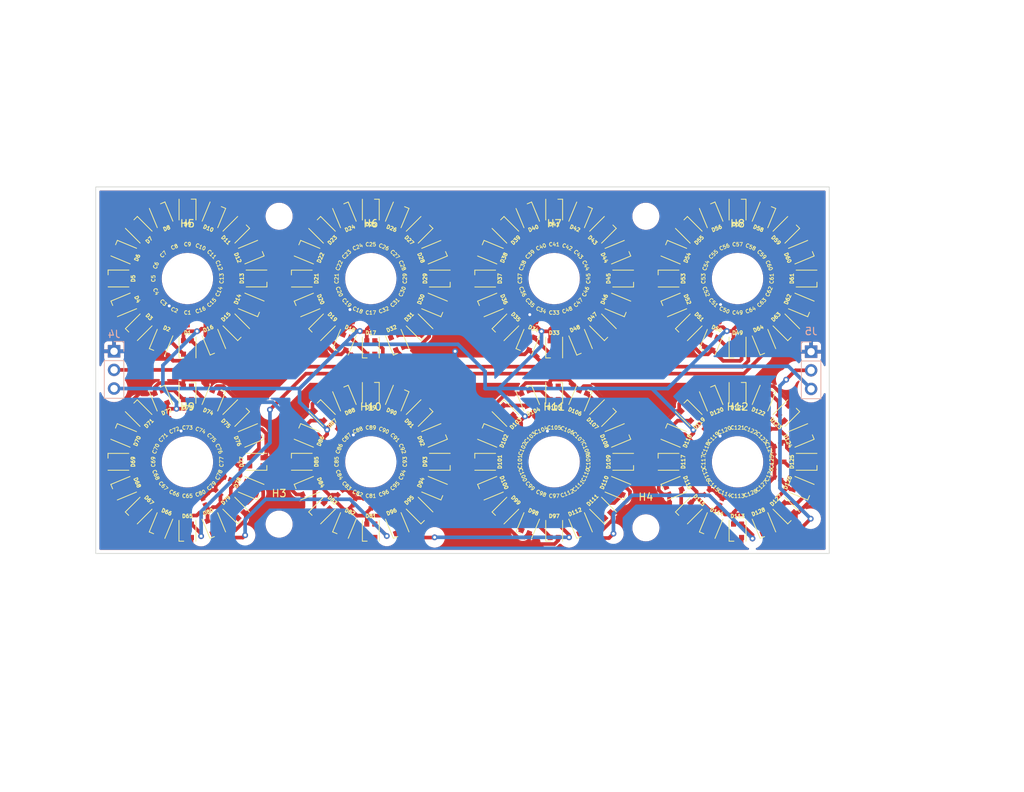
<source format=kicad_pcb>
(kicad_pcb (version 20221018) (generator pcbnew)
  (layers (0 "F.Cu" signal "Dessus.Cu") (31 "B.Cu" signal "Dessous.Cu") (34 "B.Paste" user "Dessous.Pate") (35 "F.Paste" user "Dessus.Pate") (36 "B.SilkS" user "Dessous.SilkS") (37 "F.SilkS" user "Dessus.SilkS") (38 "B.Mask" user "Dessous.Masque") (39 "F.Mask" user "Dessus.Masque") (44 "Edge.Cuts" user "Contours.Ci"))
  (net 0 "")
  (net 1 "GND")
  (net 2 "+5V")
  (net 3 "Net-(D1-DI)")
  (net 4 "Net-(D1-DO)")
  (net 5 "Net-(D2-DO)")
  (net 6 "Net-(D3-DO)")
  (net 7 "Net-(D4-DO)")
  (net 8 "Net-(D5-DO)")
  (net 9 "Net-(D6-DO)")
  (net 10 "Net-(D7-DO)")
  (net 11 "Net-(D8-DO)")
  (net 12 "Net-(D10-DI)")
  (net 13 "Net-(D10-DO)")
  (net 14 "Net-(D11-DO)")
  (net 15 "Net-(D12-DO)")
  (net 16 "Net-(D13-DO)")
  (net 17 "Net-(D14-DO)")
  (net 18 "Net-(D15-DO)")
  (net 19 "Net-(D16-DO)")
  (net 20 "Net-(D17-DO)")
  (net 21 "Net-(D18-DO)")
  (net 22 "Net-(D19-DO)")
  (net 23 "Net-(D20-DO)")
  (net 24 "Net-(D21-DO)")
  (net 25 "Net-(D22-DO)")
  (net 26 "Net-(D23-DO)")
  (net 27 "Net-(D24-DO)")
  (net 28 "Net-(D25-DO)")
  (net 29 "Net-(D26-DO)")
  (net 30 "Net-(D27-DO)")
  (net 31 "Net-(D28-DO)")
  (net 32 "Net-(D29-DO)")
  (net 33 "Net-(D30-DO)")
  (net 34 "Net-(D31-DO)")
  (net 35 "Net-(D32-DO)")
  (net 36 "Net-(D33-DO)")
  (net 37 "Net-(D34-DO)")
  (net 38 "Net-(D35-DO)")
  (net 39 "Net-(D36-DO)")
  (net 40 "Net-(D37-DO)")
  (net 41 "Net-(D38-DO)")
  (net 42 "Net-(D39-DO)")
  (net 43 "Net-(D40-DO)")
  (net 44 "Net-(D41-DO)")
  (net 45 "Net-(D42-DO)")
  (net 46 "Net-(D43-DO)")
  (net 47 "Net-(D44-DO)")
  (net 48 "Net-(D45-DO)")
  (net 49 "Net-(D46-DO)")
  (net 50 "Net-(D47-DO)")
  (net 51 "Net-(D48-DO)")
  (net 52 "Net-(D49-DO)")
  (net 53 "Net-(D50-DO)")
  (net 54 "Net-(D51-DO)")
  (net 55 "Net-(D52-DO)")
  (net 56 "Net-(D53-DO)")
  (net 57 "Net-(D54-DO)")
  (net 58 "Net-(D55-DO)")
  (net 59 "Net-(D56-DO)")
  (net 60 "Net-(D57-DO)")
  (net 61 "Net-(D58-DO)")
  (net 62 "Net-(D59-DO)")
  (net 63 "Net-(D60-DO)")
  (net 64 "Net-(D61-DO)")
  (net 65 "Net-(D62-DO)")
  (net 66 "Net-(D63-DO)")
  (net 67 "Net-(D64-DO)")
  (net 68 "Net-(D65-DO)")
  (net 69 "Net-(D66-DO)")
  (net 70 "Net-(D67-DO)")
  (net 71 "Net-(D68-DO)")
  (net 72 "Net-(D69-DO)")
  (net 73 "Net-(D70-DO)")
  (net 74 "Net-(D71-DO)")
  (net 75 "Net-(D72-DO)")
  (net 76 "Net-(D73-DO)")
  (net 77 "Net-(D74-DO)")
  (net 78 "Net-(D75-DO)")
  (net 79 "Net-(D76-DO)")
  (net 80 "Net-(D77-DO)")
  (net 81 "Net-(D78-DO)")
  (net 82 "Net-(D79-DO)")
  (net 83 "Net-(D80-DO)")
  (net 84 "Net-(D81-DO)")
  (net 85 "Net-(D82-DO)")
  (net 86 "Net-(D83-DO)")
  (net 87 "Net-(D84-DO)")
  (net 88 "Net-(D85-DO)")
  (net 89 "Net-(D86-DO)")
  (net 90 "Net-(D87-DO)")
  (net 91 "Net-(D88-DO)")
  (net 92 "Net-(D89-DO)")
  (net 93 "Net-(D90-DO)")
  (net 94 "Net-(D91-DO)")
  (net 95 "Net-(D92-DO)")
  (net 96 "Net-(D93-DO)")
  (net 97 "Net-(D94-DO)")
  (net 98 "Net-(D95-DO)")
  (net 99 "Net-(D96-DO)")
  (net 100 "Net-(D97-DO)")
  (net 101 "Net-(D98-DO)")
  (net 102 "Net-(D100-DI)")
  (net 103 "Net-(D100-DO)")
  (net 104 "Net-(D101-DO)")
  (net 105 "Net-(D102-DO)")
  (net 106 "Net-(D103-DO)")
  (net 107 "Net-(D104-DO)")
  (net 108 "Net-(D105-DO)")
  (net 109 "Net-(D106-DO)")
  (net 110 "Net-(D107-DO)")
  (net 111 "Net-(D108-DO)")
  (net 112 "Net-(D109-DO)")
  (net 113 "Net-(D110-DO)")
  (net 114 "Net-(D111-DO)")
  (net 115 "Net-(D112-DO)")
  (net 116 "Net-(D113-DO)")
  (net 117 "Net-(D114-DO)")
  (net 118 "Net-(D115-DO)")
  (net 119 "Net-(D116-DO)")
  (net 120 "Net-(D117-DO)")
  (net 121 "Net-(D118-DO)")
  (net 122 "Net-(D119-DO)")
  (net 123 "Net-(D120-DO)")
  (net 124 "Net-(D121-DO)")
  (net 125 "Net-(D122-DO)")
  (net 126 "Net-(D123-DO)")
  (net 127 "Net-(D124-DO)")
  (net 128 "Net-(D125-DO)")
  (net 129 "Net-(D126-DO)")
  (net 130 "Net-(D127-DO)")
  (net 131 "Net-(D128-DO)")
  (footprint "ksir 2022:LED_WS2812B-2020_PLCC4_2.0x2.0mm" (layer "F.Cu") (at 87.594783 203)
    (fp_text reference "D21")
    (fp_text value "WS2812-2020")
  )
  (footprint "ksir 2022:CAPC1005X55N" (layer "F.Cu") (at 97 233.9 -90)
    (fp_text reference "C81")
    (fp_text value "100nf" hide)
  )
  (footprint "ksir 2022:LED_WS2812B-2020_PLCC4_2.0x2.0mm" (layer "F.Cu") (at 75.612817 194.302126 -112.5)
    (fp_text reference "D10")
    (fp_text value "WS2812-2020")
  )
  (footprint "ksir 2022:CAPC1005X55N" (layer "F.Cu") (at 144.740171 208.455709 -112.5)
    (fp_text reference "C50")
    (fp_text value "100nf" hide)
  )
  (footprint "ksir 2022:LED_WS2812B-2020_PLCC4_2.0x2.0mm" (layer "F.Cu") (at 155.689287 199.400779 -157.5)
    (fp_text reference "D60")
    (fp_text value "WS2812-2020")
  )
  (footprint "ksir 2022:LED_WS2812B-2020_PLCC4_2.0x2.0mm" (layer "F.Cu") (at 63.324309 206.590634 22.5)
    (fp_text reference "D4")
    (fp_text value "WS2812-2020")
  )
  (footprint "ksir 2022:CAPC1005X55N" (layer "F.Cu") (at 101.175619 232.170402 -45)
    (fp_text reference "C95")
    (fp_text value "100nf" hide)
  )
  (footprint "ksir 2022:LED_WS2812B-2020_PLCC4_2.0x2.0mm" (layer "F.Cu") (at 125.599221 236.689287 112.5)
    (fp_text reference "D112")
    (fp_text value "WS2812-2020")
  )
  (footprint "ksir 2022:CAPC1005X55N" (layer "F.Cu") (at 101.175619 207.175619 -45)
    (fp_text reference "C31")
    (fp_text value "100nf" hide)
  )
  (footprint "ksir 2022:LED_WS2812B-2020_PLCC4_2.0x2.0mm" (layer "F.Cu") (at 138.310713 206.599221 22.5)
    (fp_text reference "D52")
    (fp_text value "WS2812-2020")
  )
  (footprint "ksir 2022:LED_WS2812B-2020_PLCC4_2.0x2.0mm" (layer "F.Cu") (at 62.608379 202.991413)
    (fp_text reference "D5")
    (fp_text value "WS2812-2020")
  )
  (footprint "ksir 2022:CAPC1005X55N" (layer "F.Cu") (at 127.455709 200.740171 22.5)
    (fp_text reference "C44")
    (fp_text value "100nf" hide)
  )
  (footprint "ksir 2022:LED_WS2812B-2020_PLCC4_2.0x2.0mm" (layer "F.Cu") (at 113.310713 231.599221 22.5)
    (fp_text reference "D100")
    (fp_text value "WS2812-2020")
  )
  (footprint "ksir 2022:LED_WS2812B-2020_PLCC4_2.0x2.0mm" (layer "F.Cu") (at 128.650493 196.349507 -135)
    (fp_text reference "D43")
    (fp_text value "WS2812-2020")
  )
  (footprint "ksir 2022:CAPC1005X55N" (layer "F.Cu") (at 127.455709 205.259829 -22.5)
    (fp_text reference "C46")
    (fp_text value "100nf" hide)
  )
  (footprint "ksir 2022:LED_WS2812B-2020_PLCC4_2.0x2.0mm" (layer "F.Cu") (at 150.599221 236.689287 112.5)
    (fp_text reference "D128")
    (fp_text value "WS2812-2020")
  )
  (footprint "ksir 2022:CAPC1005X55N" (layer "F.Cu") (at 124.259829 197.544291 67.5)
    (fp_text reference "C42")
    (fp_text value "100nf" hide)
  )
  (footprint "ksir 2022:CAPC1005X55N" (layer "F.Cu") (at 116.544291 230.259829 -157.5)
    (fp_text reference "C100")
    (fp_text value "100nf" hide)
  )
  (footprint "ksir 2022:CAPC1005X55N" (layer "F.Cu") (at 91.094783 203 180)
    (fp_text reference "C21")
    (fp_text value "100nf" hide)
  )
  (footprint "ksir 2022:CAPC1005X55N" (layer "F.Cu") (at 122 208.905217 -90)
    (fp_text reference "C33")
    (fp_text value "100nf" hide)
  )
  (footprint "ksir 2022:LED_WS2812B-2020_PLCC4_2.0x2.0mm" (layer "F.Cu") (at 143.400779 236.689287 67.5)
    (fp_text reference "D114")
    (fp_text value "WS2812-2020")
  )
  (footprint "ksir 2022:CAPC1005X55N" (layer "F.Cu") (at 69.753767 208.447122 -112.5)
    (fp_text reference "C2")
    (fp_text value "100nf" hide)
  )
  (footprint "ksir 2022:CAPC1005X55N" (layer "F.Cu") (at 127.455709 230.259829 -22.5)
    (fp_text reference "C110")
    (fp_text value "100nf" hide)
  )
  (footprint "ksir 2022:CAPC1005X55N" (layer "F.Cu") (at 126.175619 198.824381 45)
    (fp_text reference "C43")
    (fp_text value "100nf" hide)
  )
  (footprint "ksir 2022:CAPC1005X55N" (layer "F.Cu") (at 127.455709 225.740171 22.5)
    (fp_text reference "C108")
    (fp_text value "100nf" hide)
  )
  (footprint "ksir 2022:CAPC1005X55N" (layer "F.Cu") (at 102.455709 200.740171 22.5)
    (fp_text reference "C28")
    (fp_text value "100nf" hide)
  )
  (footprint "ksir 2022:LED_WS2812B-2020_PLCC4_2.0x2.0mm" (layer "F.Cu") (at 150.599221 211.689287 112.5)
    (fp_text reference "D64")
    (fp_text value "WS2812-2020")
  )
  (footprint "ksir 2022:CAPC1005X55N" (layer "F.Cu") (at 66.557887 200.731584 157.5)
    (fp_text reference "C6")
    (fp_text value "100nf" hide)
  )
  (footprint "ksir 2022:CAPC1005X55N" (layer "F.Cu") (at 77.469305 200.731584 22.5)
    (fp_text reference "C12")
    (fp_text value "100nf" hide)
  )
  (footprint "ksir 2022:CAPC1005X55N" (layer "F.Cu") (at 91.544291 205.259829 -157.5)
    (fp_text reference "C20")
    (fp_text value "100nf" hide)
  )
  (footprint "ksir 2022:CAPC1005X55N" (layer "F.Cu") (at 94.740171 208.455709 -112.5)
    (fp_text reference "C18")
    (fp_text value "100nf" hide)
  )
  (footprint "ksir 2022:LED_WS2812B-2020_PLCC4_2.0x2.0mm" (layer "F.Cu") (at 153.650493 209.650493 135)
    (fp_text reference "D63")
    (fp_text value "WS2812-2020")
  )
  (footprint "MountingHole:MountingHole_3.2mm_M3" (layer "F.Cu") (at 84.5 236.5)
    (fp_text reference "H3")
    (fp_text value "MountingHole")
  )
  (footprint "ksir 2022:LED_WS2812B-2020_PLCC4_2.0x2.0mm" (layer "F.Cu") (at 131.405217 203 180)
    (fp_text reference "D45")
    (fp_text value "WS2812-2020")
  )
  (footprint "ksir 2022:CAPC1005X55N" (layer "F.Cu") (at 77.455709 230.259829 -22.5)
    (fp_text reference "C78")
    (fp_text value "100nf" hide)
  )
  (footprint "ksir 2022:CAPC1005X55N" (layer "F.Cu") (at 66.108379 202.991413 180)
    (fp_text reference "C5")
    (fp_text value "100nf" hide)
  )
  (footprint "ksir 2022:CAPC1005X55N" (layer "F.Cu") (at 119.740171 222.544291 112.5)
    (fp_text reference "C104")
    (fp_text value "100nf" hide)
  )
  (footprint "ksir 2022:CAPC1005X55N" (layer "F.Cu") (at 147 208.905217 -90)
    (fp_text reference "C49")
    (fp_text value "100nf" hide)
  )
  (footprint "ksir 2022:LED_WS2812B-2020_PLCC4_2.0x2.0mm" (layer "F.Cu") (at 125.599221 211.689287 112.5)
    (fp_text reference "D48")
    (fp_text value "WS2812-2020")
  )
  (footprint "ksir 2022:LED_WS2812B-2020_PLCC4_2.0x2.0mm" (layer "F.Cu") (at 97 218.589566 -90)
    (fp_text reference "D89")
    (fp_text value "WS2812-2020")
  )
  (footprint "ksir 2022:LED_WS2812B-2020_PLCC4_2.0x2.0mm" (layer "F.Cu") (at 115.349507 196.349507 -45)
    (fp_text reference "D39")
    (fp_text value "WS2812-2020")
  )
  (footprint "ksir 2022:LED_WS2812B-2020_PLCC4_2.0x2.0mm" (layer "F.Cu") (at 112.594783 203)
    (fp_text reference "D37")
    (fp_text value "WS2812-2020")
  )
  (footprint "ksir 2022:LED_WS2812B-2020_PLCC4_2.0x2.0mm" (layer "F.Cu") (at 137.594783 228)
    (fp_text reference "D117")
    (fp_text value "WS2812-2020")
  )
  (footprint "ksir 2022:CAPC1005X55N" (layer "F.Cu") (at 116.544291 200.740171 157.5)
    (fp_text reference "C38")
    (fp_text value "100nf" hide)
  )
  (footprint "ksir 2022:LED_WS2812B-2020_PLCC4_2.0x2.0mm" (layer "F.Cu") (at 97 237.4 90)
    (fp_text reference "D81")
    (fp_text value "WS2812-2020")
  )
  (footprint "ksir 2022:LED_WS2812B-2020_PLCC4_2.0x2.0mm" (layer "F.Cu") (at 103.650493 234.645276 135)
    (fp_text reference "D95")
    (fp_text value "WS2812-2020")
  )
  (footprint "ksir 2022:LED_WS2812B-2020_PLCC4_2.0x2.0mm" (layer "F.Cu") (at 75.612817 211.6807 112.5)
    (fp_text reference "D16")
    (fp_text value "WS2812-2020")
  )
  (footprint "ksir 2022:CAPC1005X55N" (layer "F.Cu") (at 74.273425 208.447122 -67.5)
    (fp_text reference "C16")
    (fp_text value "100nf" hide)
  )
  (footprint "ksir 2022:CAPC1005X55N" (layer "F.Cu") (at 94.740171 222.539074 112.5)
    (fp_text reference "C88")
    (fp_text value "100nf" hide)
  )
  (footprint "ksir 2022:LED_WS2812B-2020_PLCC4_2.0x2.0mm" (layer "F.Cu") (at 105.689287 231.594004 157.5)
    (fp_text reference "D94")
    (fp_text value "WS2812-2020")
  )
  (footprint "ksir 2022:CAPC1005X55N" (layer "F.Cu") (at 91.544291 230.254612 -157.5)
    (fp_text reference "C84")
    (fp_text value "100nf" hide)
  )
  (footprint "ksir 2022:LED_WS2812B-2020_PLCC4_2.0x2.0mm" (layer "F.Cu") (at 90.349507 221.34429 -45)
    (fp_text reference "D87")
    (fp_text value "WS2812-2020")
  )
  (footprint "ksir 2022:CAPC1005X55N" (layer "F.Cu") (at 74.259829 222.544291 67.5)
    (fp_text reference "C74")
    (fp_text value "100nf" hide)
  )
  (footprint "ksir 2022:LED_WS2812B-2020_PLCC4_2.0x2.0mm" (layer "F.Cu") (at 78.650493 234.650493 135)
    (fp_text reference "D79")
    (fp_text value "WS2812-2020")
  )
  (footprint "ksir 2022:CAPC1005X55N" (layer "F.Cu") (at 99.259829 222.539074 67.5)
    (fp_text reference "C90")
    (fp_text value "100nf" hide)
  )
  (footprint "ksir 2022:LED_WS2812B-2020_PLCC4_2.0x2.0mm" (layer "F.Cu") (at 118.400779 219.310713 -67.5)
    (fp_text reference "D104")
    (fp_text value "WS2812-2020")
  )
  (footprint "ksir 2022:CAPC1005X55N" (layer "F.Cu") (at 69.740171 222.544291 112.5)
    (fp_text reference "C72")
    (fp_text value "100nf" hide)
  )
  (footprint "ksir 2022:LED_WS2812B-2020_PLCC4_2.0x2.0mm" (layer "F.Cu") (at 80.702883 199.392192 -157.5)
    (fp_text reference "D12")
    (fp_text value "WS2812-2020")
  )
  (footprint "ksir 2022:CAPC1005X55N" (layer "F.Cu") (at 66.557887 205.251242 -157.5)
    (fp_text reference "C4")
    (fp_text value "100nf" hide)
  )
  (footprint "ksir 2022:LED_WS2812B-2020_PLCC4_2.0x2.0mm" (layer "F.Cu") (at 93.400779 211.689287 67.5)
    (fp_text reference "D18")
    (fp_text value "WS2812-2020")
  )
  (footprint "MountingHole:MountingHole_3.2mm_M3" (layer "F.Cu") (at 84.5 194.5)
    (fp_text reference "H1" hide)
    (fp_text value "MountingHole")
  )
  (footprint "ksir 2022:LED_WS2812B-2020_PLCC4_2.0x2.0mm" (layer "F.Cu") (at 137.594783 203)
    (fp_text reference "D53")
    (fp_text value "WS2812-2020")
  )
  (footprint "ksir 2022:CAPC1005X55N" (layer "F.Cu") (at 141.544291 225.740171 157.5)
    (fp_text reference "C118")
    (fp_text value "100nf" hide)
  )
  (footprint "ksir 2022:CAPC1005X55N" (layer "F.Cu") (at 92.824381 207.175619 -135)
    (fp_text reference "C19")
    (fp_text value "100nf" hide)
  )
  (footprint "ksir 2022:CAPC1005X55N" (layer "F.Cu") (at 149.259829 222.544291 67.5)
    (fp_text reference "C122")
    (fp_text value "100nf" hide)
  )
  (footprint "ksir 2022:CAPC1005X55N" (layer "F.Cu") (at 66.094783 228 180)
    (fp_text reference "C69")
    (fp_text value "100nf" hide)
  )
  (footprint "lib 2022 ksir:Hole_6.5mm" (layer "F.Cu") (at 147 228)
    (fp_text reference "H12")
    (fp_text value "MountingHole")
  )
  (footprint "ksir 2022:CAPC1005X55N" (layer "F.Cu") (at 76.189215 198.815794 45)
    (fp_text reference "C11")
    (fp_text value "100nf" hide)
  )
  (footprint "ksir 2022:LED_WS2812B-2020_PLCC4_2.0x2.0mm" (layer "F.Cu") (at 130.689287 206.599221 157.5)
    (fp_text reference "D46")
    (fp_text value "WS2812-2020")
  )
  (footprint "ksir 2022:LED_WS2812B-2020_PLCC4_2.0x2.0mm" (layer "F.Cu") (at 140.349507 196.349507 -45)
    (fp_text reference "D55")
    (fp_text value "WS2812-2020")
  )
  (footprint "ksir 2022:CAPC1005X55N" (layer "F.Cu") (at 151.175619 223.824381 45)
    (fp_text reference "C123")
    (fp_text value "100nf" hide)
  )
  (footprint "ksir 2022:LED_WS2812B-2020_PLCC4_2.0x2.0mm" (layer "F.Cu") (at 122 218.594783 -90)
    (fp_text reference "D105")
    (fp_text value "WS2812-2020")
  )
  (footprint "ksir 2022:CAPC1005X55N" (layer "F.Cu") (at 142.824381 198.824381 135)
    (fp_text reference "C55")
    (fp_text value "100nf" hide)
  )
  (footprint "ksir 2022:LED_WS2812B-2020_PLCC4_2.0x2.0mm" (layer "F.Cu") (at 63.310713 224.400779 -22.5)
    (fp_text reference "D70")
    (fp_text value "WS2812-2020")
  )
  (footprint "ksir 2022:CAPC1005X55N" (layer "F.Cu") (at 77.918813 202.991413)
    (fp_text reference "C13")
    (fp_text value "100nf" hide)
  )
  (footprint "ksir 2022:CAPC1005X55N" (layer "F.Cu") (at 124.259829 233.455709 -67.5)
    (fp_text reference "C112")
    (fp_text value "100nf" hide)
  )
  (footprint "ksir 2022:CAPC1005X55N" (layer "F.Cu") (at 102.455709 205.259829 -22.5)
    (fp_text reference "C30")
    (fp_text value "100nf" hide)
  )
  (footprint "ksir 2022:CAPC1005X55N" (layer "F.Cu") (at 116.544291 205.259829 -157.5)
    (fp_text reference "C36")
    (fp_text value "100nf" hide)
  )
  (footprint "ksir 2022:CAPC1005X55N" (layer "F.Cu") (at 99.259829 208.455709 -67.5)
    (fp_text reference "C32")
    (fp_text value "100nf" hide)
  )
  (footprint "ksir 2022:LED_WS2812B-2020_PLCC4_2.0x2.0mm" (layer "F.Cu") (at 125.599221 194.310713 -112.5)
    (fp_text reference "D42")
    (fp_text value "WS2812-2020")
  )
  (footprint "lib 2022 ksir:Hole_6.5mm" (layer "F.Cu") (at 122 203)
    (fp_text reference "H7")
    (fp_text value "MountingHole")
  )
  (footprint "ksir 2022:CAPC1005X55N" (layer "F.Cu") (at 74.273425 197.535704 67.5)
    (fp_text reference "C10")
    (fp_text value "100nf" hide)
  )
  (footprint "ksir 2022:CAPC1005X55N" (layer "F.Cu") (at 69.740171 233.455709 -112.5)
    (fp_text reference "C66")
    (fp_text value "100nf" hide)
  )
  (footprint "ksir 2022:CAPC1005X55N" (layer "F.Cu") (at 152.905217 203)
    (fp_text reference "C61")
    (fp_text value "100nf" hide)
  )
  (footprint "ksir 2022:LED_WS2812B-2020_PLCC4_2.0x2.0mm" (layer "F.Cu") (at 80.689287 231.599221 157.5)
    (fp_text reference "D78")
    (fp_text value "WS2812-2020")
  )
  (footprint "ksir 2022:CAPC1005X55N" (layer "F.Cu") (at 141.094783 228 180)
    (fp_text reference "C117")
    (fp_text value "100nf" hide)
  )
  (footprint "ksir 2022:CAPC1005X55N" (layer "F.Cu") (at 147 222.094783 90)
    (fp_text reference "C121")
    (fp_text value "100nf" hide)
  )
  (footprint "ksir 2022:CAPC1005X55N" (layer "F.Cu") (at 77.905217 228)
    (fp_text reference "C77")
    (fp_text value "100nf" hide)
  )
  (footprint "ksir 2022:LED_WS2812B-2020_PLCC4_2.0x2.0mm" (layer "F.Cu") (at 68.400779 219.310713 -67.5)
    (fp_text reference "D72")
    (fp_text value "WS2812-2020")
  )
  (footprint "ksir 2022:LED_WS2812B-2020_PLCC4_2.0x2.0mm" (layer "F.Cu") (at 118.400779 211.689287 67.5)
    (fp_text reference "D34")
    (fp_text value "WS2812-2020")
  )
  (footprint "ksir 2022:LED_WS2812B-2020_PLCC4_2.0x2.0mm" (layer "F.Cu") (at 75.599221 219.310713 -112.5)
    (fp_text reference "D74")
    (fp_text value "WS2812-2020")
  )
  (footprint "ksir 2022:CAPC1005X55N" (layer "F.Cu") (at 144.740171 222.544291 112.5)
    (fp_text reference "C120")
    (fp_text value "100nf" hide)
  )
  (footprint "ksir 2022:LED_WS2812B-2020_PLCC4_2.0x2.0mm" (layer "F.Cu") (at 140.349507 234.650493 45)
    (fp_text reference "D115")
    (fp_text value "WS2812-2020")
  )
  (footprint "ksir 2022:CAPC1005X55N" (layer "F.Cu") (at 152.455709 200.740171 22.5)
    (fp_text reference "C60")
    (fp_text value "100nf" hide)
  )
  (footprint "ksir 2022:LED_WS2812B-2020_PLCC4_2.0x2.0mm" (layer "F.Cu") (at 103.650493 221.34429 -135)
    (fp_text reference "D91")
    (fp_text value "WS2812-2020")
  )
  (footprint "ksir 2022:CAPC1005X55N" (layer "F.Cu") (at 117.824381 232.175619 -135)
    (fp_text reference "C99")
    (fp_text value "100nf" hide)
  )
  (footprint "ksir 2022:LED_WS2812B-2020_PLCC4_2.0x2.0mm" (layer "F.Cu") (at 128.650493 234.650493 135)
    (fp_text reference "D111")
    (fp_text value "WS2812-2020")
  )
  (footprint "ksir 2022:LED_WS2812B-2020_PLCC4_2.0x2.0mm" (layer "F.Cu") (at 78.664089 209.641906 135)
    (fp_text reference "D15")
    (fp_text value "WS2812-2020")
  )
  (footprint "ksir 2022:LED_WS2812B-2020_PLCC4_2.0x2.0mm" (layer "F.Cu") (at 72.013596 193.586196 -90)
    (fp_text reference "D9")
    (fp_text value "WS2812-2020")
  )
  (footprint "ksir 2022:LED_WS2812B-2020_PLCC4_2.0x2.0mm" (layer "F.Cu") (at 65.349507 234.650493 45)
    (fp_text reference "D67")
    (fp_text value "WS2812-2020")
  )
  (footprint "ksir 2022:LED_WS2812B-2020_PLCC4_2.0x2.0mm" (layer "F.Cu") (at 105.689287 206.599221 157.5)
    (fp_text reference "D30")
    (fp_text value "WS2812-2020")
  )
  (footprint "ksir 2022:CAPC1005X55N" (layer "F.Cu") (at 67.837977 198.815794 135)
    (fp_text reference "C7")
    (fp_text value "100nf" hide)
  )
  (footprint "ksir 2022:CAPC1005X55N" (layer "F.Cu") (at 142.824381 223.824381 135)
    (fp_text reference "C119")
    (fp_text value "100nf" hide)
  )
  (footprint "ksir 2022:CAPC1005X55N" (layer "F.Cu") (at 142.824381 207.175619 -135)
    (fp_text reference "C51")
    (fp_text value "100nf" hide)
  )
  (footprint "ksir 2022:CAPC1005X55N" (layer "F.Cu") (at 101.175619 223.819164 45)
    (fp_text reference "C91")
    (fp_text value "100nf" hide)
  )
  (footprint "ksir 2022:LED_WS2812B-2020_PLCC4_2.0x2.0mm" (layer "F.Cu") (at 93.400779 236.68407 67.5)
    (fp_text reference "D82")
    (fp_text value "WS2812-2020")
  )
  (footprint "ksir 2022:CAPC1005X55N" (layer "F.Cu") (at 152.455709 230.259829 -22.5)
    (fp_text reference "C126")
    (fp_text value "100nf" hide)
  )
  (footprint "ksir 2022:LED_WS2812B-2020_PLCC4_2.0x2.0mm" (layer "F.Cu") (at 138.310713 224.400779 -22.5)
    (fp_text reference "D118")
    (fp_text value "WS2812-2020")
  )
  (footprint "ksir 2022:CAPC1005X55N" (layer "F.Cu") (at 116.544291 225.740171 157.5)
    (fp_text reference "C102")
    (fp_text value "100nf" hide)
  )
  (footprint "ksir 2022:LED_WS2812B-2020_PLCC4_2.0x2.0mm" (layer "F.Cu") (at 75.599221 236.689287 112.5)
    (fp_text reference "D80")
    (fp_text value "WS2812-2020")
  )
  (footprint "ksir 2022:LED_WS2812B-2020_PLCC4_2.0x2.0mm" (layer "F.Cu") (at 103.650493 209.650493 135)
    (fp_text reference "D31")
    (fp_text value "WS2812-2020")
  )
  (footprint "ksir 2022:CAPC1005X55N" (layer "F.Cu") (at 149.259829 233.455709 -67.5)
    (fp_text reference "C128")
    (fp_text value "100nf" hide)
  )
  (footprint "ksir 2022:CAPC1005X55N" (layer "F.Cu") (at 101.175619 198.824381 45)
    (fp_text reference "C27")
    (fp_text value "100nf" hide)
  )
  (footprint "ksir 2022:CAPC1005X55N" (layer "F.Cu") (at 126.175619 232.175619 -45)
    (fp_text reference "C111")
    (fp_text value "100nf" hide)
  )
  (footprint "ksir 2022:CAPC1005X55N" (layer "F.Cu") (at 147 233.905217 -90)
    (fp_text reference "C113")
    (fp_text value "100nf" hide)
  )
  (footprint "ksir 2022:LED_WS2812B-2020_PLCC4_2.0x2.0mm" (layer "F.Cu") (at 131.405217 228 180)
    (fp_text reference "D109")
    (fp_text value "WS2812-2020")
  )
  (footprint "ksir 2022:CAPC1005X55N" (layer "F.Cu") (at 67.824381 223.824381 135)
    (fp_text reference "C71")
    (fp_text value "100nf" hide)
  )
  (footprint "ksir 2022:LED_WS2812B-2020_PLCC4_2.0x2.0mm" (layer "F.Cu") (at 147 218.594783 -90)
    (fp_text reference "D121")
    (fp_text value "WS2812-2020")
  )
  (footprint "ksir 2022:CAPC1005X55N" (layer "F.Cu") (at 102.455709 230.254612 -22.5)
    (fp_text reference "C94")
    (fp_text value "100nf" hide)
  )
  (footprint "ksir 2022:LED_WS2812B-2020_PLCC4_2.0x2.0mm" (layer "F.Cu") (at 72 218.594783 -90)
    (fp_text reference "D73")
    (fp_text value "WS2812-2020")
  )
  (footprint "ksir 2022:LED_WS2812B-2020_PLCC4_2.0x2.0mm" (layer "F.Cu") (at 81.418813 202.991413 180)
    (fp_text reference "D13")
    (fp_text value "WS2812-2020")
  )
  (footprint "ksir 2022:LED_WS2812B-2020_PLCC4_2.0x2.0mm" (layer "F.Cu") (at 130.689287 231.599221 157.5)
    (fp_text reference "D110")
    (fp_text value "WS2812-2020")
  )
  (footprint "ksir 2022:CAPC1005X55N" (layer "F.Cu") (at 99.259829 233.450492 -67.5)
    (fp_text reference "C96")
    (fp_text value "100nf" hide)
  )
  (footprint "ksir 2022:LED_WS2812B-2020_PLCC4_2.0x2.0mm" (layer "F.Cu") (at 106.405217 227.994783 180)
    (fp_text reference "D93")
    (fp_text value "WS2812-2020")
  )
  (footprint "ksir 2022:LED_WS2812B-2020_PLCC4_2.0x2.0mm" (layer "F.Cu") (at 118.400779 236.689287 67.5)
    (fp_text reference "D98")
    (fp_text value "WS2812-2020")
  )
  (footprint "lib 2022 ksir:Hole_6.5mm" (layer "F.Cu") (at 97 228)
    (fp_text reference "H10")
    (fp_text value "MountingHole")
  )
  (footprint "ksir 2022:LED_WS2812B-2020_PLCC4_2.0x2.0mm" (layer "F.Cu") (at 65.363103 196.34092 -45)
    (fp_text reference "D7")
    (fp_text value "WS2812-2020")
  )
  (footprint "ksir 2022:LED_WS2812B-2020_PLCC4_2.0x2.0mm" (layer "F.Cu") (at 80.689287 224.400779 -157.5)
    (fp_text reference "D76")
    (fp_text value "WS2812-2020")
  )
  (footprint "ksir 2022:CAPC1005X55N" (layer "F.Cu") (at 119.740171 197.544291 112.5)
    (fp_text reference "C40")
    (fp_text value "100nf" hide)
  )
  (footprint "lib 2022 ksir:Hole_6.5mm" (layer "F.Cu") (at 72 228)
    (fp_text reference "H9")
    (fp_text value "MountingHole")
  )
  (footprint "lib 2022 ksir:Hole_6.5mm" (layer "F.Cu") (at 97 203)
    (fp_text reference "H6")
    (fp_text value "MountingHole")
  )
  (footprint "ksir 2022:CAPC1005X55N" (layer "F.Cu") (at 127.905217 203)
    (fp_text reference "C45")
    (fp_text value "100nf" hide)
  )
  (footprint "ksir 2022:LED_WS2812B-2020_PLCC4_2.0x2.0mm" (layer "F.Cu") (at 88.310713 231.594004 22.5)
    (fp_text reference "D84")
    (fp_text value "WS2812-2020")
  )
  (footprint "ksir 2022:CAPC1005X55N" (layer "F.Cu") (at 97 197.094783 90)
    (fp_text reference "C25")
    (fp_text value "100nf" hide)
  )
  (footprint "MountingHole:MountingHole_3.2mm_M3" (layer "F.Cu") (at 134.5 237)
    (fp_text reference "H4")
    (fp_text value "MountingHole")
  )
  (footprint "ksir 2022:CAPC1005X55N" (layer "F.Cu") (at 91.544291 200.740171 157.5)
    (fp_text reference "C22")
    (fp_text value "100nf" hide)
  )
  (footprint "ksir 2022:LED_WS2812B-2020_PLCC4_2.0x2.0mm" (layer "F.Cu") (at 81.405217 228 180)
    (fp_text reference "D77")
    (fp_text value "WS2812-2020")
  )
  (footprint "ksir 2022:LED_WS2812B-2020_PLCC4_2.0x2.0mm" (layer "F.Cu") (at 150.599221 219.310713 -112.5)
    (fp_text reference "D122")
    (fp_text value "WS2812-2020")
  )
  (footprint "ksir 2022:LED_WS2812B-2020_PLCC4_2.0x2.0mm" (layer "F.Cu") (at 113.310713 199.400779 -22.5)
    (fp_text reference "D38")
    (fp_text value "WS2812-2020")
  )
  (footprint "ksir 2022:LED_WS2812B-2020_PLCC4_2.0x2.0mm" (layer "F.Cu") (at 112.594783 228)
    (fp_text reference "D101")
    (fp_text value "WS2812-2020")
  )
  (footprint "ksir 2022:CAPC1005X55N" (layer "F.Cu") (at 141.544291 200.740171 157.5)
    (fp_text reference "C54")
    (fp_text value "100nf" hide)
  )
  (footprint "ksir 2022:LED_WS2812B-2020_PLCC4_2.0x2.0mm" (layer "F.Cu") (at 93.400779 194.310713 -67.5)
    (fp_text reference "D24")
    (fp_text value "WS2812-2020")
  )
  (footprint "ksir 2022:LED_WS2812B-2020_PLCC4_2.0x2.0mm" (layer "F.Cu") (at 100.599221 194.310713 -112.5)
    (fp_text reference "D26")
    (fp_text value "WS2812-2020")
  )
  (footprint "ksir 2022:CAPC1005X55N" (layer "F.Cu") (at 122 197.094783 90)
    (fp_text reference "C41")
    (fp_text value "100nf" hide)
  )
  (footprint "ksir 2022:CAPC1005X55N" (layer "F.Cu") (at 72.013596 197.086196 90)
    (fp_text reference "C9")
    (fp_text value "100nf" hide)
  )
  (footprint "ksir 2022:CAPC1005X55N" (layer "F.Cu") (at 66.544291 225.740171 157.5)
    (fp_text reference "C70")
    (fp_text value "100nf" hide)
  )
  (footprint "ksir 2022:CAPC1005X55N" (layer "F.Cu") (at 77.469305 205.251242 -22.5)
    (fp_text reference "C14")
    (fp_text value "100nf" hide)
  )
  (footprint "ksir 2022:LED_WS2812B-2020_PLCC4_2.0x2.0mm" (layer "F.Cu") (at 88.310713 206.599221 22.5)
    (fp_text reference "D20")
    (fp_text value "WS2812-2020")
  )
  (footprint "ksir 2022:LED_WS2812B-2020_PLCC4_2.0x2.0mm" (layer "F.Cu") (at 153.650493 221.349507 -135)
    (fp_text reference "D123")
    (fp_text value "WS2812-2020")
  )
  (footprint "ksir 2022:CAPC1005X55N" (layer "F.Cu") (at 116.094783 228 180)
    (fp_text reference "C101")
    (fp_text value "100nf" hide)
  )
  (footprint "ksir 2022:LED_WS2812B-2020_PLCC4_2.0x2.0mm" (layer "F.Cu") (at 62.594783 228)
    (fp_text reference "D69")
    (fp_text value "WS2812-2020")
  )
  (footprint "ksir 2022:CAPC1005X55N" (layer "F.Cu") (at 97 208.905217 -90)
    (fp_text reference "C17")
    (fp_text value "100nf" hide)
  )
  (footprint "ksir 2022:LED_WS2812B-2020_PLCC4_2.0x2.0mm" (layer "F.Cu") (at 156.405217 203 180)
    (fp_text reference "D61")
    (fp_text value "WS2812-2020")
  )
  (footprint "ksir 2022:CAPC1005X55N" (layer "F.Cu") (at 149.259829 197.544291 67.5)
    (fp_text reference "C58")
    (fp_text value "100nf" hide)
  )
  (footprint "ksir 2022:LED_WS2812B-2020_PLCC4_2.0x2.0mm" (layer "F.Cu") (at 65.349507 221.349507 -45)
    (fp_text reference "D71")
    (fp_text value "WS2812-2020")
  )
  (footprint "ksir 2022:LED_WS2812B-2020_PLCC4_2.0x2.0mm" (layer "F.Cu") (at 93.400779 219.305496 -67.5)
    (fp_text reference "D88")
    (fp_text value "WS2812-2020")
  )
  (footprint "ksir 2022:CAPC1005X55N" (layer "F.Cu") (at 122 222.094783 90)
    (fp_text reference "C105")
    (fp_text value "100nf" hide)
  )
  (footprint "ksir 2022:CAPC1005X55N" (layer "F.Cu") (at 149.259829 208.455709 -67.5)
    (fp_text reference "C64")
    (fp_text value "100nf" hide)
  )
  (footprint "ksir 2022:LED_WS2812B-2020_PLCC4_2.0x2.0mm" (layer "F.Cu") (at 72 237.405217 90)
    (fp_text reference "D65")
    (fp_text value "WS2812-2020")
  )
  (footprint "ksir 2022:LED_WS2812B-2020_PLCC4_2.0x2.0mm" (layer "F.Cu") (at 122 193.594783 -90)
    (fp_text reference "D41")
    (fp_text value "WS2812-2020")
  )
  (footprint "ksir 2022:CAPC1005X55N" (layer "F.Cu") (at 117.824381 198.824381 135)
    (fp_text reference "C39")
    (fp_text value "100nf" hide)
  )
  (footprint "ksir 2022:CAPC1005X55N" (layer "F.Cu") (at 92.824381 232.170402 -135)
    (fp_text reference "C83")
    (fp_text value "100nf" hide)
  )
  (footprint "ksir 2022:LED_WS2812B-2020_PLCC4_2.0x2.0mm" (layer "F.Cu") (at 88.310713 199.400779 -22.5)
    (fp_text reference "D22")
    (fp_text value "WS2812-2020")
  )
  (footprint "ksir 2022:CAPC1005X55N" (layer "F.Cu") (at 76.175619 223.824381 45)
    (fp_text reference "C75")
    (fp_text value "100nf" hide)
  )
  (footprint "ksir 2022:LED_WS2812B-2020_PLCC4_2.0x2.0mm" (layer "F.Cu") (at 113.310713 224.400779 -22.5)
    (fp_text reference "D102")
    (fp_text value "WS2812-2020")
  )
  (footprint "ksir 2022:LED_WS2812B-2020_PLCC4_2.0x2.0mm" (layer "F.Cu") (at 100.599221 219.305496 -112.5)
    (fp_text reference "D90")
    (fp_text value "WS2812-2020")
  )
  (footprint "ksir 2022:LED_WS2812B-2020_PLCC4_2.0x2.0mm" (layer "F.Cu") (at 143.400779 219.310713 -67.5)
    (fp_text reference "D120")
    (fp_text value "WS2812-2020")
  )
  (footprint "ksir 2022:CAPC1005X55N" (layer "F.Cu") (at 141.094783 203 180)
    (fp_text reference "C53")
    (fp_text value "100nf" hide)
  )
  (footprint "ksir 2022:CAPC1005X55N" (layer "F.Cu") (at 76.189215 207.167032 -45)
    (fp_text reference "C15")
    (fp_text value "100nf" hide)
  )
  (footprint "ksir 2022:LED_WS2812B-2020_PLCC4_2.0x2.0mm" (layer "F.Cu") (at 128.650493 209.650493 135)
    (fp_text reference "D47")
    (fp_text value "WS2812-2020")
  )
  (footprint "ksir 2022:CAPC1005X55N" (layer "F.Cu") (at 72 233.905217 -90)
    (fp_text reference "C65")
    (fp_text value "100nf" hide)
  )
  (footprint "lib 2022 ksir:Hole_6.5mm" (layer "F.Cu") (at 122 228)
    (fp_text reference "H11")
    (fp_text value "MountingHole")
  )
  (footprint "ksir 2022:LED_WS2812B-2020_PLCC4_2.0x2.0mm" (layer "F.Cu") (at 103.650493 196.349507 -135)
    (fp_text reference "D27")
    (fp_text value "WS2812-2020")
  )
  (footprint "ksir 2022:LED_WS2812B-2020_PLCC4_2.0x2.0mm" (layer "F.Cu") (at 143.400779 211.689287 67.5)
    (fp_text reference "D50")
    (fp_text value "WS2812-2020")
  )
  (footprint "ksir 2022:LED_WS2812B-2020_PLCC4_2.0x2.0mm" (layer "F.Cu") (at 90.349507 209.650493 45)
    (fp_text reference "D19")
    (fp_text value "WS2812-2020")
  )
  (footprint "ksir 2022:CAPC1005X55N" (layer "F.Cu") (at 74.259829 233.455709 -67.5)
    (fp_text reference "C80")
    (fp_text value "100nf" hide)
  )
  (footprint "ksir 2022:CAPC1005X55N" (layer "F.Cu") (at 116.094783 203 180)
    (fp_text reference "C37")
    (fp_text value "100nf" hide)
  )
  (footprint "ksir 2022:LED_WS2812B-2020_PLCC4_2.0x2.0mm" (layer "F.Cu") (at 138.310713 199.400779 -22.5)
    (fp_text reference "D54")
    (fp_text value "WS2812-2020")
  )
  (footprint "ksir 2022:CAPC1005X55N" (layer "F.Cu") (at 76.175619 232.175619 -45)
    (fp_text reference "C79")
    (fp_text value "100nf" hide)
  )
  (footprint "ksir 2022:LED_WS2812B-2020_PLCC4_2.0x2.0mm" (layer "F.Cu") (at 155.689287 224.400779 -157.5)
    (fp_text reference "D124")
    (fp_text value "WS2812-2020")
  )
  (footprint "ksir 2022:CAPC1005X55N" (layer "F.Cu") (at 152.455709 205.259829 -22.5)
    (fp_text reference "C62")
    (fp_text value "100nf" hide)
  )
  (footprint "ksir 2022:LED_WS2812B-2020_PLCC4_2.0x2.0mm" (layer "F.Cu") (at 140.349507 221.349507 -45)
    (fp_text reference "D119")
    (fp_text value "WS2812-2020")
  )
  (footprint "ksir 2022:LED_WS2812B-2020_PLCC4_2.0x2.0mm" (layer "F.Cu") (at 150.599221 194.310713 -112.5)
    (fp_text reference "D58")
    (fp_text value "WS2812-2020")
  )
  (footprint "ksir 2022:CAPC1005X55N" (layer "F.Cu") (at 92.824381 223.819164 135)
    (fp_text reference "C87")
    (fp_text value "100nf" hide)
  )
  (footprint "ksir 2022:LED_WS2812B-2020_PLCC4_2.0x2.0mm" (layer "F.Cu") (at 100.599221 236.68407 112.5)
    (fp_text reference "D96")
    (fp_text value "WS2812-2020")
  )
  (footprint "ksir 2022:LED_WS2812B-2020_PLCC4_2.0x2.0mm" (layer "F.Cu") (at 105.689287 199.400779 -157.5)
    (fp_text reference "D28")
    (fp_text value "WS2812-2020")
  )
  (footprint "ksir 2022:LED_WS2812B-2020_PLCC4_2.0x2.0mm" (layer "F.Cu") (at 68.400779 236.689287 67.5)
    (fp_text reference "D66")
    (fp_text value "WS2812-2020")
  )
  (footprint "ksir 2022:LED_WS2812B-2020_PLCC4_2.0x2.0mm" (layer "F.Cu") (at 140.349507 209.650493 45)
    (fp_text reference "D51")
    (fp_text value "WS2812-2020")
  )
  (footprint "ksir 2022:CAPC1005X55N" (layer "F.Cu") (at 151.175619 198.824381 45)
    (fp_text reference "C59")
    (fp_text value "100nf" hide)
  )
  (footprint "ksir 2022:LED_WS2812B-2020_PLCC4_2.0x2.0mm" (layer "F.Cu") (at 68.414375 211.6807 67.5)
    (fp_text reference "D2")
    (fp_text value "WS2812-2020")
  )
  (footprint "ksir 2022:LED_WS2812B-2020_PLCC4_2.0x2.0mm" (layer "F.Cu") (at 155.689287 231.599221 157.5)
    (fp_text reference "D126")
    (fp_text value "WS2812-2020")
  )
  (footprint "ksir 2022:CAPC1005X55N" (layer "F.Cu") (at 66.544291 230.259829 -157.5)
    (fp_text reference "C68")
    (fp_text value "100nf" hide)
  )
  (footprint "ksir 2022:CAPC1005X55N" (layer "F.Cu") (at 126.175619 207.175619 -45)
    (fp_text reference "C47")
    (fp_text value "100nf" hide)
  )
  (footprint "ksir 2022:CAPC1005X55N" (layer "F.Cu") (at 102.905217 203)
    (fp_text reference "C29")
    (fp_text value "100nf" hide)
  )
  (footprint "ksir 2022:LED_WS2812B-2020_PLCC4_2.0x2.0mm" (layer "F.Cu") (at 78.664089 196.34092 -135)
    (fp_text reference "D11")
    (fp_text value "WS2812-2020")
  )
  (footprint "ksir 2022:CAPC1005X55N" (layer "F.Cu") (at 94.740171 233.450492 -112.5)
    (fp_text reference "C82")
    (fp_text value "100nf" hide)
  )
  (footprint "ksir 2022:CAPC1005X55N" (layer "F.Cu") (at 142.824381 232.175619 -135)
    (fp_text reference "C115")
    (fp_text value "100nf" hide)
  )
  (footprint "ksir 2022:LED_WS2812B-2020_PLCC4_2.0x2.0mm" (layer "F.Cu") (at 153.650493 234.650493 135)
    (fp_text reference "D127")
    (fp_text value "WS2812-2020")
  )
  (footprint "lib 2022 ksir:Hole_6.5mm" (layer "F.Cu") (at 72 203)
    (fp_text reference "H5")
    (fp_text value "MountingHole")
  )
  (footprint "ksir 2022:LED_WS2812B-2020_PLCC4_2.0x2.0mm" (layer "F.Cu") (at 100.599221 211.689287 112.5)
    (fp_text reference "D32")
    (fp_text value "WS2812-2020")
  )
  (footprint "ksir 2022:LED_WS2812B-2020_PLCC4_2.0x2.0mm" (layer "F.Cu") (at 68.414375 194.302126 -67.5)
    (fp_text reference "D8")
    (fp_text value "WS2812-2020")
  )
  (footprint "ksir 2022:LED_WS2812B-2020_PLCC4_2.0x2.0mm" (layer "F.Cu") (at 63.310713 231.599221 22.5)
    (fp_text reference "D68")
    (fp_text value "WS2812-2020")
  )
  (footprint "ksir 2022:LED_WS2812B-2020_PLCC4_2.0x2.0mm" (layer "F.Cu") (at 147 193.594783 -90)
    (fp_text reference "D57")
    (fp_text value "WS2812-2020")
  )
  (footprint "ksir 2022:LED_WS2812B-2020_PLCC4_2.0x2.0mm" (layer "F.Cu") (at 72.013596 212.39663 90)
    (fp_text reference "D1")
    (fp_text value "WS2812-2020")
  )
  (footprint "ksir 2022:LED_WS2812B-2020_PLCC4_2.0x2.0mm" (layer "F.Cu") (at 130.689287 199.400779 -157.5)
    (fp_text reference "D44")
    (fp_text value "WS2812-2020")
  )
  (footprint "ksir 2022:CAPC1005X55N" (layer "F.Cu") (at 91.094783 227.994783 180)
    (fp_text reference "C85")
    (fp_text value "100nf" hide)
  )
  (footprint "ksir 2022:LED_WS2812B-2020_PLCC4_2.0x2.0mm" (layer "F.Cu") (at 147 237.405217 90)
    (fp_text reference "D113")
    (fp_text value "WS2812-2020")
  )
  (footprint "ksir 2022:LED_WS2812B-2020_PLCC4_2.0x2.0mm" (layer "F.Cu") (at 90.349507 234.645276 45)
    (fp_text reference "D83")
    (fp_text value "WS2812-2020")
  )
  (footprint "ksir 2022:CAPC1005X55N" (layer "F.Cu") (at 141.544291 230.259829 -157.5)
    (fp_text reference "C116")
    (fp_text value "100nf" hide)
  )
  (footprint "ksir 2022:CAPC1005X55N" (layer "F.Cu") (at 69.753767 197.535704 112.5)
    (fp_text reference "C8")
    (fp_text value "100nf" hide)
  )
  (footprint "lib 2022 ksir:Hole_6.5mm" (layer "F.Cu") (at 147 203)
    (fp_text reference "H8")
    (fp_text value "MountingHole")
  )
  (footprint "ksir 2022:LED_WS2812B-2020_PLCC4_2.0x2.0mm" (layer "F.Cu") (at 125.599221 219.310713 -112.5)
    (fp_text reference "D106")
    (fp_text value "WS2812-2020")
  )
  (footprint "ksir 2022:LED_WS2812B-2020_PLCC4_2.0x2.0mm" (layer "F.Cu") (at 115.349507 209.650493 45)
    (fp_text reference "D35")
    (fp_text value "WS2812-2020")
  )
  (footprint "ksir 2022:CAPC1005X55N" (layer "F.Cu") (at 67.824381 232.175619 -135)
    (fp_text reference "C67")
    (fp_text value "100nf" hide)
  )
  (footprint "ksir 2022:LED_WS2812B-2020_PLCC4_2.0x2.0mm" (layer "F.Cu") (at 115.349507 234.650493 45)
    (fp_text reference "D99")
    (fp_text value "WS2812-2020")
  )
  (footprint "ksir 2022:LED_WS2812B-2020_PLCC4_2.0x2.0mm" (layer "F.Cu") (at 155.689287 206.599221 157.5)
    (fp_text reference "D62")
    (fp_text value "WS2812-2020")
  )
  (footprint "ksir 2022:CAPC1005X55N" (layer "F.Cu") (at 152.455709 225.740171 22.5)
    (fp_text reference "C124")
    (fp_text value "100nf" hide)
  )
  (footprint "ksir 2022:LED_WS2812B-2020_PLCC4_2.0x2.0mm" (layer "F.Cu") (at 113.310713 206.599221 22.5)
    (fp_text reference "D36")
    (fp_text value "WS2812-2020")
  )
  (footprint "ksir 2022:CAPC1005X55N" (layer "F.Cu") (at 124.259829 222.544291 67.5)
    (fp_text reference "C106")
    (fp_text value "100nf" hide)
  )
  (footprint "ksir 2022:LED_WS2812B-2020_PLCC4_2.0x2.0mm" (layer "F.Cu") (at 87.594783 227.994783)
    (fp_text reference "D85")
    (fp_text value "WS2812-2020")
  )
  (footprint "ksir 2022:CAPC1005X55N" (layer "F.Cu") (at 102.455709 225.734954 22.5)
    (fp_text reference "C92")
    (fp_text value "100nf" hide)
  )
  (footprint "ksir 2022:LED_WS2812B-2020_PLCC4_2.0x2.0mm" (layer "F.Cu") (at 118.400779 194.310713 -67.5)
    (fp_text reference "D40")
    (fp_text value "WS2812-2020")
  )
  (footprint "ksir 2022:LED_WS2812B-2020_PLCC4_2.0x2.0mm" (layer "F.Cu") (at 122 212.405217 90)
    (fp_text reference "D33")
    (fp_text value "WS2812-2020")
  )
  (footprint "ksir 2022:LED_WS2812B-2020_PLCC4_2.0x2.0mm" (layer "F.Cu") (at 105.689287 224.395562 -157.5)
    (fp_text reference "D92")
    (fp_text value "WS2812-2020")
  )
  (footprint "ksir 2022:LED_WS2812B-2020_PLCC4_2.0x2.0mm" (layer "F.Cu") (at 122 237.405217 90)
    (fp_text reference "D97")
    (fp_text value "WS2812-2020")
  )
  (footprint "ksir 2022:CAPC1005X55N" (layer "F.Cu") (at 127.905217 228)
    (fp_text reference "C109")
    (fp_text value "100nf" hide)
  )
  (footprint "ksir 2022:LED_WS2812B-2020_PLCC4_2.0x2.0mm" (layer "F.Cu") (at 88.310713 224.395562 -22.5)
    (fp_text reference "D86")
    (fp_text value "WS2812-2020")
  )
  (footprint "ksir 2022:CAPC1005X55N" (layer "F.Cu") (at 119.740171 233.455709 -112.5)
    (fp_text reference "C98")
    (fp_text value "100nf" hide)
  )
  (footprint "ksir 2022:CAPC1005X55N" (layer "F.Cu") (at 141.544291 205.259829 -157.5)
    (fp_text reference "C52")
    (fp_text value "100nf" hide)
  )
  (footprint "ksir 2022:CAPC1005X55N" (layer "F.Cu") (at 117.824381 223.824381 135)
    (fp_text reference "C103")
    (fp_text value "100nf" hide)
  )
  (footprint "ksir 2022:LED_WS2812B-2020_PLCC4_2.0x2.0mm" (layer "F.Cu") (at 156.405217 228 180)
    (fp_text reference "D125")
    (fp_text value "WS2812-2020")
  )
  (footprint "ksir 2022:LED_WS2812B-2020_PLCC4_2.0x2.0mm" (layer "F.Cu") (at 80.702883 206.590634 157.5)
    (fp_text reference "D14")
    (fp_text value "WS2812-2020")
  )
  (footprint "ksir 2022:LED_WS2812B-2020_PLCC4_2.0x2.0mm" (layer "F.Cu") (at 128.650493 221.349507 -135)
    (fp_text reference "D107")
    (fp_text value "WS2812-2020")
  )
  (footprint "ksir 2022:CAPC1005X55N" (layer "F.Cu") (at 97 222.089566 90)
    (fp_text reference "C89")
    (fp_text value "100nf" hide)
  )
  (footprint "ksir 2022:CAPC1005X55N" (layer "F.Cu") (at 99.259829 197.544291 67.5)
    (fp_text reference "C26")
    (fp_text value "100nf" hide)
  )
  (footprint "MountingHole:MountingHole_3.2mm_M3" (layer "F.Cu") (at 134.5 194.5)
    (fp_text reference "H2" hide)
    (fp_text value "MountingHole")
  )
  (footprint "ksir 2022:LED_WS2812B-2020_PLCC4_2.0x2.0mm" (layer "F.Cu") (at 106.405217 203 180)
    (fp_text reference "D29")
    (fp_text value "WS2812-2020")
  )
  (footprint "ksir 2022:LED_WS2812B-2020_PLCC4_2.0x2.0mm" (layer "F.Cu") (at 143.400779 194.310713 -67.5)
    (fp_text reference "D56")
    (fp_text value "WS2812-2020")
  )
  (footprint "ksir 2022:CAPC1005X55N" (layer "F.Cu") (at 117.824381 207.175619 -135)
    (fp_text reference "C35")
    (fp_text value "100nf" hide)
  )
  (footprint "ksir 2022:CAPC1005X55N" (layer "F.Cu") (at 151.175619 232.175619 -45)
    (fp_text reference "C127")
    (fp_text value "100nf" hide)
  )
  (footprint "ksir 2022:CAPC1005X55N" (layer "F.Cu") (at 144.740171 197.544291 112.5)
    (fp_text reference "C56")
    (fp_text value "100nf" hide)
  )
  (footprint "ksir 2022:LED_WS2812B-2020_PLCC4_2.0x2.0mm" (layer "F.Cu") (at 90.349507 196.349507 -45)
    (fp_text reference "D23")
    (fp_text value "WS2812-2020")
  )
  (footprint "ksir 2022:CAPC1005X55N" (layer "F.Cu") (at 92.824381 198.824381 135)
    (fp_text reference "C23")
    (fp_text value "100nf" hide)
  )
  (footprint "ksir 2022:LED_WS2812B-2020_PLCC4_2.0x2.0mm" (layer "F.Cu") (at 147 212.405217 90)
    (fp_text reference "D49")
    (fp_text value "WS2812-2020")
  )
  (footprint "ksir 2022:LED_WS2812B-2020_PLCC4_2.0x2.0mm" (layer "F.Cu") (at 78.650493 221.349507 -135)
    (fp_text reference "D75")
    (fp_text value "WS2812-2020")
  )
  (footprint "ksir 2022:CAPC1005X55N" (layer "F.Cu") (at 91.544291 225.734954 157.5)
    (fp_text reference "C86")
    (fp_text value "100nf" hide)
  )
  (footprint "ksir 2022:CAPC1005X55N" (layer "F.Cu") (at 124.259829 208.455709 -67.5)
    (fp_text reference "C48")
    (fp_text value "100nf" hide)
  )
  (footprint "ksir 2022:CAPC1005X55N" (layer "F.Cu") (at 77.455709 225.740171 22.5)
    (fp_text reference "C76")
    (fp_text value "100nf" hide)
  )
  (footprint "ksir 2022:LED_WS2812B-2020_PLCC4_2.0x2.0mm" (layer "F.Cu") (at 138.310713 231.599221 22.5)
    (fp_text reference "D116")
    (fp_text value "WS2812-2020")
  )
  (footprint "ksir 2022:CAPC1005X55N" (layer "F.Cu") (at 72.013596 208.89663 -90)
    (fp_text reference "C1")
    (fp_text value "100nf" hide)
  )
  (footprint "ksir 2022:LED_WS2812B-2020_PLCC4_2.0x2.0mm" (layer "F.Cu") (at 153.650493 196.349507 -135)
    (fp_text reference "D59")
    (fp_text value "WS2812-2020")
  )
  (footprint "ksir 2022:CAPC1005X55N" (layer "F.Cu") (at 147 197.094783 90)
    (fp_text reference "C57")
    (fp_text value "100nf" hide)
  )
  (footprint "ksir 2022:LED_WS2812B-2020_PLCC4_2.0x2.0mm" (layer "F.Cu") (at 97 193.594783 -90)
    (fp_text reference "D25")
    (fp_text value "WS2812-2020")
  )
  (footprint "ksir 2022:CAPC1005X55N" (layer "F.Cu") (at 67.837977 207.167032 -135)
    (fp_text reference "C3")
    (fp_text value "100nf" hide)
  )
  (footprint "ksir 2022:LED_WS2812B-2020_PLCC4_2.0x2.0mm" (layer "F.Cu") (at 115.349507 221.349507 -45)
    (fp_text reference "D103")
    (fp_text value "WS2812-2020")
  )
  (footprint "ksir 2022:LED_WS2812B-2020_PLCC4_2.0x2.0mm" (layer "F.Cu") (at 65.363103 209.641906 45)
    (fp_text reference "D3")
    (fp_text value "WS2812-2020")
  )
  (footprint "ksir 2022:CAPC1005X55N" (layer "F.Cu") (at 126.175619 223.824381 45)
    (fp_text reference "C107")
    (fp_text value "100nf" hide)
  )
  (footprint "ksir 2022:CAPC1005X55N" (layer "F.Cu") (at 72 222.094783 90)
    (fp_text reference "C73")
    (fp_text value "100nf" hide)
  )
  (footprint "ksir 2022:CAPC1005X55N" (layer "F.Cu") (at 151.175619 207.175619 -45)
    (fp_text reference "C63")
    (fp_text value "100nf" hide)
  )
  (footprint "ksir 2022:LED_WS2812B-2020_PLCC4_2.0x2.0mm" (layer "F.Cu") (at 130.689287 224.400779 -157.5)
    (fp_text reference "D108")
    (fp_text value "WS2812-2020")
  )
  (footprint "ksir 2022:LED_WS2812B-2020_PLCC4_2.0x2.0mm" (layer "F.Cu") (at 97 212.405217 90)
    (fp_text reference "D17")
    (fp_text value "WS2812-2020")
  )
  (footprint "ksir 2022:CAPC1005X55N" (layer "F.Cu") (at 94.740171 197.544291 112.5)
    (fp_text reference "C24")
    (fp_text value "100nf" hide)
  )
  (footprint "ksir 2022:CAPC1005X55N" (layer "F.Cu") (at 102.905217 227.994783)
    (fp_text reference "C93")
    (fp_text value "100nf" hide)
  )
  (footprint "ksir 2022:CAPC1005X55N" (layer "F.Cu") (at 144.740171 233.455709 -112.5)
    (fp_text reference "C114")
    (fp_text value "100nf" hide)
  )
  (footprint "ksir 2022:CAPC1005X55N" (layer "F.Cu") (at 152.905217 228)
    (fp_text reference "C125")
    (fp_text value "100nf" hide)
  )
  (footprint "ksir 2022:CAPC1005X55N" (layer "F.Cu") (at 119.740171 208.455709 -112.5)
    (fp_text reference "C34")
    (fp_text value "100nf" hide)
  )
  (footprint "ksir 2022:CAPC1005X55N" (layer "F.Cu") (at 122 233.905217 -90)
    (fp_text reference "C97")
    (fp_text value "100nf" hide)
  )
  (footprint "ksir 2022:LED_WS2812B-2020_PLCC4_2.0x2.0mm" (layer "F.Cu") (at 63.324309 199.392192 -22.5)
    (fp_text reference "D6")
    (fp_text value "WS2812-2020")
  )
  (footprint "Connector_PinSocket_2.54mm:PinSocket_1x03_P2.54mm_Vertical" (layer "B.Cu") (at 157.025 212.975 180)
    (fp_text reference "J5")
    (fp_text value "Conn_01x03")
  )
  (footprint "Connector_PinHeader_2.54mm:PinHeader_1x03_P2.54mm_Vertical" (layer "B.Cu") (at 62 212.92 180)
    (fp_text reference "J4")
    (fp_text value "Conn_01x03")
  )
  (gr_poly (pts (xy 159.5 240.5) (xy 59.5 240.5) (xy 59.5 190.5) (xy 159.5 190.5)) (stroke (width 0.1)) (fill none) (layer "Edge.Cuts"))
  (target plus (at 122 228) (size 5) (width 0.1) (layer "Edge.Cuts"))
  (target plus (at 97 227.994783) (size 5) (width 0.1) (layer "Edge.Cuts"))
  (target plus (at 122 203) (size 5) (width 0.1) (layer "Edge.Cuts"))
  (target plus (at 72 228) (size 5) (width 0.1) (layer "Edge.Cuts"))
  (target plus (at 72.013596 202.991413) (size 5) (width 0.1) (layer "Edge.Cuts"))
  (target plus (at 147 228) (size 5) (width 0.1) (layer "Edge.Cuts"))
  (target plus (at 97 203) (size 5) (width 0.1) (layer "Edge.Cuts"))
  (target plus (at 147 203) (size 5) (width 0.1) (layer "Edge.Cuts"))
  (segment (start 65.09 212.92) (end 65.85 213.68) (width 0.5) (layer "F.Cu") (net 1))
  (segment (start 146.45 216.829783) (end 146.5 216.779783) (width 0.5) (layer "F.Cu") (net 1))
  (segment (start 99.083795 233.025507) (end 97.414493 233.025507) (width 0.5) (layer "F.Cu") (net 1))
  (segment (start 118.14965 224.735831) (end 116.969276 225.916205) (width 0.5) (layer "F.Cu") (net 1))
  (segment (start 142.065102 202.489681) (end 142.065102 200.916205) (width 0.5) (layer "F.Cu") (net 1))
  (segment (start 112.675839 209.595839) (end 112.675839 207.45751) (width 0.5) (layer "F.Cu") (net 1))
  (segment (start 104.953562 235.909006) (end 104.953562 235.170528) (width 0.5) (layer "F.Cu") (net 1))
  (segment (start 82.75241 224.14152) (end 82.75241 227.017807) (width 0.5) (layer "F.Cu") (net 1))
  (segment (start 150.85035 199.735831) (end 152.030724 200.916205) (width 0.5) (layer "F.Cu") (net 1))
  (segment (start 147.35 214.220217) (end 147.55 214.020217) (width 0.5) (layer "F.Cu") (net 1))
  (segment (start 72.32837 214.21163) (end 72.563596 213.976404) (width 0.5) (layer "F.Cu") (net 1))
  (segment (start 68.163246 199.141063) (end 68.749427 199.141063) (width 0.5) (layer "F.Cu") (net 1))
  (segment (start 106.745113 231.436026) (end 107.331458 232.022371) (width 0.5) (layer "F.Cu") (net 1))
  (segment (start 139.824255 210.953562) (end 139.063562 210.953562) (width 0.5) (layer "F.Cu") (net 1))
  (segment (start 136.668542 223.125253) (end 138.702382 221.091413) (width 0.5) (layer "F.Cu") (net 1))
  (segment (start 108.020217 227.444783) (end 108.23 227.654566) (width 0.5) (layer "F.Cu") (net 1))
  (segment (start 93.558757 212.745113) (end 95.033861 214.220217) (width 0.5) (layer "F.Cu") (net 1))
  (segment (start 157.331458 207.928542) (end 155.351413 209.908587) (width 0.5) (layer "F.Cu") (net 1))
  (segment (start 96.585507 208.030724) (end 97 208.445217) (width 0.5) (layer "F.Cu") (net 1))
  (segment (start 96.45 217.674566) (end 96.45 216.974566) (width 0.5) (layer "F.Cu") (net 1))
  (segment (start 139.046438 220.085777) (end 140.456376 218.675839) (width 0.5) (layer "F.Cu") (net 1))
  (segment (start 78.55722 212.315574) (end 76.471106 212.315574) (width 0.5) (layer "F.Cu") (net 1))
  (segment (start 128.908587 195.313596) (end 129.175745 195.046438) (width 0.5) (layer "F.Cu") (net 1))
  (segment (start 97.414493 233.025507) (end 97 233.44) (width 0.5) (layer "F.Cu") (net 1))
  (segment (start 145.620217 216.85) (end 146.45 217.679783) (width 0.5) (layer "F.Cu") (net 1))
  (segment (start 92.972412 238.326241) (end 92.125253 238.326241) (width 0.5) (layer "F.Cu") (net 1))
  (segment (start 125.168343 199.14965) (end 124.083795 198.065102) (width 0.5) (layer "F.Cu") (net 1))
  (segment (start 129.175745 220.046438) (end 129.914223 220.046438) (width 0.5) (layer "F.Cu") (net 1))
  (segment (start 93.14965 231.845133) (end 93.735831 231.845133) (width 0.5) (layer "F.Cu") (net 1))
  (segment (start 67.556086 192.838033) (end 68.155116 192.239003) (width 0.5) (layer "F.Cu") (net 1))
  (segment (start 79.7 209.9) (end 79.967158 210.167158) (width 0.5) (layer "F.Cu") (net 1))
  (segment (start 142.972412 213.331458) (end 142.061458 213.331458) (width 0.5) (layer "F.Cu") (net 1))
  (segment (start 119.805481 207.92) (end 118.67 207.92) (width 0.5) (layer "F.Cu") (net 1))
  (segment (start 88.702382 221.086196) (end 89.313596 221.086196) (width 0.5) (layer "F.Cu") (net 1))
  (segment (start 152.445217 228) (end 151.934898 227.489681) (width 0.5) (layer "F.Cu") (net 1))
  (segment (start 67.52 203.65) (end 67.52 204.53808) (width 0.5) (layer "F.Cu") (net 1))
  (segment (start 107.15338 198.54249) (end 107.75241 199.14152) (width 0.5) (layer "F.Cu") (net 1))
  (segment (start 115.091413 236.351413) (end 115.091413 235.686404) (width 0.5) (layer "F.Cu") (net 1))
  (segment (start 117.54249 192.84662) (end 118.40911 191.98) (width 0.5) (layer "F.Cu") (net 1))
  (segment (start 133.220217 227.5) (end 133.220217 229.966139) (width 0.5) (layer "F.Cu") (net 1))
  (segment (start 62 212.92) (end 65.09 212.92) (width 0.5) (layer "F.Cu") (net 1))
  (segment (start 125.85035 231.85035) (end 125.264169 231.85035) (width 0.5) (layer "F.Cu") (net 1))
  (segment (start 122.35 214.220217) (end 122.55 214.020217) (width 0.5) (layer "F.Cu") (net 1))
  (segment (start 96.010217 192.24) (end 96.45 192.679783) (width 0.5) (layer "F.Cu") (net 1))
  (segment (start 69.52 206.73) (end 68.275009 206.73) (width 0.5) (layer "F.Cu") (net 1))
  (segment (start 89.046438 220.08056) (end 90.456376 218.670622) (width 0.5) (layer "F.Cu") (net 1))
  (segment (start 157.75241 227.017807) (end 157.320217 227.45) (width 0.5) (layer "F.Cu") (net 1))
  (segment (start 100.85035 224.144433) (end 100.85035 224.730614) (width 0.5) (layer "F.Cu") (net 1))
  (segment (start 101.027588 192.668542) (end 101.878542 192.668542) (width 0.5) (layer "F.Cu") (net 1))
  (segment (start 118.558757 237.745113) (end 117.972412 238.331458) (width 0.5) (layer "F.Cu") (net 1))
  (segment (start 93.14965 206.85035) (end 93.831657 206.85035) (width 0.5) (layer "F.Cu") (net 1))
  (segment (start 158.220217 202.65) (end 158.220217 204.966139) (width 0.5) (layer "F.Cu") (net 1))
  (segment (start 114.313596 196.091413) (end 114.046438 195.824255) (width 0.5) (layer "F.Cu") (net 1))
  (segment (start 61.693379 203.541413) (end 60.843379 203.541413) (width 0.5) (layer "F.Cu") (net 1))
  (segment (start 140.456376 218.675839) (end 142.54249 218.675839) (width 0.5) (layer "F.Cu") (net 1))
  (segment (start 106.745113 206.441243) (end 107.331458 207.027588) (width 0.5) (layer "F.Cu") (net 1))
  (segment (start 129.953562 210.914223) (end 128.543624 212.324161) (width 0.5) (layer "F.Cu") (net 1))
  (segment (start 75.85035 224.14965) (end 75.85035 224.735831) (width 0.5) (layer "F.Cu") (net 1))
  (segment (start 62.689435 207.448923) (end 62.689435 209.817879) (width 0.5) (layer "F.Cu") (net 1))
  (segment (start 101.027588 217.663325) (end 101.874747 217.663325) (width 0.5) (layer "F.Cu") (net 1))
  (segment (start 118.14965 199.735831) (end 116.969276 200.916205) (width 0.5) (layer "F.Cu") (net 1))
  (segment (start 146.45 191.829783) (end 146.5 191.779783) (width 0.5) (layer "F.Cu") (net 1))
  (segment (start 92.54249 193.675839) (end 92.54249 192.84662) (width 0.5) (layer "F.Cu") (net 1))
  (segment (start 157.15338 198.54249) (end 157.75241 199.14152) (width 0.5) (layer "F.Cu") (net 1))
  (segment (start 93.14965 206.264169) (end 91.969276 205.083795) (width 0.5) (layer "F.Cu") (net 1))
  (segment (start 108.220217 202.5) (end 108.220217 204.966139) (width 0.5) (layer "F.Cu") (net 1))
  (segment (start 153.908587 220.313596) (end 154.175745 220.046438) (width 0.5) (layer "F.Cu") (net 1))
  (segment (start 72.55 238.320217) (end 72.55 239.020217) (width 0.5) (layer "F.Cu") (net 1))
  (segment (start 97.55 238.315) (end 97.55 239.015) (width 0.5) (layer "F.Cu") (net 1))
  (segment (start 153.908587 194.698587) (end 153.908587 195.313596) (width 0.5) (layer "F.Cu") (net 1))
  (segment (start 151.874747 217.668542) (end 153.908587 219.702382) (width 0.5) (layer "F.Cu") (net 1))
  (segment (start 143.735831 231.85035) (end 144.916205 233.030724) (width 0.5) (layer "F.Cu") (net 1))
  (segment (start 150.441243 193.254887) (end 151.027588 192.668542) (width 0.5) (layer "F.Cu") (net 1))
  (segment (start 64.016531 211.144975) (end 64.637851 211.144975) (width 0.5) (layer "F.Cu") (net 1))
  (segment (start 146.585507 197.969276) (end 147 197.554783) (width 0.5) (layer "F.Cu") (net 1))
  (segment (start 97 222.549566) (end 97.510319 223.059885) (width 0.5) (layer "F.Cu") (net 1))
  (segment (start 85.779783 228.494783) (end 85.779783 226.028644) (width 0.5) (layer "F.Cu") (net 1))
  (segment (start 93.735831 199.14965) (end 94.916205 197.969276) (width 0.5) (layer "F.Cu") (net 1))
  (segment (start 75.863946 199.727244) (end 77.04432 200.907618) (width 0.5) (layer "F.Cu") (net 1))
  (segment (start 157.75241 199.14152) (end 157.75241 202.017807) (width 0.5) (layer "F.Cu") (net 1))
  (segment (start 136.668542 198.031458) (end 138.608587 196.091413) (width 0.5) (layer "F.Cu") (net 1))
  (segment (start 143.14965 231.85035) (end 143.735831 231.85035) (width 0.5) (layer "F.Cu") (net 1))
  (segment (start 142.065102 227.489681) (end 142.065102 225.916205) (width 0.5) (layer "F.Cu") (net 1))
  (segment (start 136.24759 231.85848) (end 136.24759 228.982193) (width 0.5) (layer "F.Cu") (net 1))
  (segment (start 68.558757 237.745113) (end 67.972412 238.331458) (width 0.5) (layer "F.Cu") (net 1))
  (segment (start 80.32 209.9) (end 79.7 209.9) (width 0.5) (layer "F.Cu") (net 1))
  (segment (start 100.85035 231.258952) (end 102.030724 230.078578) (width 0.5) (layer "F.Cu") (net 1))
  (segment (start 75.277765 206.841763) (end 74.097391 208.022137) (width 0.5) (layer "F.Cu") (net 1))
  (segment (start 87.675839 232.452293) (end 86.84662 232.452293) (width 0.5) (layer "F.Cu") (net 1))
  (segment (start 91.969276 205.083795) (end 91.969276 203.414493) (width 0.5) (layer "F.Cu") (net 1))
  (segment (start 106.324161 198.54249) (end 107.15338 198.54249) (width 0.5) (layer "F.Cu") (net 1))
  (segment (start 122 197.554783) (end 122.510319 198.065102) (width 0.5) (layer "F.Cu") (net 1))
  (segment (start 143.16911 192.22) (end 145.990217 192.22) (width 0.5) (layer "F.Cu") (net 1))
  (segment (start 95.835 239.215) (end 94.359896 237.739896) (width 0.5) (layer "F.Cu") (net 1))
  (segment (start 151.027588 192.668542) (end 151.878542 192.668542) (width 0.5) (layer "F.Cu") (net 1))
  (segment (start 147.414493 233.030724) (end 147 233.445217) (width 0.5) (layer "F.Cu") (net 1))
  (segment (start 107.75241 202.017807) (end 107.320217 202.45) (width 0.5) (layer "F.Cu") (net 1))
  (segment (start 110.829783 203.55) (end 110.779783 203.5) (width 0.5) (layer "F.Cu") (net 1))
  (segment (start 104.686404 209.908587) (end 104.953562 210.175745) (width 0.5) (layer "F.Cu") (net 1))
  (segment (start 107.320217 227.444783) (end 108.020217 227.444783) (width 0.5) (layer "F.Cu") (net 1))
  (segment (start 121.65 216.779783) (end 123.966139 216.779783) (width 0.5) (layer "F.Cu") (net 1))
  (segment (start 111.24 231.85089) (end 111.24 228.989783) (width 0.5) (layer "F.Cu") (net 1))
  (segment (start 93.14965 206.85035) (end 93.14965 206.264169) (width 0.5) (layer "F.Cu") (net 1))
  (segment (start 112.675839 207.45751) (end 111.84662 207.45751) (width 0.5) (layer "F.Cu") (net 1))
  (segment (start 128.543624 212.324161) (end 126.45751 212.324161) (width 0.5) (layer "F.Cu") (net 1))
  (segment (start 104.914223 220.041221) (end 106.324161 221.451159) (width 0.5) (layer "F.Cu") (net 1))
  (segment (start 67.556086 193.667252) (end 67.556086 192.838033) (width 0.5) (layer "F.Cu") (net 1))
  (segment (start 86.668542 223.120036) (end 88.702382 221.086196) (width 0.5) (layer "F.Cu") (net 1))
  (segment (start 68.735831 231.85035) (end 69.916205 233.030724) (width 0.5) (layer "F.Cu") (net 1))
  (segment (start 143.14965 231.264169) (end 143.14965 231.85035) (width 0.5) (layer "F.Cu") (net 1))
  (segment (start 114.033562 210.953562) (end 112.675839 209.595839) (width 0.5) (layer "F.Cu") (net 1))
  (segment (start 89.313596 221.086196) (end 89.046438 220.819038) (width 0.5) (layer "F.Cu") (net 1))
  (segment (start 79.967158 210.905636) (end 78.55722 212.315574) (width 0.5) (layer "F.Cu") (net 1))
  (segment (start 94.62 224.14) (end 94.180132 223.700132) (width 0.5) (layer "F.Cu") (net 1))
  (segment (start 151.934898 227.489681) (end 151.934898 225.916205) (width 0.5) (layer "F.Cu") (net 1))
  (segment (start 82.766006 202.00922) (end 82.333813 202.441413) (width 0.5) (layer "F.Cu") (net 1))
  (segment (start 143.14965 199.14965) (end 143.735831 199.14965) (width 0.5) (layer "F.Cu") (net 1))
  (segment (start 116.554783 203) (end 117.065102 202.489681) (width 0.5) (layer "F.Cu") (net 1))
  (segment (start 66.861413 202.991413) (end 67.52 203.65) (width 0.5) (layer "F.Cu") (net 1))
  (segment (start 118.14965 231.264169) (end 116.969276 230.083795) (width 0.5) (layer "F.Cu") (net 1))
  (segment (start 110.829783 228.55) (end 110.73 228.450217) (width 0.5) (layer "F.Cu") (net 1))
  (segment (start 94.916205 222.964059) (end 96.585507 222.964059) (width 0.5) (layer "F.Cu") (net 1))
  (segment (start 126.027588 192.668542) (end 126.874747 192.668542) (width 0.5) (layer "F.Cu") (net 1))
  (segment (start 85.779783 203.5) (end 85.779783 201.033861) (width 0.5) (layer "F.Cu") (net 1))
  (segment (start 69.929801 208.022137) (end 70.18 207.771938) (width 0.5) (layer "F.Cu") (net 1))
  (segment (start 73.979735 191.771196) (end 75.454839 193.2463) (width 0.5) (layer "F.Cu") (net 1))
  (segment (start 118.558757 237.745113) (end 120.033861 239.220217) (width 0.5) (layer "F.Cu") (net 1))
  (segment (start 129.953562 235.914223) (end 129.953562 235.175745) (width 0.5) (layer "F.Cu") (net 1))
  (segment (start 60.793379 203.491413) (end 60.793379 201.025274) (width 0.5) (layer "F.Cu") (net 1))
  (segment (start 147.55 214.020217) (end 147.55 213.320217) (width 0.5) (layer "F.Cu") (net 1))
  (segment (start 90.456376 193.675839) (end 92.54249 193.675839) (width 0.5) (layer "F.Cu") (net 1))
  (segment (start 103.543624 237.318944) (end 104.953562 235.909006) (width 0.5) (layer "F.Cu") (net 1))
  (segment (start 101.934898 202.489681) (end 101.934898 200.916205) (width 0.5) (layer "F.Cu") (net 1))
  (segment (start 82.331458 232.027588) (end 82.331458 232.874747) (width 0.5) (layer "F.Cu") (net 1))
  (segment (start 154.914223 220.046438) (end 156.324161 221.456376) (width 0.5) (layer "F.Cu") (net 1))
  (segment (start 70.92 222.969276) (end 71.585507 222.969276) (width 0.5) (layer "F.Cu") (net 1))
  (segment (start 96.65 216.774566) (end 98.966139 216.774566) (width 0.5) (layer "F.Cu") (net 1))
  (segment (start 76.027588 217.668542) (end 76.878542 217.668542) (width 0.5) (layer "F.Cu") (net 1))
  (segment (start 90.091413 236.292401) (end 90.091413 235.681187) (width 0.5) (layer "F.Cu") (net 1))
  (segment (start 118.14965 206.85035) (end 118.14965 206.264169) (width 0.5) (layer "F.Cu") (net 1))
  (segment (start 132.331458 207.874747) (end 130.297618 209.908587) (width 0.5) (layer "F.Cu") (net 1))
  (segment (start 121.45 192.679783) (end 121.45 191.979783) (width 0.5) (layer "F.Cu") (net 1))
  (segment (start 112.675839 234.543624) (end 112.675839 232.45751) (width 0.5) (layer "F.Cu") (net 1))
  (segment (start 87.254887 199.558757) (end 86.668542 198.972412) (width 0.5) (layer "F.Cu") (net 1))
  (segment (start 108.170217 202.45) (end 108.220217 202.5) (width 0.5) (layer "F.Cu") (net 1))
  (segment (start 122.510319 223.065102) (end 124.083795 223.065102) (width 0.5) (layer "F.Cu") (net 1))
  (segment (start 137.254887 199.558757) (end 136.668542 198.972412) (width 0.5) (layer "F.Cu") (net 1))
  (segment (start 96.585507 222.964059) (end 97 222.549566) (width 0.5) (layer "F.Cu") (net 1))
  (segment (start 140.456376 193.675839) (end 142.54249 193.675839) (width 0.5) (layer "F.Cu") (net 1))
  (segment (start 140.091413 236.297618) (end 140.091413 235.686404) (width 0.5) (layer "F.Cu") (net 1))
  (segment (start 61.668542 223.121458) (end 63.698587 221.091413) (width 0.5) (layer "F.Cu") (net 1))
  (segment (start 120.033861 239.220217) (end 122.049783 239.220217) (width 0.5) (layer "F.Cu") (net 1))
  (segment (start 119.916205 208.030724) (end 119.805481 207.92) (width 0.5) (layer "F.Cu") (net 1))
  (segment (start 100.85035 231.845133) (end 100.85035 231.258952) (width 0.5) (layer "F.Cu") (net 1))
  (segment (start 108.23 227.654566) (end 108.23 229.951139) (width 0.5) (layer "F.Cu") (net 1))
  (segment (start 108.220217 204.966139) (end 106.745113 206.441243) (width 0.5) (layer "F.Cu") (net 1))
  (segment (start 69.931938 208.02) (end 69.929801 208.022137) (width 0.5) (layer "F.Cu") (net 1))
  (segment (start 96.45 191.829783) (end 96.5 191.779783) (width 0.5) (layer "F.Cu") (net 1))
  (segment (start 150.85035 206.264169) (end 152.030724 205.083795) (width 0.5) (layer "F.Cu") (net 1))
  (segment (start 92.125253 213.331458) (end 90.091413 211.297618) (width 0.5) (layer "F.Cu") (net 1))
  (segment (start 107.331458 232.022371) (end 107.331458 232.86953) (width 0.5) (layer "F.Cu") (net 1))
  (segment (start 96.489681 232.929681) (end 94.916205 232.929681) (width 0.5) (layer "F.Cu") (net 1))
  (segment (start 152.030724 200.916205) (end 152.030724 202.585507) (width 0.5) (layer "F.Cu") (net 1))
  (segment (start 122.55 238.72) (end 122.55 238.320217) (width 0.5) (layer "F.Cu") (net 1))
  (segment (start 117.125253 213.331458) (end 115.091413 211.297618) (width 0.5) (layer "F.Cu") (net 1))
  (segment (start 121.45 191.979783) (end 121.65 191.779783) (width 0.5) (layer "F.Cu") (net 1))
  (segment (start 86.24759 231.853263) (end 86.24759 228.976976) (width 0.5) (layer "F.Cu") (net 1))
  (segment (start 68.14965 231.85035) (end 68.14965 231.264169) (width 0.5) (layer "F.Cu") (net 1))
  (segment (start 147.35 239.220217) (end 147.55 239.020217) (width 0.5) (layer "F.Cu") (net 1))
  (segment (start 154.953562 210.175745) (end 154.953562 211.136438) (width 0.5) (layer "F.Cu") (net 1))
  (segment (start 118.14965 231.85035) (end 118.735831 231.85035) (width 0.5) (layer "F.Cu") (net 1))
  (segment (start 72.510319 232.934898) (end 74.083795 232.934898) (width 0.5) (layer "F.Cu") (net 1))
  (segment (start 123.966139 216.779783) (end 125.441243 218.254887) (width 0.5) (layer "F.Cu") (net 1))
  (segment (start 126.027588 217.668542) (end 126.874747 217.668542) (width 0.5) (layer "F.Cu") (net 1))
  (segment (start 71.499783 216.78) (end 73.966356 216.78) (width 0.5) (layer "F.Cu") (net 1))
  (segment (start 136.668542 198.972412) (end 136.668542 198.031458) (width 0.5) (layer "F.Cu") (net 1))
  (segment (start 61.84662 232.45751) (end 61.24759 231.85848) (width 0.5) (layer "F.Cu") (net 1))
  (segment (start 83.170217 227.45) (end 83.220217 227.5) (width 0.5) (layer "F.Cu") (net 1))
  (segment (start 122.510319 198.065102) (end 124.083795 198.065102) (width 0.5) (layer "F.Cu") (net 1))
  (segment (start 106.324161 221.451159) (end 106.324161 223.537273) (width 0.5) (layer "F.Cu") (net 1))
  (segment (start 125.85035 199.735831) (end 127.030724 200.916205) (width 0.5) (layer "F.Cu") (net 1))
  (segment (start 100.85035 206.85035) (end 100.264169 206.85035) (width 0.5) (layer "F.Cu") (net 1))
  (segment (start 154.686404 209.908587) (end 154.953562 210.175745) (width 0.5) (layer "F.Cu") (net 1))
  (segment (start 150.85035 206.85035) (end 150.85035 206.264169) (width 0.5) (layer "F.Cu") (net 1))
  (segment (start 72.35 239.220217) (end 70.033861 239.220217) (width 0.5) (layer "F.Cu") (net 1))
  (segment (start 67.972412 238.331458) (end 67.111458 238.331458) (width 0.5) (layer "F.Cu") (net 1))
  (segment (start 94.180132 223.700132) (end 94.916205 222.964059) (width 0.5) (layer "F.Cu") (net 1))
  (segment (start 89.824255 235.948345) (end 89.085777 235.948345) (width 0.5) (layer "F.Cu") (net 1))
  (segment (start 100.264169 199.14965) (end 99.083795 197.969276) (width 0.5) (layer "F.Cu") (net 1))
  (segment (start 150.85035 199.14965) (end 150.85035 199.735831) (width 0.5) (layer "F.Cu") (net 1))
  (segment (start 152.030724 230.083795) (end 152.030724 228.414493) (width 0.5) (layer "F.Cu") (net 1))
  (segment (start 137.675839 234.595839) (end 137.675839 232.45751) (width 0.5) (layer "F.Cu") (net 1))
  (segment (start 127.030724 200.916205) (end 127.030724 202.585507) (width 0.5) (layer "F.Cu") (net 1))
  (segment (start 118.40911 191.98) (end 120.750217 191.98) (width 0.5) (layer "F.Cu") (net 1))
  (segment (start 104.953562 235.170528) (end 104.686404 234.90337) (width 0.5) (layer "F.Cu") (net 1))
  (segment (start 77.030724 230.083795) (end 77.030724 228.414493) (width 0.5) (layer "F.Cu") (net 1))
  (segment (start 114.046438 220.824255) (end 114.046438 220.073562) (width 0.5) (layer "F.Cu") (net 1))
  (segment (start 129.175745 195.046438) (end 129.914223 195.046438) (width 0.5) (layer "F.Cu") (net 1))
  (segment (start 97.55 239.015) (end 97.35 239.215) (width 0.5) (layer "F.Cu") (net 1))
  (segment (start 64.046438 220.824255) (end 64.046438 220.085777) (width 0.5) (layer "F.Cu") (net 1))
  (segment (start 150.85035 206.85035) (end 150.264169 206.85035) (width 0.5) (layer "F.Cu") (net 1))
  (segment (start 96.5 191.779783) (end 98.966139 191.779783) (width 0.5) (layer "F.Cu") (net 1))
  (segment (start 75.863946 206.255582) (end 77.04432 205.075208) (width 0.5) (layer "F.Cu") (net 1))
  (segment (start 137.675839 207.45751) (end 136.84662 207.45751) (width 0.5) (layer "F.Cu") (net 1))
  (segment (start 94.916205 208.030724) (end 96.585507 208.030724) (width 0.5) (layer "F.Cu") (net 1))
  (segment (start 150.85035 224.735831) (end 152.030724 225.916205) (width 0.5) (layer "F.Cu") (net 1))
  (segment (start 115.091413 211.297618) (end 115.091413 210.686404) (width 0.5) (layer "F.Cu") (net 1))
  (segment (start 93.831657 206.85035) (end 94.16 207.178693) (width 0.5) (layer "F.Cu") (net 1))
  (segment (start 114.313596 221.091413) (end 114.046438 220.824255) (width 0.5) (layer "F.Cu") (net 1))
  (segment (start 100.264169 206.85035) (end 99.083795 208.030724) (width 0.5) (layer "F.Cu") (net 1))
  (segment (start 94.16 207.23) (end 94.211307 207.23) (width 0.5) (layer "F.Cu") (net 1))
  (segment (start 143.558757 237.745113) (end 142.972412 238.331458) (width 0.5) (layer "F.Cu") (net 1))
  (segment (start 68.14965 224.14965) (end 68.735831 224.14965) (width 0.5) (layer "F.Cu") (net 1))
  (segment (start 148.966139 191.779783) (end 150.441243 193.254887) (width 0.5) (layer "F.Cu") (net 1))
  (segment (start 121.017807 217.24759) (end 121.45 217.679783) (width 0.5) (layer "F.Cu") (net 1))
  (segment (start 149.083795 197.969276) (end 147.414493 197.969276) (width 0.5) (layer "F.Cu") (net 1))
  (segment (start 83.220217 227.5) (end 83.220217 229.966139) (width 0.5) (layer "F.Cu") (net 1))
  (segment (start 116.969276 203.414493) (end 116.554783 203) (width 0.5) (layer "F.Cu") (net 1))
  (segment (start 150.264169 231.85035) (end 149.083795 233.030724) (width 0.5) (layer "F.Cu") (net 1))
  (segment (start 70.047457 214.21163) (end 72.32837 214.21163) (width 0.5) (layer "F.Cu") (net 1))
  (segment (start 75.85035 231.85035) (end 75.264169 231.85035) (width 0.5) (layer "F.Cu") (net 1))
  (segment (start 61.679783 228.55) (end 60.829783 228.55) (width 0.5) (layer "F.Cu") (net 1))
  (segment (start 75.863946 199.141063) (end 75.277765 199.141063) (width 0.5) (layer "F.Cu") (net 1))
  (segment (start 114.824255 210.953562) (end 114.033562 210.953562) (width 0.5) (layer "F.Cu") (net 1))
  (segment (start 93.14965 224.730614) (end 91.969276 225.910988) (width 0.5) (layer "F.Cu") (net 1))
  (segment (start 93.735831 224.144433) (end 94.180132 223.700132) (width 0.5) (layer "F.Cu") (net 1))
  (segment (start 118.558757 212.745113) (end 117.972412 213.331458) (width 0.5) (layer "F.Cu") (net 1))
  (segment (start 60.793379 201.025274) (end 62.268483 199.55017) (width 0.5) (layer "F.Cu") (net 1))
  (segment (start 77.04432 205.075208) (end 77.04432 203.405906) (width 0.5) (layer "F.Cu") (net 1))
  (segment (start 72 233.445217) (end 72.510319 232.934898) (width 0.5) (layer "F.Cu") (net 1))
  (segment (start 78.922183 195.305009) (end 79.189341 195.037851) (width 0.5) (layer "F.Cu") (net 1))
  (segment (start 131.745113 206.441243) (end 132.331458 207.027588) (width 0.5) (layer "F.Cu") (net 1))
  (segment (start 69.929801 197.960689) (end 71.599103 197.960689) (width 0.5) (layer "F.Cu") (net 1))
  (segment (start 120.750217 191.98) (end 121.45 192.679783) (width 0.5) (layer "F.Cu") (net 1))
  (segment (start 93.14965 199.14965) (end 93.735831 199.14965) (width 0.5) (layer "F.Cu") (net 1))
  (segment (start 62.689435 209.817879) (end 64.016531 211.144975) (width 0.5) (layer "F.Cu") (net 1))
  (segment (start 143.735831 199.14965) (end 144.916205 197.969276) (width 0.5) (layer "F.Cu") (net 1))
  (segment (start 78.922183 194.693795) (end 78.922183 195.305009) (width 0.5) (layer "F.Cu") (net 1))
  (segment (start 89.046438 195.824255) (end 89.046438 195.085777) (width 0.5) (layer "F.Cu") (net 1))
  (segment (start 85.779783 226.028644) (end 87.254887 224.55354) (width 0.5) (layer "F.Cu") (net 1))
  (segment (start 91.969276 228.409276) (end 91.554783 227.994783) (width 0.5) (layer "F.Cu") (net 1))
  (segment (start 137.254887 224.558757) (end 136.668542 223.972412) (width 0.5) (layer "F.Cu") (net 1))
  (segment (start 106.324161 196.394161) (end 106.324161 198.54249) (width 0.5) (layer "F.Cu") (net 1))
  (segment (start 129.686404 234.908587) (end 130.297618 234.908587) (width 0.5) (layer "F.Cu") (net 1))
  (segment (start 158.220217 227.65) (end 158.220217 229.966139) (width 0.5) (layer "F.Cu") (net 1))
  (segment (start 112.254887 199.558757) (end 111.668542 198.972412) (width 0.5) (layer "F.Cu") (net 1))
  (segment (start 128.908587 194.702382) (end 128.908587 195.313596) (width 0.5) (layer "F.Cu") (net 1))
  (segment (start 65.456376 218.675839) (end 67.54249 218.675839) (width 0.5) (layer "F.Cu") (net 1))
  (segment (start 77.04432 203.405906) (end 77.458813 202.991413) (width 0.5) (layer "F.Cu") (net 1))
  (segment (start 157.331458 232.027588) (end 157.331458 232.878542) (width 0.5) (layer "F.Cu") (net 1))
  (segment (start 65.422748 193.667252) (end 67.556086 193.667252) (width 0.5) (layer "F.Cu") (net 1))
  (segment (start 108.23 229.951139) (end 106.745113 231.436026) (width 0.5) (layer "F.Cu") (net 1))
  (segment (start 116.554783 228) (end 117.065102 227.489681) (width 0.5) (layer "F.Cu") (net 1))
  (segment (start 71.585507 222.969276) (end 72 222.554783) (width 0.5) (layer "F.Cu") (net 1))
  (segment (start 85.829783 228.544783) (end 85.779783 228.494783) (width 0.5) (layer "F.Cu") (net 1))
  (segment (start 132.331458 232.874747) (end 132.331458 232.027588) (width 0.5) (layer "F.Cu") (net 1))
  (segment (start 143.558757 212.745113) (end 145.033861 214.220217) (width 0.5) (layer "F.Cu") (net 1))
  (segment (start 150.85035 231.85035) (end 150.85035 231.264169) (width 0.5) (layer "F.Cu") (net 1))
  (segment (start 124.083795 208.030724) (end 122.414493 208.030724) (width 0.5) (layer "F.Cu") (net 1))
  (segment (start 68.14965 231.264169) (end 66.969276 230.083795) (width 0.5) (layer "F.Cu") (net 1))
  (segment (start 153.908587 219.702382) (end 153.908587 220.313596) (width 0.5) (layer "F.Cu") (net 1))
  (segment (start 97 197.554783) (end 97.510319 198.065102) (width 0.5) (layer "F.Cu") (net 1))
  (segment (start 142.54249 217.84662) (end 143.53911 216.85) (width 0.5) (layer "F.Cu") (net 1))
  (segment (start 122 233.445217) (end 121.489681 232.934898) (width 0.5) (layer "F.Cu") (net 1))
  (segment (start 65.105009 212.904991) (end 65.105009 210.677817) (width 0.5) (layer "F.Cu") (net 1))
  (segment (start 150.264169 199.14965) (end 149.083795 197.969276) (width 0.5) (layer "F.Cu") (net 1))
  (segment (start 145.033861 214.220217) (end 147.35 214.220217) (width 0.5) (layer "F.Cu") (net 1))
  (segment (start 125.441243 193.254887) (end 126.027588 192.668542) (width 0.5) (layer "F.Cu") (net 1))
  (segment (start 150.85035 224.14965) (end 150.264169 224.14965) (width 0.5) (layer "F.Cu") (net 1))
  (segment (start 123.966139 191.779783) (end 125.441243 193.254887) (width 0.5) (layer "F.Cu") (net 1))
  (segment (start 100.264169 231.845133) (end 99.083795 233.025507) (width 0.5) (layer "F.Cu") (net 1))
  (segment (start 156.745113 206.441243) (end 157.331458 207.027588) (width 0.5) (layer "F.Cu") (net 1))
  (segment (start 89.073562 210.953562) (end 87.675839 209.555839) (width 0.5) (layer "F.Cu") (net 1))
  (segment (start 81.324161 223.54249) (end 82.15338 223.54249) (width 0.5) (layer "F.Cu") (net 1))
  (segment (start 126.45751 237.324161) (end 128.543624 237.324161) (width 0.5) (layer "F.Cu") (net 1))
  (segment (start 154.914223 195.046438) (end 156.324161 196.456376) (width 0.5) (layer "F.Cu") (net 1))
  (segment (start 140.091413 210.686404) (end 139.824255 210.953562) (width 0.5) (layer "F.Cu") (net 1))
  (segment (start 79.953562 235.914223) (end 79.953562 235.175745) (width 0.5) (layer "F.Cu") (net 1))
  (segment (start 64.824255 235.953562) (end 64.083562 235.953562) (width 0.5) (layer "F.Cu") (net 1))
  (segment (start 101.934898 228.505102) (end 101.934898 230.078578) (width 0.5) (layer "F.Cu") (net 1))
  (segment (start 88.688587 196.091413) (end 89.313596 196.091413) (width 0.5) (layer "F.Cu") (net 1))
  (segment (start 152.030724 203.414493) (end 152.445217 203) (width 0.5) (layer "F.Cu") (net 1))
  (segment (start 71.599103 197.960689) (end 72.013596 197.546196) (width 0.5) (layer "F.Cu") (net 1))
  (segment (start 87.254887 224.55354) (end 86.668542 223.967195) (width 0.5) (layer "F.Cu") (net 1))
  (segment (start 150.441243 218.254887) (end 151.027588 217.668542) (width 0.5) (layer "F.Cu") (net 1))
  (segment (start 121.489681 232.934898) (end 119.916205 232.934898) (width 0.5) (layer "F.Cu") (net 1))
  (segment (start 137.675839 232.45751) (end 136.84662 232.45751) (width 0.5) (layer "F.Cu") (net 1))
  (segment (start 61.682138 198.963825) (end 61.682138 198.116666) (width 0.5) (layer "F.Cu") (net 1))
  (segment (start 61.682138 198.116666) (end 63.715978 196.082826) (width 0.5) (layer "F.Cu") (net 1))
  (segment (start 111.668542 223.111458) (end 113.688587 221.091413) (width 0.5) (layer "F.Cu") (net 1))
  (segment (start 129.686404 209.908587) (end 129.953562 210.175745) (width 0.5) (layer "F.Cu") (net 1))
  (segment (start 139.046438 195.824255) (end 139.046438 195.085777) (width 0.5) (layer "F.Cu") (net 1))
  (segment (start 82.345054 207.874946) (end 80.32 209.9) (width 0.5) (layer "F.Cu") (net 1))
  (segment (start 97.35 239.215) (end 95.835 239.215) (width 0.5) (layer "F.Cu") (net 1))
  (segment (start 126.874747 192.668542) (end 128.908587 194.702382) (width 0.5) (layer "F.Cu") (net 1))
  (segment (start 102.445217 227.994783) (end 101.934898 227.484464) (width 0.5) (layer "F.Cu") (net 1))
  (segment (start 125.85035 224.14965) (end 125.264169 224.14965) (width 0.5) (layer "F.Cu") (net 1))
  (segment (start 147 208.445217) (end 146.489681 207.934898) (width 0.5) (layer "F.Cu") (net 1))
  (segment (start 75.454839 193.2463) (end 76.041184 192.659955) (width 0.5) (layer "F.Cu") (net 1))
  (segment (start 83.233813 202.641413) (end 83.233813 204.957552) (width 0.5) (layer "F.Cu") (net 1))
  (segment (start 137.675839 209.565839) (end 137.675839 207.45751) (width 0.5) (layer "F.Cu") (net 1))
  (segment (start 125.85035 224.735831) (end 127.030724 225.916205) (width 0.5) (layer "F.Cu") (net 1))
  (segment (start 91.969276 203.414493) (end 91.554783 203) (width 0.5) (layer "F.Cu") (net 1))
  (segment (start 71.14 223.79) (end 71.14 223.189276) (width 0.5) (layer "F.Cu") (net 1))
  (segment (start 126.934898 228.510319) (end 126.934898 230.083795) (width 0.5) (layer "F.Cu") (net 1))
  (segment (start 75.85035 224.735831) (end 77.030724 225.916205) (width 0.5) (layer "F.Cu") (net 1))
  (segment (start 122 197.554783) (end 121.489681 198.065102) (width 0.5) (layer "F.Cu") (net 1))
  (segment (start 118.735831 231.85035) (end 119.916205 233.030724) (width 0.5) (layer "F.Cu") (net 1))
  (segment (start 82.166976 198.533903) (end 82.766006 199.132933) (width 0.5) (layer "F.Cu") (net 1))
  (segment (start 121.45 216.979783) (end 121.65 216.779783) (width 0.5) (layer "F.Cu") (net 1))
  (segment (start 142.061458 213.331458) (end 140.091413 211.361413) (width 0.5) (layer "F.Cu") (net 1))
  (segment (start 64.046438 220.085777) (end 65.456376 218.675839) (width 0.5) (layer "F.Cu") (net 1))
  (segment (start 107.75241 199.14152) (end 107.75241 202.017807) (width 0.5) (layer "F.Cu") (net 1))
  (segment (start 60.779783 226.033861) (end 62.254887 224.558757) (width 0.5) (layer "F.Cu") (net 1))
  (segment (start 127.030724 227.585507) (end 127.445217 228) (width 0.5) (layer "F.Cu") (net 1))
  (segment (start 67.111458 238.331458) (end 65.091413 236.311413) (width 0.5) (layer "F.Cu") (net 1))
  (segment (start 66.969276 225.916205) (end 66.969276 227.585507) (width 0.5) (layer "F.Cu") (net 1))
  (segment (start 132.15338 223.54249) (end 132.75241 224.14152) (width 0.5) (layer "F.Cu") (net 1))
  (segment (start 77.04432 202.57692) (end 77.458813 202.991413) (width 0.5) (layer "F.Cu") (net 1))
  (segment (start 157.320217 202.45) (end 158.020217 202.45) (width 0.5) (layer "F.Cu") (net 1))
  (segment (start 71.463596 191.821196) (end 71.513596 191.771196) (width 0.5) (layer "F.Cu") (net 1))
  (segment (start 94.16 207.178693) (end 94.16 207.23) (width 0.5) (layer "F.Cu") (net 1))
  (segment (start 115.091413 210.686404) (end 114.824255 210.953562) (width 0.5) (layer "F.Cu") (net 1))
  (segment (start 94.359896 237.739896) (end 93.558757 237.739896) (width 0.5) (layer "F.Cu") (net 1))
  (segment (start 111.679783 228.55) (end 110.829783 228.55) (width 0.5) (layer "F.Cu") (net 1))
  (segment (start 66.969276 230.083795) (end 66.969276 228.414493) (width 0.5) (layer "F.Cu") (net 1))
  (segment (start 136.679783 228.55) (end 135.829783 228.55) (width 0.5) (layer "F.Cu") (net 1))
  (segment (start 93.14965 199.14965) (end 93.14965 199.735831) (width 0.5) (layer "F.Cu") (net 1))
  (segment (start 71.463596 192.671196) (end 71.463596 191.821196) (width 0.5) (layer "F.Cu") (net 1))
  (segment (start 145.033861 239.220217) (end 147.35 239.220217) (width 0.5) (layer "F.Cu") (net 1))
  (segment (start 139.033562 235.953562) (end 137.675839 234.595839) (width 0.5) (layer "F.Cu") (net 1))
  (segment (start 118.67 207.3707) (end 118.67 207.92) (width 0.5) (layer "F.Cu") (net 1))
  (segment (start 105.297618 234.90337) (end 104.686404 234.90337) (width 0.5) (layer "F.Cu") (net 1))
  (segment (start 71.513596 191.771196) (end 73.979735 191.771196) (width 0.5) (layer "F.Cu") (net 1))
  (segment (start 65.091413 235.686404) (end 64.824255 235.953562) (width 0.5) (layer "F.Cu") (net 1))
  (segment (start 143.558757 237.745113) (end 145.033861 239.220217) (width 0.5) (layer "F.Cu") (net 1))
  (segment (start 135.779783 226.033861) (end 137.254887 224.558757) (width 0.5) (layer "F.Cu") (net 1))
  (segment (start 126.874747 217.668542) (end 128.908587 219.702382) (width 0.5) (layer "F.Cu") (net 1))
  (segment (start 132.75241 227.017807) (end 132.320217 227.45) (width 0.5) (layer "F.Cu") (net 1))
  (segment (start 90.091413 235.681187) (end 89.824255 235.948345) (width 0.5) (layer "F.Cu") (net 1))
  (segment (start 76.041184 192.659955) (end 76.888343 192.659955) (width 0.5) (layer "F.Cu") (net 1))
  (segment (start 136.24759 203.982193) (end 136.679783 203.55) (width 0.5) (layer "F.Cu") (net 1))
  (segment (start 67.078698 202.481094) (end 67.078698 200.907618) (width 0.5) (layer "F.Cu") (net 1))
  (segment (start 143.14965 206.85035) (end 143.735831 206.85035) (width 0.5) (layer "F.Cu") (net 1))
  (segment (start 128.543624 237.324161) (end 129.953562 235.914223) (width 0.5) (layer "F.Cu") (net 1))
  (segment (start 86.668542 198.972412) (end 86.668542 198.111458) (width 0.5) (layer "F.Cu") (net 1))
  (segment (start 146.5 216.779783) (end 148.966139 216.779783) (width 0.5) (layer "F.Cu") (net 1))
  (segment (start 100.85035 231.845133) (end 100.264169 231.845133) (width 0.5) (layer "F.Cu") (net 1))
  (segment (start 67.52 204.53808) (end 66.982872 205.075208) (width 0.5) (layer "F.Cu") (net 1))
  (segment (start 105.478587 209.908587) (end 104.686404 209.908587) (width 0.5) (layer "F.Cu") (net 1))
  (segment (start 64.060034 195.815668) (end 64.060034 195.029966) (width 0.5) (layer "F.Cu") (net 1))
  (segment (start 66.969276 228.414493) (end 66.554783 228) (width 0.5) (layer "F.Cu") (net 1))
  (segment (start 142.065102 203.510319) (end 142.065102 205.083795) (width 0.5) (layer "F.Cu") (net 1))
  (segment (start 122.414493 208.030724) (end 122 208.445217) (width 0.5) (layer "F.Cu") (net 1))
  (segment (start 125.85035 206.264169) (end 127.030724 205.083795) (width 0.5) (layer "F.Cu") (net 1))
  (segment (start 69.916205 233.030724) (end 71.585507 233.030724) (width 0.5) (layer "F.Cu") (net 1))
  (segment (start 87.675839 207.45751) (end 86.84662 207.45751) (width 0.5) (layer "F.Cu") (net 1))
  (segment (start 154.175745 195.046438) (end 154.914223 195.046438) (width 0.5) (layer "F.Cu") (net 1))
  (segment (start 85.829783 203.55) (end 85.779783 203.5) (width 0.5) (layer "F.Cu") (net 1))
  (segment (start 81.324161 221.344161) (end 81.324161 223.54249) (width 0.5) (layer "F.Cu") (net 1))
  (segment (start 76.878542 217.668542) (end 78.908587 219.698587) (width 0.5) (layer "F.Cu") (net 1))
  (segment (start 66.568379 202.991413) (end 66.861413 202.991413) (width 0.5) (layer "F.Cu") (net 1))
  (segment (start 78.908587 220.313596) (end 79.175745 220.046438) (width 0.5) (layer "F.Cu") (net 1))
  (segment (start 157.15338 223.54249) (end 157.75241 224.14152) (width 0.5) (layer "F.Cu") (net 1))
  (segment (start 71.031403 192.239003) (end 71.463596 192.671196) (width 0.5) (layer "F.Cu") (net 1))
  (segment (start 133.220217 229.966139) (end 131.745113 231.441243) (width 0.5) (layer "F.Cu") (net 1))
  (segment (start 71.596966 208.02) (end 69.931938 208.02) (width 0.5) (layer "F.Cu") (net 1))
  (segment (start 70.033861 239.220217) (end 68.558757 237.745113) (width 0.5) (layer "F.Cu") (net 1))
  (segment (start 82.766006 199.132933) (end 82.766006 202.00922) (width 0.5) (layer "F.Cu") (net 1))
  (segment (start 121.65 191.779783) (end 123.966139 191.779783) (width 0.5) (layer "F.Cu") (net 1))
  (segment (start 86.668542 223.967195) (end 86.668542 223.120036) (width 0.5) (layer "F.Cu") (net 1))
  (segment (start 128.908587 220.313596) (end 129.175745 220.046438) (width 0.5) (layer "F.Cu") (net 1))
  (segment (start 142.065102 228.510319) (end 142.065102 230.083795) (width 0.5) (layer "F.Cu") (net 1))
  (segment (start 125.85035 231.85035) (end 125.85035 231.264169) (width 0.5) (layer "F.Cu") (net 1))
  (segment (start 89.824255 210.953562) (end 89.073562 210.953562) (width 0.5) (layer "F.Cu") (net 1))
  (segment (start 136.84662 207.45751) (end 136.24759 206.85848) (width 0.5) (layer "F.Cu") (net 1))
  (segment (start 120.033861 214.220217) (end 122.35 214.220217) (width 0.5) (layer "F.Cu") (net 1))
  (segment (start 102.030724 205.083795) (end 102.030724 203.414493) (width 0.5) (layer "F.Cu") (net 1))
  (segment (start 114.046438 195.085777) (end 115.456376 193.675839) (width 0.5) (layer "F.Cu") (net 1))
  (segment (start 65.85 213.68) (end 68.05 213.68) (width 0.5) (layer "F.Cu") (net 1))
  (segment (start 120.65 222.969276) (end 121.585507 222.969276) (width 0.5) (layer "F.Cu") (net 1))
  (segment (start 143.14965 199.735831) (end 141.969276 200.916205) (width 0.5) (layer "F.Cu") (net 1))
  (segment (start 89.085777 235.948345) (end 87.675839 234.538407) (width 0.5) (layer "F.Cu") (net 1))
  (segment (start 68.163246 206.841763) (end 68.163246 206.159756) (width 0.5) (layer "F.Cu") (net 1))
  (segment (start 93.14152 217.242373) (end 96.017807 217.242373) (width 0.5) (layer "F.Cu") (net 1))
  (segment (start 103.908587 195.313596) (end 104.175745 195.046438) (width 0.5) (layer "F.Cu") (net 1))
  (segment (start 143.735831 206.85035) (end 144.916205 208.030724) (width 0.5) (layer "F.Cu") (net 1))
  (segment (start 100.85035 224.144433) (end 100.264169 224.144433) (width 0.5) (layer "F.Cu") (net 1))
  (segment (start 144.27965 224.14965) (end 143.735831 224.14965) (width 0.5) (layer "F.Cu") (net 1))
  (segment (start 86.668542 198.111458) (end 88.688587 196.091413) (width 0.5) (layer "F.Cu") (net 1))
  (segment (start 135.779783 203.35) (end 135.779783 201.033861) (width 0.5) (layer "F.Cu") (net 1))
  (segment (start 131.324161 198.54249) (end 132.15338 198.54249) (width 0.5) (layer "F.Cu") (net 1))
  (segment (start 150.264169 206.85035) (end 149.083795 208.030724) (width 0.5) (layer "F.Cu") (net 1))
  (segment (start 147 208.445217) (end 147.510319 207.934898) (width 0.5) (layer "F.Cu") (net 1))
  (segment (start 110.779783 203.5) (end 110.779783 201.033861) (width 0.5) (layer "F.Cu") (net 1))
  (segment (start 131.324161 223.54249) (end 132.15338 223.54249) (width 0.5) (layer "F.Cu") (net 1))
  (segment (start 125.85035 224.14965) (end 125.85035 224.735831) (width 0.5) (layer "F.Cu") (net 1))
  (segment (start 75.264169 224.14965) (end 74.083795 222.969276) (width 0.5) (layer "F.Cu") (net 1))
  (segment (start 83.233813 204.957552) (end 81.758709 206.432656) (width 0.5) (layer "F.Cu") (net 1))
  (segment (start 75.264169 231.85035) (end 74.083795 233.030724) (width 0.5) (layer "F.Cu") (net 1))
  (segment (start 154.953562 235.946438) (end 153.575839 237.324161) (width 0.5) (layer "F.Cu") (net 1))
  (segment (start 117.065102 202.489681) (end 117.065102 200.916205) (width 0.5) (layer "F.Cu") (net 1))
  (segment (start 61.768404 207.639953) (end 62.498405 207.639953) (width 0.5) (layer "F.Cu") (net 1))
  (segment (start 156.324161 223.54249) (end 157.15338 223.54249) (width 0.5) (layer "F.Cu") (net 1))
  (segment (start 117.54249 218.675839) (end 117.54249 217.84662) (width 0.5) (layer "F.Cu") (net 1))
  (segment (start 102.445217 203) (end 101.934898 202.489681) (width 0.5) (layer "F.Cu") (net 1))
  (segment (start 96.585507 197.969276) (end 97 197.554783) (width 0.5) (layer "F.Cu") (net 1))
  (segment (start 104.953562 210.914223) (end 103.543624 212.324161) (width 0.5) (layer "F.Cu") (net 1))
  (segment (start 103.908587 219.697165) (end 103.908587 220.308379) (width 0.5) (layer "F.Cu") (net 1))
  (segment (start 93.14911 192.24) (end 96.010217 192.24) (width 0.5) (layer "F.Cu") (net 1))
  (segment (start 122.049783 239.220217) (end 122.55 238.72) (width 0.5) (layer "F.Cu") (net 1))
  (segment (start 86.84662 207.45751) (end 86.24759 206.85848) (width 0.5) (layer "F.Cu") (net 1))
  (segment (start 90.456376 218.670622) (end 92.54249 218.670622) (width 0.5) (layer "F.Cu") (net 1))
  (segment (start 122.414493 233.030724) (end 122 233.445217) (width 0.5) (layer "F.Cu") (net 1))
  (segment (start 121.585507 222.969276) (end 122 222.554783) (width 0.5) (layer "F.Cu") (net 1))
  (segment (start 132.15338 198.54249) (end 132.75241 199.14152) (width 0.5) (layer "F.Cu") (net 1))
  (segment (start 127.030724 225.916205) (end 127.030724 227.585507) (width 0.5) (layer "F.Cu") (net 1))
  (segment (start 61.061186 204.173606) (end 61.061186 206.932735) (width 0.5) (layer "F.Cu") (net 1))
  (segment (start 118.14965 231.85035) (end 118.14965 231.264169) (width 0.5) (layer "F.Cu") (net 1))
  (segment (start 146.45 192.679783) (end 146.45 191.829783) (width 0.5) (layer "F.Cu") (net 1))
  (segment (start 107.331458 232.86953) (end 105.297618 234.90337) (width 0.5) (layer "F.Cu") (net 1))
  (segment (start 85.779783 201.033861) (end 87.254887 199.558757) (width 0.5) (layer "F.Cu") (net 1))
  (segment (start 82.331458 232.874747) (end 80.297618 234.908587) (width 0.5) (layer "F.Cu") (net 1))
  (segment (start 131.324161 221.456376) (end 131.324161 223.54249) (width 0.5) (layer "F.Cu") (net 1))
  (segment (start 152.030724 205.083795) (end 152.030724 203.414493) (width 0.5) (layer "F.Cu") (net 1))
  (segment (start 139.313596 221.091413) (end 139.046438 220.824255) (width 0.5) (layer "F.Cu") (net 1))
  (segment (start 100.85035 199.14965) (end 100.264169 199.14965) (width 0.5) (layer "F.Cu") (net 1))
  (segment (start 71.14 223.189276) (end 70.92 222.969276) (width 0.5) (layer "F.Cu") (net 1))
  (segment (start 112.675839 232.45751) (end 111.84662 232.45751) (width 0.5) (layer "F.Cu") (net 1))
  (segment (start 125.85035 199.14965) (end 125.85035 199.735831) (width 0.5) (layer "F.Cu") (net 1))
  (segment (start 67.54249 218.675839) (end 67.54249 217.84662) (width 0.5) (layer "F.Cu") (net 1))
  (segment (start 60.843379 203.541413) (end 60.793379 203.491413) (width 0.5) (layer "F.Cu") (net 1))
  (segment (start 155.301413 234.908587) (end 154.686404 234.908587) (width 0.5) (layer "F.Cu") (net 1))
  (segment (start 82.320217 227.45) (end 83.170217 227.45) (width 0.5) (layer "F.Cu") (net 1))
  (segment (start 94.211307 207.23) (end 94.916205 207.934898) (width 0.5) (layer "F.Cu") (net 1))
  (segment (start 95.033861 214.220217) (end 97.35 214.220217) (width 0.5) (layer "F.Cu") (net 1))
  (segment (start 156.324161 198.54249) (end 157.15338 198.54249) (width 0.5) (layer "F.Cu") (net 1))
  (segment (start 157.75241 202.017807) (end 157.320217 202.45) (width 0.5) (layer "F.Cu") (net 1))
  (segment (start 110.73 226.083644) (end 112.254887 224.558757) (width 0.5) (layer "F.Cu") (net 1))
  (segment (start 69.916205 222.969276) (end 70.92 222.969276) (width 0.5) (layer "F.Cu") (net 1))
  (segment (start 148.966139 216.779783) (end 150.441243 218.254887) (width 0.5) (layer "F.Cu") (net 1))
  (segment (start 100.85035 224.730614) (end 102.030724 225.910988) (width 0.5) (layer "F.Cu") (net 1))
  (segment (start 151.878542 192.668542) (end 153.908587 194.698587) (width 0.5) (layer "F.Cu") (net 1))
  (segment (start 153.765839 212.324161) (end 151.45751 212.324161) (width 0.5) (layer "F.Cu") (net 1))
  (segment (start 135.779783 201.033861) (end 137.254887 199.558757) (width 0.5) (layer "F.Cu") (net 1))
  (segment (start 142.125253 238.331458) (end 140.091413 236.297618) (width 0.5) (layer "F.Cu") (net 1))
  (segment (start 64.060034 195.029966) (end 65.422748 193.667252) (width 0.5) (layer "F.Cu") (net 1))
  (segment (start 67.54249 217.84662) (end 68.14152 217.24759) (width 0.5) (layer "F.Cu") (net 1))
  (segment (start 68.163246 199.141063) (end 68.163246 199.727244) (width 0.5) (layer "F.Cu") (net 1))
  (segment (start 140.091413 235.686404) (end 139.824255 235.953562) (width 0.5) (layer "F.Cu") (net 1))
  (segment (start 70.18 207.24) (end 69.67 206.73) (width 0.5) (layer "F.Cu") (net 1))
  (segment (start 144.36965 206.85035) (end 143.735831 206.85035) (width 0.5) (layer "F.Cu") (net 1))
  (segment (start 79.189341 195.037851) (end 79.927819 195.037851) (width 0.5) (layer "F.Cu") (net 1))
  (segment (start 97.55 214.020217) (end 97.55 213.320217) (width 0.5) (layer "F.Cu") (net 1))
  (segment (start 76.45751 237.324161) (end 78.543624 237.324161) (width 0.5) (layer "F.Cu") (net 1))
  (segment (start 96.45 192.679783) (end 96.45 191.829783) (width 0.5) (layer "F.Cu") (net 1))
  (segment (start 155.351413 209.908587) (end 154.686404 209.908587) (width 0.5) (layer "F.Cu") (net 1))
  (segment (start 63.698587 221.091413) (end 64.313596 221.091413) (width 0.5) (layer "F.Cu") (net 1))
  (segment (start 146.45 217.679783) (end 146.45 216.829783) (width 0.5) (layer "F.Cu") (net 1))
  (segment (start 132.320217 227.45) (end 133.170217 227.45) (width 0.5) (layer "F.Cu") (net 1))
  (segment (start 139.063562 210.953562) (end 137.675839 209.565839) (width 0.5) (layer "F.Cu") (net 1))
  (segment (start 147.510319 207.934898) (end 149.083795 207.934898) (width 0.5) (layer "F.Cu") (net 1))
  (segment (start 141.554783 228) (end 142.065102 227.489681) (width 0.5) (layer "F.Cu") (net 1))
  (segment (start 72.510319 223.065102) (end 74.083795 223.065102) (width 0.5) (layer "F.Cu") (net 1))
  (segment (start 81.745113 231.441243) (end 82.331458 232.027588) (width 0.5) (layer "F.Cu") (net 1))
  (segment (start 92.54249 192.84662) (end 93.14911 192.24) (width 0.5) (layer "F.Cu") (net 1))
  (segment (start 83.033813 202.441413) (end 83.233813 202.641413) (width 0.5) (layer "F.Cu") (net 1))
  (segment (start 91.554783 227.994783) (end 92.065102 227.484464) (width 0.5) (layer "F.Cu") (net 1))
  (segment (start 86.24759 203.982193) (end 86.679783 203.55) (width 0.5) (layer "F.Cu") (net 1))
  (segment (start 110.779783 201.033861) (end 112.254887 199.558757) (width 0.5) (layer "F.Cu") (net 1))
  (segment (start 104.976438 195.046438) (end 106.324161 196.394161) (width 0.5) (layer "F.Cu") (net 1))
  (segment (start 121.45 217.679783) (end 121.45 216.979783) (width 0.5) (layer "F.Cu") (net 1))
  (segment (start 152.030724 228.414493) (end 152.445217 228) (width 0.5) (layer "F.Cu") (net 1))
  (segment (start 125.85035 206.85035) (end 125.264169 206.85035) (width 0.5) (layer "F.Cu") (net 1))
  (segment (start 97.510319 198.065102) (end 99.083795 198.065102) (width 0.5) (layer "F.Cu") (net 1))
  (segment (start 101.878542 192.668542) (end 103.908587 194.698587) (width 0.5) (layer "F.Cu") (net 1))
  (segment (start 146.489681 207.934898) (end 144.916205 207.934898) (width 0.5) (layer "F.Cu") (net 1))
  (segment (start 117.54249 217.84662) (end 118.14152 217.24759) (width 0.5) (layer "F.Cu") (net 1))
  (segment (start 78.908587 219.698587) (end 78.908587 220.313596) (width 0.5) (layer "F.Cu") (net 1))
  (segment (start 143.14965 224.14965) (end 143.735831 224.14965) (width 0.5) (layer "F.Cu") (net 1))
  (segment (start 75.85035 231.264169) (end 77.030724 230.083795) (width 0.5) (layer "F.Cu") (net 1))
  (segment (start 100.441243 218.24967) (end 101.027588 217.663325) (width 0.5) (layer "F.Cu") (net 1))
  (segment (start 91.554783 203) (end 92.065102 202.489681) (width 0.5) (layer "F.Cu") (net 1))
  (segment (start 92.54249 217.841403) (end 93.14152 217.242373) (width 0.5) (layer "F.Cu") (net 1))
  (segment (start 119.916205 208.030724) (end 121.585507 208.030724) (width 0.5) (layer "F.Cu") (net 1))
  (segment (start 111.668542 223.972412) (end 111.668542 223.111458) (width 0.5) (layer "F.Cu") (net 1))
  (segment (start 111.668542 198.972412) (end 111.668542 198.125253) (width 0.5) (layer "F.Cu") (net 1))
  (segment (start 75.863946 206.841763) (end 75.863946 206.255582) (width 0.5) (layer "F.Cu") (net 1))
  (segment (start 71.585507 233.030724) (end 72 233.445217) (width 0.5) (layer "F.Cu") (net 1))
  (segment (start 68.572353 213.157647) (end 68.572353 212.736526) (width 0.5) (layer "F.Cu") (net 1))
  (segment (start 113.702382 196.091413) (end 114.313596 196.091413) (width 0.5) (layer "F.Cu") (net 1))
  (segment (start 115.091413 235.686404) (end 114.824255 235.953562) (width 0.5) (layer "F.Cu") (net 1))
  (segment (start 143.14965 224.14965) (end 143.14965 224.735831) (width 0.5) (layer "F.Cu") (net 1))
  (segment (start 111.84662 232.45751) (end 111.24 231.85089) (width 0.5) (layer "F.Cu") (net 1))
  (segment (start 89.046438 220.819038) (end 89.046438 220.08056) (width 0.5) (layer "F.Cu") (net 1))
  (segment (start 87.675839 209.555839) (end 87.675839 207.45751) (width 0.5) (layer "F.Cu") (net 1))
  (segment (start 135.829783 228.55) (end 135.779783 228.5) (width 0.5) (layer "F.Cu") (net 1))
  (segment (start 81.758709 206.432656) (end 82.345054 207.019001) (width 0.5) (layer "F.Cu") (net 1))
  (segment (start 104.953562 210.175745) (end 104.953562 210.914223) (width 0.5) (layer "F.Cu") (net 1))
  (segment (start 78.543624 237.324161) (end 79.953562 235.914223) (width 0.5) (layer "F.Cu") (net 1))
  (segment (start 143.14965 206.85035) (end 143.14965 206.264169) (width 0.5) (layer "F.Cu") (net 1))
  (segment (start 60.779783 228.5) (end 60.779783 226.033861) (width 0.5) (layer "F.Cu") (net 1))
  (segment (start 98.966139 216.774566) (end 100.441243 218.24967) (width 0.5) (layer "F.Cu") (net 1))
  (segment (start 128.908587 219.702382) (end 128.908587 220.313596) (width 0.5) (layer "F.Cu") (net 1))
  (segment (start 100.264169 224.144433) (end 99.083795 222.964059) (width 0.5) (layer "F.Cu") (net 1))
  (segment (start 94.916205 197.969276) (end 96.585507 197.969276) (width 0.5) (layer "F.Cu") (net 1))
  (segment (start 68.163246 206.159756) (end 67.078698 205.075208) (width 0.5) (layer "F.Cu") (net 1))
  (segment (start 81.337757 196.447789) (end 81.337757 198.533903) (width 0.5) (layer "F.Cu") (net 1))
  (segment (start 143.14965 199.14965) (end 143.14965 199.735831) (width 0.5) (layer "F.Cu") (net 1))
  (segment (start 98.966139 191.779783) (end 100.441243 193.254887) (width 0.5) (layer "F.Cu") (net 1))
  (segment (start 107.320217 202.45) (end 108.170217 202.45) (width 0.5) (layer "F.Cu") (net 1))
  (segment (start 139.046438 220.824255) (end 139.046438 220.085777) (width 0.5) (layer "F.Cu") (net 1))
  (segment (start 64.313596 221.091413) (end 64.046438 220.824255) (width 0.5) (layer "F.Cu") (net 1))
  (segment (start 73.966356 216.78) (end 75.441243 218.254887) (width 0.5) (layer "F.Cu") (net 1))
  (segment (start 118.735831 199.14965) (end 119.916205 197.969276) (width 0.5) (layer "F.Cu") (net 1))
  (segment (start 124.083795 233.030724) (end 122.414493 233.030724) (width 0.5) (layer "F.Cu") (net 1))
  (segment (start 125.85035 206.85035) (end 125.85035 206.264169) (width 0.5) (layer "F.Cu") (net 1))
  (segment (start 72 222.554783) (end 72.510319 223.065102) (width 0.5) (layer "F.Cu") (net 1))
  (segment (start 60.829783 228.55) (end 60.779783 228.5) (width 0.5) (layer "F.Cu") (net 1))
  (segment (start 104.175745 220.041221) (end 104.914223 220.041221) (width 0.5) (layer "F.Cu") (net 1))
  (segment (start 112.254887 224.558757) (end 111.668542 223.972412) (width 0.5) (layer "F.Cu") (net 1))
  (segment (start 157.320217 227.45) (end 158.020217 227.45) (width 0.5) (layer "F.Cu") (net 1))
  (segment (start 64.327192 196.082826) (end 64.060034 195.815668) (width 0.5) (layer "F.Cu") (net 1))
  (segment (start 72.55 239.020217) (end 72.35 239.220217) (width 0.5) (layer "F.Cu") (net 1))
  (segment (start 118.735831 224.14965) (end 119.916205 222.969276) (width 0.5) (layer "F.Cu") (net 1))
  (segment (start 135.979783 203.55) (end 135.779783 203.35) (width 0.5) (layer "F.Cu") (net 1))
  (segment (start 107.75241 227.01259) (end 107.320217 227.444783) (width 0.5) (layer "F.Cu") (net 1))
  (segment (start 114.085777 235.953562) (end 112.675839 234.543624) (width 0.5) (layer "F.Cu") (net 1))
  (segment (start 107.15338 223.537273) (end 107.75241 224.136303) (width 0.5) (layer "F.Cu") (net 1))
  (segment (start 154.953562 211.136438) (end 153.765839 212.324161) (width 0.5) (layer "F.Cu") (net 1))
  (segment (start 114.824255 235.953562) (end 114.085777 235.953562) (width 0.5) (layer "F.Cu") (net 1))
  (segment (start 74.097391 197.960689) (end 72.428089 197.960689) (width 0.5) (layer "F.Cu") (net 1))
  (segment (start 97 233.44) (end 96.489681 232.929681) (width 0.5) (layer "F.Cu") (net 1))
  (segment (start 68.572353 212.736526) (end 70.047457 214.21163) (width 0.5) (layer "F.Cu") (net 1))
  (segment (start 142.54249 218.675839) (end 142.54249 217.84662) (width 0.5) (layer "F.Cu") (net 1))
  (segment (start 111.24759 203.982193) (end 111.679783 203.55) (width 0.5) (layer "F.Cu") (net 1))
  (segment (start 158.020217 202.45) (end 158.220217 202.65) (width 0.5) (layer "F.Cu") (net 1))
  (segment (start 125.441243 218.254887) (end 126.027588 217.668542) (width 0.5) (layer "F.Cu") (net 1))
  (segment (start 132.331458 232.027588) (end 131.745113 231.441243) (width 0.5) (layer "F.Cu") (net 1))
  (segment (start 130.297618 209.908587) (end 129.686404 209.908587) (width 0.5) (layer "F.Cu") (net 1))
  (segment (start 65.091413 236.311413) (end 65.091413 235.686404) (width 0.5) (layer "F.Cu") (net 1))
  (segment (start 93.14965 231.845133) (end 93.14965 231.258952) (width 0.5) (layer "F.Cu") (net 1))
  (segment (start 86.679783 203.55) (end 85.829783 203.55) (width 0.5) (layer "F.Cu") (net 1))
  (segment (start 133.220217 204.966139) (end 131.745113 206.441243) (width 0.5) (layer "F.Cu") (net 1))
  (segment (start 77.04432 200.907618) (end 77.04432 202.57692) (width 0.5) (layer "F.Cu") (net 1))
  (segment (start 75.863946 206.841763) (end 75.277765 206.841763) (width 0.5) (layer "F.Cu") (net 1))
  (segment (start 144.916205 197.969276) (end 146.585507 197.969276) (width 0.5) (layer "F.Cu") (net 1))
  (segment (start 154.175745 220.046438) (end 154.914223 220.046438) (width 0.5) (layer "F.Cu") (net 1))
  (segment (start 158.020217 227.45) (end 158.220217 227.65) (width 0.5) (layer "F.Cu") (net 1))
  (segment (start 64.637851 211.144975) (end 65.105009 210.677817) (width 0.5) (layer "F.Cu") (net 1))
  (segment (start 68.14965 224.14965) (end 68.14965 224.735831) (width 0.5) (layer "F.Cu") (net 1))
  (segment (start 100.85035 206.264169) (end 102.030724 205.083795) (width 0.5) (layer "F.Cu") (net 1))
  (segment (start 116.969276 205.083795) (end 116.969276 203.414493) (width 0.5) (layer "F.Cu") (net 1))
  (segment (start 75.863946 199.141063) (end 75.863946 199.727244) (width 0.5) (layer "F.Cu") (net 1))
  (segment (start 136.668542 223.972412) (end 136.668542 223.125253) (width 0.5) (layer "F.Cu") (net 1))
  (segment (start 65.09 212.92) (end 65.105009 212.904991) (width 0.5) (layer "F.Cu") (net 1))
  (segment (start 101.874747 217.663325) (end 103.908587 219.697165) (width 0.5) (layer "F.Cu") (net 1))
  (segment (start 63.715978 196.082826) (end 64.327192 196.082826) (width 0.5) (layer "F.Cu") (net 1))
  (segment (start 117.972412 213.331458) (end 117.125253 213.331458) (width 0.5) (layer "F.Cu") (net 1))
  (segment (start 150.85035 231.264169) (end 152.030724 230.083795) (width 0.5) (layer "F.Cu") (net 1))
  (segment (start 143.558757 212.745113) (end 142.972412 213.331458) (width 0.5) (layer "F.Cu") (net 1))
  (segment (start 143.735831 224.14965) (end 144.916205 222.969276) (width 0.5) (layer "F.Cu") (net 1))
  (segment (start 93.14965 231.258952) (end 91.969276 230.078578) (width 0.5) (layer "F.Cu") (net 1))
  (segment (start 71.017807 217.24759) (end 71.45 217.679783) (width 0.5) (layer "F.Cu") (net 1))
  (segment (start 147 233.445217) (end 146.489681 232.934898) (width 0.5) (layer "F.Cu") (net 1))
  (segment (start 125.85035 231.264169) (end 127.030724 230.083795) (width 0.5) (layer "F.Cu") (net 1))
  (segment (start 62.498405 207.639953) (end 62.689435 207.448923) (width 0.5) (layer "F.Cu") (net 1))
  (segment (start 90.091413 210.686404) (end 89.824255 210.953562) (width 0.5) (layer "F.Cu") (net 1))
  (segment (start 83.220217 229.966139) (end 81.745113 231.441243) (width 0.5) (layer "F.Cu") (net 1))
  (segment (start 76.888343 192.659955) (end 78.922183 194.693795) (width 0.5) (layer "F.Cu") (net 1))
  (segment (start 61.061186 206.932735) (end 61.768404 207.639953) (width 0.5) (layer "F.Cu") (net 1))
  (segment (start 61.24759 228.982193) (end 61.679783 228.55) (width 0.5) (layer "F.Cu") (net 1))
  (segment (start 153.908587 195.313596) (end 154.175745 195.046438) (width 0.5) (layer "F.Cu") (net 1))
  (segment (start 72.563596 213.976404) (end 72.563596 213.31163) (width 0.5) (layer "F.Cu") (net 1))
  (segment (start 133.220217 202.5) (end 133.220217 204.966139) (width 0.5) (layer "F.Cu") (net 1))
  (segment (start 66.568379 202.991413) (end 67.078698 202.481094) (width 0.5) (layer "F.Cu") (net 1))
  (segment (start 100.85035 199.735831) (end 102.030724 200.916205) (width 0.5) (layer "F.Cu") (net 1))
  (segment (start 150.85035 224.14965) (end 150.85035 224.735831) (width 0.5) (layer "F.Cu") (net 1))
  (segment (start 117.54249 193.675839) (end 117.54249 192.84662) (width 0.5) (layer "F.Cu") (net 1))
  (segment (start 111.668542 198.125253) (end 113.702382 196.091413) (width 0.5) (layer "F.Cu") (net 1))
  (segment (start 147 222.554783) (end 147.510319 223.065102) (width 0.5) (layer "F.Cu") (net 1))
  (segment (start 72.428089 197.960689) (end 72.013596 197.546196) (width 0.5) (layer "F.Cu") (net 1))
  (segment (start 61.668542 223.972412) (end 61.668542 223.121458) (width 0.5) (layer "F.Cu") (net 1))
  (segment (start 118.14965 206.264169) (end 116.969276 205.083795) (width 0.5) (layer "F.Cu") (net 1))
  (segment (start 93.558757 212.745113) (end 92.972412 213.331458) (width 0.5) (layer "F.Cu") (net 1))
  (segment (start 79.175745 220.046438) (end 80.026438 220.046438) (width 0.5) (layer "F.Cu") (net 1))
  (segment (start 104.175745 195.046438) (end 104.976438 195.046438) (width 0.5) (layer "F.Cu") (net 1))
  (segment (start 75.85035 224.14965) (end 75.264169 224.14965) (width 0.5) (layer "F.Cu") (net 1))
  (segment (start 81.337757 198.533903) (end 82.166976 198.533903) (width 0.5) (layer "F.Cu") (net 1))
  (segment (start 117.065102 227.489681) (end 117.065102 225.916205) (width 0.5) (layer "F.Cu") (net 1))
  (segment (start 117.972412 238.331458) (end 117.071458 238.331458) (width 0.5) (layer "F.Cu") (net 1))
  (segment (start 130.297618 234.908587) (end 132.331458 232.874747) (width 0.5) (layer "F.Cu") (net 1))
  (segment (start 100.85035 206.85035) (end 100.85035 206.264169) (width 0.5) (layer "F.Cu") (net 1))
  (segment (start 82.75241 227.017807) (end 82.320217 227.45) (width 0.5) (layer "F.Cu") (net 1))
  (segment (start 146.5 191.779783) (end 148.966139 191.779783) (width 0.5) (layer "F.Cu") (net 1))
  (segment (start 103.543624 212.324161) (end 101.45751 212.324161) (width 0.5) (layer "F.Cu") (net 1))
  (segment (start 107.331458 207.874747) (end 105.297618 209.908587) (width 0.5) (layer "F.Cu") (net 1))
  (segment (start 136.24759 206.85848) (end 136.24759 203.982193) (width 0.5) (layer "F.Cu") (net 1))
  (segment (start 118.14152 217.24759) (end 121.017807 217.24759) (width 0.5) (layer "F.Cu") (net 1))
  (segment (start 152.030724 202.585507) (end 152.445217 203) (width 0.5) (layer "F.Cu") (net 1))
  (segment (start 68.14965 231.85035) (end 68.735831 231.85035) (width 0.5) (layer "F.Cu") (net 1))
  (segment (start 82.333813 202.441413) (end 83.033813 202.441413) (width 0.5) (layer "F.Cu") (net 1))
  (segment (start 157.331458 207.027588) (end 157.331458 207.928542) (width 0.5) (layer "F.Cu") (net 1))
  (segment (start 118.14965 224.14965) (end 118.735831 224.14965) (width 0.5) (layer "F.Cu") (net 1))
  (segment (start 75.441243 218.254887) (end 76.027588 217.668542) (width 0.5) (layer "F.Cu") (net 1))
  (segment (start 131.324161 196.456376) (end 131.324161 198.54249) (width 0.5) (layer "F.Cu") (net 1))
  (segment (start 80.297618 234.908587) (end 79.686404 234.908587) (width 0.5) (layer "F.Cu") (net 1))
  (segment (start 150.85035 231.85035) (end 150.264169 231.85035) (width 0.5) (layer "F.Cu") (net 1))
  (segment (start 133.170217 202.45) (end 133.220217 202.5) (width 0.5) (layer "F.Cu") (net 1))
  (segment (start 127.030724 202.585507) (end 127.445217 203) (width 0.5) (layer "F.Cu") (net 1))
  (segment (start 101.45751 237.318944) (end 103.543624 237.318944) (width 0.5) (layer "F.Cu") (net 1))
  (segment (start 111.24 228.989783) (end 111.679783 228.55) (width 0.5) (layer "F.Cu") (net 1))
  (segment (start 103.908587 194.698587) (end 103.908587 195.313596) (width 0.5) (layer "F.Cu") (net 1))
  (segment (start 125.264169 206.85035) (end 124.083795 208.030724) (width 0.5) (layer "F.Cu") (net 1))
  (segment (start 86.24759 206.85848) (end 86.24759 203.982193) (width 0.5) (layer "F.Cu") (net 1))
  (segment (start 87.675839 234.538407) (end 87.675839 232.452293) (width 0.5) (layer "F.Cu") (net 1))
  (segment (start 68.735831 224.14965) (end 69.916205 222.969276) (width 0.5) (layer "F.Cu") (net 1))
  (segment (start 125.264169 231.85035) (end 124.083795 233.030724) (width 0.5) (layer "F.Cu") (net 1))
  (segment (start 90.091413 211.297618) (end 90.091413 210.686404) (width 0.5) (layer "F.Cu") (net 1))
  (segment (start 79.967158 210.167158) (end 79.967158 210.905636) (width 0.5) (layer "F.Cu") (net 1))
  (segment (start 153.575839 237.324161) (end 151.45751 237.324161) (width 0.5) (layer "F.Cu") (net 1))
  (segment (start 156.324161 221.456376) (end 156.324161 223.54249) (width 0.5) (layer "F.Cu") (net 1))
  (segment (start 93.14965 224.144433) (end 93.735831 224.144433) (width 0.5) (layer "F.Cu") (net 1))
  (segment (start 93.558757 237.739896) (end 92.972412 238.326241) (width 0.5) (layer "F.Cu") (net 1))
  (segment (start 105.297618 209.908587) (end 104.686404 209.908587) (width 0.5) (layer "F.Cu") (net 1))
  (segment (start 158.220217 229.966139) (end 156.745113 231.441243) (width 0.5) (layer "F.Cu") (net 1))
  (segment (start 121.08 223.399276) (end 120.65 222.969276) (width 0.5) (layer "F.Cu") (net 1))
  (segment (start 149.083795 233.030724) (end 147.414493 233.030724) (width 0.5) (layer "F.Cu") (net 1))
  (segment (start 111.84662 207.45751) (end 111.24759 206.85848) (width 0.5) (layer "F.Cu") (net 1))
  (segment (start 115.444161 218.675839) (end 117.54249 218.675839) (width 0.5) (layer "F.Cu") (net 1))
  (segment (start 138.608587 196.091413) (end 139.313596 196.091413) (width 0.5) (layer "F.Cu") (net 1))
  (segment (start 68.14965 224.735831) (end 66.969276 225.916205) (width 0.5) (layer "F.Cu") (net 1))
  (segment (start 100.85035 199.14965) (end 100.85035 199.735831) (width 0.5) (layer "F.Cu") (net 1))
  (segment (start 141.969276 230.083795) (end 143.14965 231.264169) (width 0.5) (layer "F.Cu") (net 1))
  (segment (start 129.953562 210.175745) (end 129.953562 210.914223) (width 0.5) (layer "F.Cu") (net 1))
  (segment (start 154.686404 234.908587) (end 154.953562 235.175745) (width 0.5) (layer "F.Cu") (net 1))
  (segment (start 82.15338 223.54249) (end 82.75241 224.14152) (width 0.5) (layer "F.Cu") (net 1))
  (segment (start 146.489681 232.934898) (end 144.916205 232.934898) (width 0.5) (layer "F.Cu") (net 1))
  (segment (start 77.030724 227.585507) (end 77.445217 228) (width 0.5) (layer "F.Cu") (net 1))
  (segment (start 108.49 212.92) (end 105.478587 209.908587) (width 0.5) (layer "F.Cu") (net 1))
  (segment (start 71.45 216.829783) (end 71.499783 216.78) (width 0.5) (layer "F.Cu") (net 1))
  (segment (start 62.675839 234.545839) (end 62.675839 232.45751) (width 0.5) (layer "F.Cu") (net 1))
  (segment (start 129.914223 195.046438) (end 131.324161 196.456376) (width 0.5) (layer "F.Cu") (net 1))
  (segment (start 61.693379 203.541413) (end 61.061186 204.173606) (width 0.5) (layer "F.Cu") (net 1))
  (segment (start 116.969276 230.083795) (end 116.969276 228.414493) (width 0.5) (layer "F.Cu") (net 1))
  (segment (start 132.75241 199.14152) (end 132.75241 202.017807) (width 0.5) (layer "F.Cu") (net 1))
  (segment (start 92.972412 213.331458) (end 92.125253 213.331458) (width 0.5) (layer "F.Cu") (net 1))
  (segment (start 136.679783 203.55) (end 135.979783 203.55) (width 0.5) (layer "F.Cu") (net 1))
  (segment (start 103.908587 220.308379) (end 104.175745 220.041221) (width 0.5) (layer "F.Cu") (net 1))
  (segment (start 111.24759 206.85848) (end 111.24759 203.982193) (width 0.5) (layer "F.Cu") (net 1))
  (segment (start 64.083562 235.953562) (end 62.675839 234.545839) (width 0.5) (layer "F.Cu") (net 1))
  (segment (start 136.24759 228.982193) (end 136.679783 228.55) (width 0.5) (layer "F.Cu") (net 1))
  (segment (start 116.969276 228.414493) (end 116.554783 228) (width 0.5) (layer "F.Cu") (net 1))
  (segment (start 143.14965 224.735831) (end 141.969276 225.916205) (width 0.5) (layer "F.Cu") (net 1))
  (segment (start 121.585507 208.030724) (end 122 208.445217) (width 0.5) (layer "F.Cu") (net 1))
  (segment (start 106.324161 223.537273) (end 107.15338 223.537273) (width 0.5) (layer "F.Cu") (net 1))
  (segment (start 92.065102 227.484464) (end 92.065102 225.910988) (width 0.5) (layer "F.Cu") (net 1))
  (segment (start 62.675839 232.45751) (end 61.84662 232.45751) (width 0.5) (layer "F.Cu") (net 1))
  (segment (start 68.749427 199.141063) (end 69.929801 197.960689) (width 0.5) (layer "F.Cu") (net 1))
  (segment (start 144.916205 222.969276) (end 146.585507 222.969276) (width 0.5) (layer "F.Cu") (net 1))
  (segment (start 118.14965 206.85035) (end 118.67 207.3707) (width 0.5) (layer "F.Cu") (net 1))
  (segment (start 156.324161 196.456376) (end 156.324161 198.54249) (width 0.5) (layer "F.Cu") (net 1))
  (segment (start 121.489681 198.065102) (end 119.916205 198.065102) (width 0.5) (layer "F.Cu") (net 1))
  (segment (start 72.013596 208.43663) (end 71.596966 208.02) (width 0.5) (layer "F.Cu") (net 1))
  (segment (start 129.953562 235.175745) (end 129.686404 234.908587) (width 0.5) (layer "F.Cu") (net 1))
  (segment (start 125.85035 199.14965) (end 125.168343 199.14965) (width 0.5) (layer "F.Cu") (net 1))
  (segment (start 144.68 206.54) (end 144.36965 206.85035) (width 0.5) (layer "F.Cu") (net 1))
  (segment (start 126.934898 203.510319) (end 126.934898 205.083795) (width 0.5) (layer "F.Cu") (net 1))
  (segment (start 75.277765 199.141063) (end 74.097391 197.960689) (width 0.5) (layer "F.Cu") (net 1))
  (segment (start 93.14965 199.735831) (end 91.969276 200.916205) (width 0.5) (layer "F.Cu") (net 1))
  (segment (start 142.54249 192.84662) (end 143.16911 192.22) (width 0.5) (layer "F.Cu") (net 1))
  (segment (start 82.345054 207.019001) (end 82.345054 207.874946) (width 0.5) (layer "F.Cu") (net 1))
  (segment (start 92.125253 238.326241) (end 90.091413 236.292401) (width 0.5) (layer "F.Cu") (net 1))
  (segment (start 89.313596 196.091413) (end 89.046438 195.824255) (width 0.5) (layer "F.Cu") (net 1))
  (segment (start 70.18 207.771938) (end 70.18 207.24) (width 0.5) (layer "F.Cu") (net 1))
  (segment (start 86.84662 232.452293) (end 86.24759 231.853263) (width 0.5) (layer "F.Cu") (net 1))
  (segment (start 151.027588 217.668542) (end 151.874747 217.668542) (width 0.5) (layer "F.Cu") (net 1))
  (segment (start 118.14965 199.14965) (end 118.735831 199.14965) (width 0.5) (layer "F.Cu") (net 1))
  (segment (start 68.155116 192.239003) (end 71.031403 192.239003) (width 0.5) (layer "F.Cu") (net 1))
  (segment (start 100.441243 193.254887) (end 101.027588 192.668542) (width 0.5) (layer "F.Cu") (net 1))
  (segment (start 129.914223 220.046438) (end 131.324161 221.456376) (width 0.5) (layer "F.Cu") (net 1))
  (segment (start 113.688587 221.091413) (end 114.313596 221.091413) (width 0.5) (layer "F.Cu") (net 1))
  (segment (start 141.554783 228) (end 142.065102 228.510319) (width 0.5) (layer "F.Cu") (net 1))
  (segment (start 145.990217 192.22) (end 146.45 192.679783) (width 0.5) (layer "F.Cu") (net 1))
  (segment (start 122.55 214.020217) (end 122.55 213.320217) (width 0.5) (layer "F.Cu") (net 1))
  (segment (start 107.331458 207.027588) (end 107.331458 207.874747) (width 0.5) (layer "F.Cu") (net 1))
  (segment (start 114.046438 220.073562) (end 115.444161 218.675839) (width 0.5) (layer "F.Cu") (net 1))
  (segment (start 147.510319 223.065102) (end 149.083795 223.065102) (width 0.5) (layer "F.Cu") (net 1))
  (segment (start 97.35 214.220217) (end 97.55 214.020217) (width 0.5) (layer "F.Cu") (net 1))
  (segment (start 89.046438 195.085777) (end 90.456376 193.675839) (width 0.5) (layer "F.Cu") (net 1))
  (segment (start 150.85035 199.14965) (end 150.264169 199.14965) (width 0.5) (layer "F.Cu") (net 1))
  (segment (start 144.62 224.49) (end 144.27965 224.14965) (width 0.5) (layer "F.Cu") (net 1))
  (segment (start 150.264169 224.14965) (end 149.083795 222.969276) (width 0.5) (layer "F.Cu") (net 1))
  (segment (start 68.275009 206.73) (end 68.18446 206.820549) (width 0.5) (layer "F.Cu") (net 1))
  (segment (start 136.84662 232.45751) (end 136.24759 231.85848) (width 0.5) (layer "F.Cu") (net 1))
  (segment (start 139.313596 196.091413) (end 139.046438 195.824255) (width 0.5) (layer "F.Cu") (net 1))
  (segment (start 94.62 224.33) (end 94.62 224.14) (width 0.5) (layer "F.Cu") (net 1))
  (segment (start 143.53911 216.85) (end 145.620217 216.85) (width 0.5) (layer "F.Cu") (net 1))
  (segment (start 158.220217 204.966139) (end 156.745113 206.441243) (width 0.5) (layer "F.Cu") (net 1))
  (segment (start 75.85035 231.85035) (end 75.85035 231.264169) (width 0.5) (layer "F.Cu") (net 1))
  (segment (start 110.73 228.450217) (end 110.73 226.083644) (width 0.5) (layer "F.Cu") (net 1))
  (segment (start 114.046438 195.824255) (end 114.046438 195.085777) (width 0.5) (layer "F.Cu") (net 1))
  (segment (start 125.264169 224.14965) (end 124.083795 222.969276) (width 0.5) (layer "F.Cu") (net 1))
  (segment (start 132.75241 202.017807) (end 132.320217 202.45) (width 0.5) (layer "F.Cu") (net 1))
  (segment (start 142.972412 238.331458) (end 142.125253 238.331458) (width 0.5) (layer "F.Cu") (net 1))
  (segment (start 146.585507 222.969276) (end 147 222.554783) (width 0.5) (layer "F.Cu") (net 1))
  (segment (start 118.14965 224.14965) (end 118.14965 224.735831) (width 0.5) (layer "F.Cu") (net 1))
  (segment (start 154.953562 235.175745) (end 154.953562 235.946438) (width 0.5) (layer "F.Cu") (net 1))
  (segment (start 119.916205 222.969276) (end 120.65 222.969276) (width 0.5) (layer "F.Cu") (net 1))
  (segment (start 93.735831 231.845133) (end 94.916205 233.025507) (width 0.5) (layer "F.Cu") (net 1))
  (segment (start 115.456376 193.675839) (end 117.54249 193.675839) (width 0.5) (layer "F.Cu") (net 1))
  (segment (start 102.445217 227.994783) (end 101.934898 228.505102) (width 0.5) (layer "F.Cu") (net 1))
  (segment (start 147.55 239.020217) (end 147.55 238.320217) (width 0.5) (layer "F.Cu") (net 1))
  (segment (start 121.08 223.81) (end 121.08 223.399276) (width 0.5) (layer "F.Cu") (net 1))
  (segment (start 62.268483 199.55017) (end 61.682138 198.963825) (width 0.5) (layer "F.Cu") (net 1))
  (segment (start 156.745113 231.441243) (end 157.331458 232.027588) (width 0.5) (layer "F.Cu") (net 1))
  (segment (start 140.091413 211.361413) (end 140.091413 210.686404) (width 0.5) (layer "F.Cu") (net 1))
  (segment (start 101.934898 227.484464) (end 101.934898 225.910988) (width 0.5) (layer "F.Cu") (net 1))
  (segment (start 157.331458 232.878542) (end 155.301413 234.908587) (width 0.5) (layer "F.Cu") (net 1))
  (segment (start 127.445217 228) (end 126.934898 228.510319) (width 0.5) (layer "F.Cu") (net 1))
  (segment (start 139.824255 235.953562) (end 139.033562 235.953562) (width 0.5) (layer "F.Cu") (net 1))
  (segment (start 135.779783 228.5) (end 135.779783 226.033861) (width 0.5) (layer "F.Cu") (net 1))
  (segment (start 132.75241 224.14152) (end 132.75241 227.017807) (width 0.5) (layer "F.Cu") (net 1))
  (segment (start 127.445217 203) (end 126.934898 203.510319) (width 0.5) (layer "F.Cu") (net 1))
  (segment (start 97.510319 223.059885) (end 99.083795 223.059885) (width 0.5) (layer "F.Cu") (net 1))
  (segment (start 141.554783 203) (end 142.065102 202.489681) (width 0.5) (layer "F.Cu") (net 1))
  (segment (start 118.558757 212.745113) (end 120.033861 214.220217) (width 0.5) (layer "F.Cu") (net 1))
  (segment (start 138.702382 221.091413) (end 139.313596 221.091413) (width 0.5) (layer "F.Cu") (net 1))
  (segment (start 80.026438 220.046438) (end 81.324161 221.344161) (width 0.5) (layer "F.Cu") (net 1))
  (segment (start 79.953562 235.175745) (end 79.686404 234.908587) (width 0.5) (layer "F.Cu") (net 1))
  (segment (start 61.24759 231.85848) (end 61.24759 228.982193) (width 0.5) (layer "F.Cu") (net 1))
  (segment (start 92.54249 218.670622) (end 92.54249 217.841403) (width 0.5) (layer "F.Cu") (net 1))
  (segment (start 96.017807 217.242373) (end 96.45 217.674566) (width 0.5) (layer "F.Cu") (net 1))
  (segment (start 139.046438 195.085777) (end 140.456376 193.675839) (width 0.5) (layer "F.Cu") (net 1))
  (segment (start 132.331458 207.027588) (end 132.331458 207.874747) (width 0.5) (layer "F.Cu") (net 1))
  (segment (start 68.05 213.68) (end 68.572353 213.157647) (width 0.5) (layer "F.Cu") (net 1))
  (segment (start 77.030724 225.916205) (end 77.030724 227.585507) (width 0.5) (layer "F.Cu") (net 1))
  (segment (start 79.927819 195.037851) (end 81.337757 196.447789) (width 0.5) (layer "F.Cu") (net 1))
  (segment (start 62.254887 224.558757) (end 61.668542 223.972412) (width 0.5) (layer "F.Cu") (net 1))
  (segment (start 143.14965 206.264169) (end 141.969276 205.083795) (width 0.5) (layer "F.Cu") (net 1))
  (segment (start 69.67 206.73) (end 69.52 206.73) (width 0.5) (layer "F.Cu") (net 1))
  (segment (start 157.75241 224.14152) (end 157.75241 227.017807) (width 0.5) (layer "F.Cu") (net 1))
  (segment (start 91.969276 230.078578) (end 91.969276 228.409276) (width 0.5) (layer "F.Cu") (net 1))
  (segment (start 93.14965 224.144433) (end 93.14965 224.730614) (width 0.5) (layer "F.Cu") (net 1))
  (segment (start 111.679783 203.55) (end 110.829783 203.55) (width 0.5) (layer "F.Cu") (net 1))
  (segment (start 132.320217 202.45) (end 133.170217 202.45) (width 0.5) (layer "F.Cu") (net 1))
  (segment (start 102.030724 203.414493) (end 102.445217 203) (width 0.5) (layer "F.Cu") (net 1))
  (segment (start 68.14152 217.24759) (end 71.017807 217.24759) (width 0.5) (layer "F.Cu") (net 1))
  (segment (start 117.071458 238.331458) (end 115.091413 236.351413) (width 0.5) (layer "F.Cu") (net 1))
  (segment (start 107.75241 224.136303) (end 107.75241 227.01259) (width 0.5) (layer "F.Cu") (net 1))
  (segment (start 71.45 217.679783) (end 71.45 216.829783) (width 0.5) (layer "F.Cu") (net 1))
  (segment (start 141.554783 203) (end 142.065102 203.510319) (width 0.5) (layer "F.Cu") (net 1))
  (segment (start 118.14965 199.14965) (end 118.14965 199.735831) (width 0.5) (layer "F.Cu") (net 1))
  (segment (start 133.170217 227.45) (end 133.220217 227.5) (width 0.5) (layer "F.Cu") (net 1))
  (segment (start 122 222.554783) (end 122.510319 223.065102) (width 0.5) (layer "F.Cu") (net 1))
  (segment (start 66.969276 227.585507) (end 66.554783 228) (width 0.5) (layer "F.Cu") (net 1))
  (segment (start 77.030724 228.414493) (end 77.445217 228) (width 0.5) (layer "F.Cu") (net 1))
  (segment (start 86.24759 228.976976) (end 86.679783 228.544783) (width 0.5) (layer "F.Cu") (net 1))
  (segment (start 96.45 216.974566) (end 96.65 216.774566) (width 0.5) (layer "F.Cu") (net 1))
  (segment (start 86.679783 228.544783) (end 85.829783 228.544783) (width 0.5) (layer "F.Cu") (net 1))
  (segment (start 147.414493 197.969276) (end 147 197.554783) (width 0.5) (layer "F.Cu") (net 1))
  (segment (start 92.065102 202.489681) (end 92.065102 200.916205) (width 0.5) (layer "F.Cu") (net 1))
  (segment (start 142.54249 193.675839) (end 142.54249 192.84662) (width 0.5) (layer "F.Cu") (net 1))
  (segment (start 68.163246 199.727244) (end 66.982872 200.907618) (width 0.5) (layer "F.Cu") (net 1))
  (via (at 94.16 207.23) (size 0.8) (drill 0.4) (layers "F.Cu" "B.Cu") (net 1))
  (via (at 144.62 224.49) (size 0.8) (drill 0.4) (layers "F.Cu" "B.Cu") (net 1))
  (via (at 121.08 223.81) (size 0.8) (drill 0.4) (layers "F.Cu" "B.Cu") (net 1))
  (via (at 118.67 207.92) (size 0.8) (drill 0.4) (layers "F.Cu" "B.Cu") (net 1))
  (via (at 108.49 212.92) (size 0.8) (drill 0.4) (layers "F.Cu" "B.Cu") (net 1))
  (via (at 144.68 206.54) (size 0.8) (drill 0.4) (layers "F.Cu" "B.Cu") (net 1))
  (via (at 94.62 224.33) (size 0.8) (drill 0.4) (layers "F.Cu" "B.Cu") (net 1))
  (via (at 71.14 223.79) (size 0.8) (drill 0.4) (layers "F.Cu" "B.Cu") (net 1))
  (via (at 69.52 206.73) (size 0.8) (drill 0.4) (layers "F.Cu" "B.Cu") (net 1))
  (segment (start 94.62 224.33) (end 95.78 223.17) (width 0.5) (layer "B.Cu") (net 1))
  (segment (start 94.16 207.23) (end 117.98 207.23) (width 0.5) (layer "B.Cu") (net 1))
  (segment (start 95.78 223.17) (end 106.36 223.17) (width 0.5) (layer "B.Cu") (net 1))
  (segment (start 70.02 207.23) (end 94.16 207.23) (width 0.5) (layer "B.Cu") (net 1))
  (segment (start 93.2 225.75) (end 87.4 225.75) (width 0.5) (layer "B.Cu") (net 1))
  (segment (start 146.38 208.24) (end 153.82 208.24) (width 0.5) (layer "B.Cu") (net 1))
  (segment (start 143.3 207.92) (end 144.68 206.54) (width 0.5) (layer "B.Cu") (net 1))
  (segment (start 126.12 223.81) (end 121.08 223.81) (width 0.5) (layer "B.Cu") (net 1))
  (segment (start 69.52 206.73) (end 69.52 206.74) (width 0.5) (layer "B.Cu") (net 1))
  (segment (start 144.68 206.54) (end 146.38 208.24) (width 0.5) (layer "B.Cu") (net 1))
  (segment (start 153.82 208.24) (end 157.025 211.445) (width 0.5) (layer "B.Cu") (net 1))
  (segment (start 118.67 207.92) (end 143.3 207.92) (width 0.5) (layer "B.Cu") (net 1))
  (segment (start 69.52 206.74) (end 63.34 212.92) (width 0.5) (layer "B.Cu") (net 1))
  (segment (start 116.09 225.42) (end 117.7 223.81) (width 0.5) (layer "B.Cu") (net 1))
  (segment (start 85.43 221.69) (end 83.6 219.86) (width 0.5) (layer "B.Cu") (net 1))
  (segment (start 85.43 223.78) (end 85.43 221.69) (width 0.5) (layer "B.Cu") (net 1))
  (segment (start 128.67 226.36) (end 126.12 223.81) (width 0.5) (layer "B.Cu") (net 1))
  (segment (start 144.62 224.49) (end 142.75 226.36) (width 0.5) (layer "B.Cu") (net 1))
  (segment (start 83.6 219.86) (end 75.07 219.86) (width 0.5) (layer "B.Cu") (net 1))
  (segment (start 108.49 221.04) (end 108.49 212.92) (width 0.5) (layer "B.Cu") (net 1))
  (segment (start 75.07 219.86) (end 71.14 223.79) (width 0.5) (layer "B.Cu") (net 1))
  (segment (start 106.36 223.17) (end 108.49 221.04) (width 0.5) (layer "B.Cu") (net 1))
  (segment (start 69.52 206.73) (end 70.02 207.23) (width 0.5) (layer "B.Cu") (net 1))
  (segment (start 157.025 211.445) (end 157.025 212.975) (width 0.5) (layer "B.Cu") (net 1))
  (segment (start 87.4 225.75) (end 85.43 223.78) (width 0.5) (layer "B.Cu") (net 1))
  (segment (start 108.61 225.42) (end 116.09 225.42) (width 0.5) (layer "B.Cu") (net 1))
  (segment (start 94.62 224.33) (end 93.2 225.75) (width 0.5) (layer "B.Cu") (net 1))
  (segment (start 106.36 223.17) (end 108.61 225.42) (width 0.5) (layer "B.Cu") (net 1))
  (segment (start 117.7 223.81) (end 121.08 223.81) (width 0.5) (layer "B.Cu") (net 1))
  (segment (start 142.75 226.36) (end 128.67 226.36) (width 0.5) (layer "B.Cu") (net 1))
  (segment (start 63.34 212.92) (end 62 212.92) (width 0.5) (layer "B.Cu") (net 1))
  (segment (start 117.98 207.23) (end 118.67 207.92) (width 0.5) (layer "B.Cu") (net 1))
  (segment (start 78.185763 225.259068) (end 77.880694 225.564137) (width 0.5) (layer "F.Cu") (net 2))
  (segment (start 90.25 230.735715) (end 90.814237 230.735715) (width 0.5) (layer "F.Cu") (net 2))
  (segment (start 65.233676 199.656324) (end 65.423676 199.846324) (width 0.5) (layer "F.Cu") (net 2))
  (segment (start 103.37 199.669068) (end 103.96 200.259068) (width 0.5) (layer "F.Cu") (net 2))
  (segment (start 95.56 195.83) (end 97.3 195.83) (width 0.5) (layer "F.Cu") (net 2))
  (segment (start 90.312585 199.757415) (end 91.119306 200.564137) (width 0.5) (layer "F.Cu") (net 2))
  (segment (start 97.55 195.58) (end 98.74 195.58) (width 0.5) (layer "F.Cu") (net 2))
  (segment (start 105.054413 200.259068) (end 103.96 200.259068) (width 0.5) (layer "F.Cu") (net 2))
  (segment (start 71.463596 211.48163) (end 71.463596 210.2) (width 0.5) (layer "F.Cu") (net 2))
  (segment (start 75.757199 220.366539) (end 75.757199 220.79797) (width 0.5) (layer "F.Cu") (net 2))
  (segment (start 63.523379 202.441413) (end 64.7 202.441413) (width 0.5) (layer "F.Cu") (net 2))
  (segment (start 100.92 197) (end 100.237585 196.317585) (width 0.5) (layer "F.Cu") (net 2))
  (segment (start 128.312125 230.435863) (end 128.793131 230.916869) (width 0.5) (layer "F.Cu") (net 2))
  (segment (start 73.31 210.19) (end 73.31 210.190002) (width 0.5) (layer "F.Cu") (net 2))
  (segment (start 72.55 220.63) (end 73.54 220.63) (width 0.5) (layer "F.Cu") (net 2))
  (segment (start 103.185763 200.259068) (end 102.880694 200.564137) (width 0.5) (layer "F.Cu") (net 2))
  (segment (start 69.272664 194.937) (end 69.272664 195.98) (width 0.5) (layer "F.Cu") (net 2))
  (segment (start 141.416091 232.077023) (end 140.08 230.740932) (width 0.5) (layer "F.Cu") (net 2))
  (segment (start 151.771091 233.548909) (end 151.500888 233.278705) (width 0.5) (layer "F.Cu") (net 2))
  (segment (start 155.054413 225.259068) (end 153.72 225.259068) (width 0.5) (layer "F.Cu") (net 2))
  (segment (start 99.435863 234.89) (end 99.435863 235.744127) (width 0.5) (layer "F.Cu") (net 2))
  (segment (start 127.613908 223.163908) (end 127.278705 223.499112) (width 0.5) (layer "F.Cu") (net 2))
  (segment (start 101.821091 208.598909) (end 101.19 209.23) (width 0.5) (layer "F.Cu") (net 2))
  (segment (start 103.85574 230.97426) (end 104.633461 231.751982) (width 0.5) (layer "F.Cu") (net 2))
  (segment (start 79.3 203.541413) (end 79.3 201.73) (width 0.5) (layer "F.Cu") (net 2))
  (segment (start 70.38 210.2) (end 70.09 209.91) (width 0.5) (layer "F.Cu") (net 2))
  (segment (start 77.614582 234.392399) (end 76.821091 233.598909) (width 0.5) (layer "F.Cu") (net 2))
  (segment (start 92.106517 222.323483) (end 92.499112 222.716078) (width 0.5) (layer "F.Cu") (net 2))
  (segment (start 73.31 210.19) (end 71.473596 210.19) (width 0.5) (layer "F.Cu") (net 2))
  (segment (start 74.449459 208.872107) (end 74.449459 209.85) (width 0.5) (layer "F.Cu") (net 2))
  (segment (start 124.740932 209.185763) (end 124.435863 208.880694) (width 0.5) (layer "F.Cu") (net 2))
  (segment (start 153.948131 203.931869) (end 153.948131 206.071869) (width 0.5) (layer "F.Cu") (net 2))
  (segment (start 78.915217 228.55) (end 78.365217 228) (width 0.5) (layer "F.Cu") (net 2))
  (segment (start 78.477415 231.032585) (end 77.92 231.59) (width 0.5) (layer "F.Cu") (net 2))
  (segment (start 77.9 206.71) (end 78.538507 206.071493) (width 0.5) (layer "F.Cu") (net 2))
  (segment (start 90.425193 225.334807) (end 90.425193 224.864807) (width 0.5) (layer "F.Cu") (net 2))
  (segment (start 91.05 223.38) (end 92.106517 222.323483) (width 0.5) (layer "F.Cu") (net 2))
  (segment (start 117.982976 197.296092) (end 119.259068 196.02) (width 0.5) (layer "F.Cu") (net 2))
  (segment (start 77.92 231.59) (end 77.92 232.5) (width 0.5) (layer "F.Cu") (net 2))
  (segment (start 116.421091 207.801091) (end 116.421091 207.172023) (width 0.5) (layer "F.Cu") (net 2))
  (segment (start 119.259068 196.814237) (end 119.564137 197.119306) (width 0.5) (layer "F.Cu") (net 2))
  (segment (start 151.806091 208.583909) (end 151.500888 208.278705) (width 0.5) (layer "F.Cu") (net 2))
  (segment (start 128.392399 222.385418) (end 127.613908 223.163908) (width 0.5) (layer "F.Cu") (net 2))
  (segment (start 114.54 202.45) (end 115.084783 202.45) (width 0.5) (layer "F.Cu") (net 2))
  (segment (start 143.569068 221.68) (end 144.259068 220.99) (width 0.5) (layer "F.Cu") (net 2))
  (segment (start 65.423676 199.846324) (end 66.132902 200.55555) (width 0.5) (layer "F.Cu") (net 2))
  (segment (start 104.27 202.04) (end 104.27 203.54) (width 0.5) (layer "F.Cu") (net 2))
  (segment (start 95.23 221.04) (end 94.259068 221.04) (width 0.5) (layer "F.Cu") (net 2))
  (segment (start 128.73 199.51) (end 127.498908 198.278908) (width 0.5) (layer "F.Cu") (net 2))
  (segment (start 149.740932 209.73) (end 149.740932 209.185763) (width 0.5) (layer "F.Cu") (net 2))
  (segment (start 71.45 235.32) (end 70.36 235.32) (width 0.5) (layer "F.Cu") (net 2))
  (segment (start 113.509783 202.45) (end 114.54 202.45) (width 0.5) (layer "F.Cu") (net 2))
  (segment (start 115.372584 224.247416) (end 117.26 222.36) (width 0.5) (layer "F.Cu") (net 2))
  (segment (start 90.24 205.740932) (end 90.814237 205.740932) (width 0.5) (layer "F.Cu") (net 2))
  (segment (start 116.721295 207.500888) (end 117.499112 207.500888) (width 0.5) (layer "F.Cu") (net 2))
  (segment (start 92.7 221.74) (end 93.559068 221.74) (width 0.5) (layer "F.Cu") (net 2))
  (segment (start 78.73 225.259068) (end 78.185763 225.259068) (width 0.5) (layer "F.Cu") (net 2))
  (segment (start 116.501092 232.182024) (end 115.06 230.740932) (width 0.5) (layer "F.Cu") (net 2))
  (segment (start 149.477585 221.327585) (end 150.227585 221.327585) (width 0.5) (layer "F.Cu") (net 2))
  (segment (start 116.721295 232.500888) (end 117.499112 232.500888) (width 0.5) (layer "F.Cu") (net 2))
  (segment (start 79.3 201.73) (end 78.89 201.32) (width 0.5) (layer "F.Cu") (net 2))
  (segment (start 103.85574 230.97426) (end 103.85574 230.09426) (width 0.5) (layer "F.Cu") (net 2))
  (segment (start 118.827415 209.617415) (end 118.237415 209.617415) (width 0.5) (layer "F.Cu") (net 2))
  (segment (start 79.647057 206.748612) (end 79.215626 206.748612) (width 0.5) (layer "F.Cu") (net 2))
  (segment (start 75.770795 195.357952) (end 75.770795 195.789383) (width 0.5) (layer "F.Cu") (net 2))
  (segment (start 65.74 231.450932) (end 65.03 230.740932) (width 0.5) (layer "F.Cu") (net 2))
  (segment (start 67.71 208.75) (end 67.57 208.75) (width 0.5) (layer "F.Cu") (net 2))
  (segment (start 72.55 220.63) (end 72.55 221.084783) (width 0.5) (layer "F.Cu") (net 2))
  (segment (start 79.23 229.91) (end 78.697415 230.442585) (width 0.5) (layer "F.Cu") (net 2))
  (segment (start 146.45 210.28) (end 146.45 209.915217) (width 0.5) (layer "F.Cu") (net 2))
  (segment (start 65.43 205.732345) (end 65.43 206.54) (width 0.5) (layer "F.Cu") (net 2))
  (segment (start 69.259068 219.945587) (end 69.259068 221) (width 0.5) (layer "F.Cu") (net 2))
  (segment (start 79.3 203.541413) (end 78.928813 203.541413) (width 0.5) (layer "F.Cu") (net 2))
  (segment (start 89.366539 224.237584) (end 89.79797 224.237584) (width 0.5) (layer "F.Cu") (net 2))
  (segment (start 115.814237 205.740932) (end 116.119306 205.435863) (width 0.5) (layer "F.Cu") (net 2))
  (segment (start 152.880694 200.564137) (end 153.98 200.564137) (width 0.5) (layer "F.Cu") (net 2))
  (segment (start 144.259068 196.07) (end 147.02 196.07) (width 0.5) (layer "F.Cu") (net 2))
  (segment (start 63.959183 205.732345) (end 65.14 205.732345) (width 0.5) (layer "F.Cu") (net 2))
  (segment (start 117.499112 222.721295) (end 117.499112 223.499112) (width 0.5) (layer "F.Cu") (net 2))
  (segment (start 115.06 230.740932) (end 115.814237 230.740932) (width 0.5) (layer "F.Cu") (net 2))
  (segment (start 115.207584 224.652416) (end 115.372584 224.817416) (width 0.5) (layer "F.Cu") (net 2))
  (segment (start 72.563596 194.501196) (end 72.563596 195.64) (width 0.5) (layer "F.Cu") (net 2))
  (segment (start 141.326091 207.896091) (end 141.326091 207.127023) (width 0.5) (layer "F.Cu") (net 2))
  (segment (start 67.499112 222.721295) (end 67.499112 223.499112) (width 0.5) (layer "F.Cu") (net 2))
  (segment (start 89.6 202.45) (end 89.6 204.3) (width 0.5) (layer "F.Cu") (net 2))
  (segment (start 95.66 220.61) (end 95.23 221.04) (width 0.5) (layer "F.Cu") (net 2))
  (segment (start 72.563596 195.64) (end 73.7 195.64) (width 0.5) (layer "F.Cu") (net 2))
  (segment (start 97.64 220.7) (end 97.55 220.61) (width 0.5) (layer "F.Cu") (net 2))
  (segment (start 124.993738 196.13) (end 125.67 196.13) (width 0.5) (layer "F.Cu") (net 2))
  (segment (start 118.242801 210.633461) (end 118.242801 210.20203) (width 0.5) (layer "F.Cu") (net 2))
  (segment (start 76.887183 208.642817) (end 77.9 207.63) (width 0.5) (layer "F.Cu") (net 2))
  (segment (start 118.01 221.8) (end 117.508908 222.301092) (width 0.5) (layer "F.Cu") (net 2))
  (segment (start 126.500888 232.500888) (end 126.500888 233.278705) (width 0.5) (layer "F.Cu") (net 2))
  (segment (start 139.62 229.37) (end 139.62 227.45) (width 0.5) (layer "F.Cu") (net 2))
  (segment (start 103.657415 206.212585) (end 102.89 206.98) (width 0.5) (layer "F.Cu") (net 2))
  (segment (start 124.435863 235.749344) (end 124.740932 236.054413) (width 0.5) (layer "F.Cu") (net 2))
  (segment (start 72.563596 196.076196) (end 72.013596 196.626196) (width 0.5) (layer "F.Cu") (net 2))
  (segment (start 142.193909 222.416091) (end 142.343909 222.416091) (width 0.5) (layer "F.Cu") (net 2))
  (segment (start 154.749344 200.564137) (end 155.054413 200.259068) (width 0.5) (layer "F.Cu") (net 2))
  (segment (start 96.45 235.34) (end 95.12 235.34) (width 0.5) (layer "F.Cu") (net 2))
  (segment (start 89.62 227.444783) (end 89.62 230.105715) (width 0.5) (layer "F.Cu") (net 2))
  (segment (start 125.67 196.13) (end 127.658908 198.118908) (width 0.5) (layer "F.Cu") (net 2))
  (segment (start 103.392399 197.385418) (end 102.573909 198.203909) (width 0.5) (layer "F.Cu") (net 2))
  (segment (start 144.259068 194.945587) (end 144.259068 196.07) (width 0.5) (layer "F.Cu") (net 2))
  (segment (start 151.500888 208.278705) (end 151.500888 207.500888) (width 0.5) (layer "F.Cu") (net 2))
  (segment (start 122.12 196.02) (end 122.55 195.59) (width 0.5) (layer "F.Cu") (net 2))
  (segment (start 114.61 229.3) (end 114.61 227.45) (width 0.5) (layer "F.Cu") (net 2))
  (segment (start 105.054413 225.253851) (end 103.73 225.253851) (width 0.5) (layer "F.Cu") (net 2))
  (segment (start 77.278705 223.499112) (end 76.500888 223.499112) (width 0.5) (layer "F.Cu") (net 2))
  (segment (start 126.500888 208.278705) (end 126.500888 207.500888) (width 0.5) (layer "F.Cu") (net 2))
  (segment (start 66.385418 221.607601) (end 67.078909 222.301091) (width 0.5) (layer "F.Cu") (net 2))
  (segment (start 69.36 209.91) (end 68.94992 209.49992) (width 0.5) (layer "F.Cu") (net 2))
  (segment (start 127.498908 198.278908) (end 127.658908 198.118908) (width 0.5) (layer "F.Cu") (net 2))
  (segment (start 140.607601 233.614582) (end 141.416091 232.806091) (width 0.5) (layer "F.Cu") (net 2))
  (segment (start 98.2 210.24) (end 97.86 209.9) (width 0.5) (layer "F.Cu") (net 2))
  (segment (start 129.35 230.020811) (end 129.35 228.55) (width 0.5) (layer "F.Cu") (net 2))
  (segment (start 148.59 234.96) (end 148.37 235.18) (width 0.5) (layer "F.Cu") (net 2))
  (segment (start 104.633461 206.757199) (end 104.20203 206.757199) (width 0.5) (layer "F.Cu") (net 2))
  (segment (start 128.793131 230.57768) (end 129.35 230.020811) (width 0.5) (layer "F.Cu") (net 2))
  (segment (start 94.259068 194.945587) (end 94.259068 196.05) (width 0.5) (layer "F.Cu") (net 2))
  (segment (start 74.449459 209.85) (end 74.79 209.85) (width 0.5) (layer "F.Cu") (net 2))
  (segment (start 103.96 200.259068) (end 103.96 201.73) (width 0.5) (layer "F.Cu") (net 2))
  (segment (start 91.721295 207.500888) (end 92.499112 207.500888) (width 0.5) (layer "F.Cu") (net 2))
  (segment (start 105.490217 228.544783) (end 104.26 228.544783) (width 0.5) (layer "F.Cu") (net 2))
  (segment (start 140.08 230.740932) (end 140.814237 230.740932) (width 0.5) (layer "F.Cu") (net 2))
  (segment (start 139.366539 224.242801) (end 139.79797 224.242801) (width 0.5) (layer "F.Cu") (net 2))
  (segment (start 101.8687 233.6413) (end 102.614582 234.387182) (width 0.5) (layer "F.Cu") (net 2))
  (segment (start 124.04 220.7) (end 124.697584 221.357584) (width 0.5) (layer "F.Cu") (net 2))
  (segment (start 76.14 209.39) (end 76.887183 208.642817) (width 0.5) (layer "F.Cu") (net 2))
  (segment (start 114.366539 224.242801) (end 114.79797 224.242801) (width 0.5) (layer "F.Cu") (net 2))
  (segment (start 64.811566 199.234214) (end 65.233676 199.656324) (width 0.5) (layer "F.Cu") (net 2))
  (segment (start 141.326091 207.896091) (end 141.721295 207.500888) (width 0.5) (layer "F.Cu") (net 2))
  (segment (start 141.326091 207.127023) (end 139.94 205.740932) (width 0.5) (layer "F.Cu") (net 2))
  (segment (start 101.500888 233.273488) (end 101.8687 233.6413) (width 0.5) (layer "F.Cu") (net 2))
  (segment (start 75.147585 221.407585) (end 75.787585 221.407585) (width 0.5) (layer "F.Cu") (net 2))
  (segment (start 144.259068 221.814237) (end 144.564137 222.119306) (width 0.5) (layer "F.Cu") (net 2))
  (segment (start 119.259068 196.02) (end 122.12 196.02) (width 0.5) (layer "F.Cu") (net 2))
  (segment (start 118.509068 221.8) (end 119.259068 221.05) (width 0.5) (layer "F.Cu") (net 2))
  (segment (start 129.49 203.55) (end 129.49 201.324137) (width 0.5) (layer "F.Cu") (net 2))
  (segment (start 119.259068 221.814237) (end 119.564137 222.119306) (width 0.5) (layer "F.Cu") (net 2))
  (segment (start 147.54 220.58) (end 147.55 220.57) (width 0.5) (layer "F.Cu") (net 2))
  (segment (start 140.814237 230.740932) (end 141.119306 230.435863) (width 0.5) (layer "F.Cu") (net 2))
  (segment (start 74.740932 236.054413) (end 74.740932 234.93) (width 0.5) (layer "F.Cu") (net 2))
  (segment (start 148.43 210.28) (end 148.8 209.91) (width 0.5) (layer "F.Cu") (net 2))
  (segment (start 139.94 202.9) (end 139.49 202.45) (width 0.5) (layer "F.Cu") (net 2))
  (segment (start 92.153909 197.376091) (end 92.8 196.73) (width 0.5) (layer "F.Cu") (net 2))
  (segment (start 78.74 199.71) (end 78.74 200.250481) (width 0.5) (layer "F.Cu") (net 2))
  (segment (start 124.435863 233.880694) (end 124.435863 234.81) (width 0.5) (layer "F.Cu") (net 2))
  (segment (start 152.613909 199.198046) (end 153.98 200.564137) (width 0.5) (layer "F.Cu") (net 2))
  (segment (start 149.740932 234.96) (end 148.59 234.96) (width 0.5) (layer "F.Cu") (net 2))
  (segment (start 128.312125 205.435863) (end 128.793131 205.916869) (width 0.5) (layer "F.Cu") (net 2))
  (segment (start 152.563909 223.213909) (end 152.563909 223.473909) (width 0.5) (layer "F.Cu") (net 2))
  (segment (start 113.945587 230.740932) (end 115.06 230.740932) (width 0.5) (layer "F.Cu") (net 2))
  (segment (start 153.587415 231.732585) (end 151.771091 233.548909) (width 0.5) (layer "F.Cu") (net 2))
  (segment (start 100.460932 209.23) (end 99.740932 209.95) (width 0.5) (layer "F.Cu") (net 2))
  (segment (start 124.500811 196.13) (end 124.993738 196.13) (width 0.5) (layer "F.Cu") (net 2))
  (segment (start 140.327585 199.142415) (end 142.123909 197.346091) (width 0.5) (layer "F.Cu") (net 2))
  (segment (start 65.423676 199.176324) (end 67.2 197.4) (width 0.5) (layer "F.Cu") (net 2))
  (segment (start 129.49 203.55) (end 130.490217 203.55) (width 0.5) (layer "F.Cu") (net 2))
  (segment (start 97.55 221.079566) (end 97 221.629566) (width 0.5) (layer "F.Cu") (net 2))
  (segment (start 115.607601 233.614582) (end 116.501092 232.721092) (width 0.5) (layer "F.Cu") (net 2))
  (segment (start 146.45 211.490217) (end 146.45 210.28) (width 0.5) (layer "F.Cu") (net 2))
  (segment (start 147.55 219.509783) (end 147.55 220.57) (width 0.5) (layer "F.Cu") (net 2))
  (segment (start 68.16 196.45) (end 69.052664 196.45) (width 0.5) (layer "F.Cu") (net 2))
  (segment (start 80.068009 200.250481) (end 78.89 200.250481) (width 0.5) (layer "F.Cu") (net 2))
  (segment (start 116.501092 232.721092) (end 116.501092 232.182024) (width 0.5) (layer "F.Cu") (net 2))
  (segment (start 94.259068 219.94037) (end 94.259068 221.04) (width 0.5) (layer "F.Cu") (net 2))
  (segment (start 75.125089 196.435089) (end 75.6 196.91) (width 0.5) (layer "F.Cu") (net 2))
  (segment (start 115.372584 224.817416) (end 115.372584 224.247416) (width 0.5) (layer "F.Cu") (net 2))
  (segment (start 73.66 234.93) (end 74.740932 234.93) (width 0.5) (layer "F.Cu") (net 2))
  (segment (start 89.6 202.45) (end 90.084783 202.45) (width 0.5) (layer "F.Cu") (net 2))
  (segment (start 128.5 224.21) (end 128.5 225.264137) (width 0.5) (layer "F.Cu") (net 2))
  (segment (start 103.915217 228.544783) (end 103.365217 227.994783) (width 0.5) (layer "F.Cu") (net 2))
  (segment (start 127.613908 223.163908) (end 127.453908 223.163908) (width 0.5) (layer "F.Cu") (net 2))
  (segment (start 89.62 227.444783) (end 89.62 226.14) (width 0.5) (layer "F.Cu") (net 2))
  (segment (start 102.5263 223.2463) (end 101.3 222.02) (width 0.5) (layer "F.Cu") (net 2))
  (segment (start 126.500888 233.278705) (end 126.831092 233.608908) (width 0.5) (layer "F.Cu") (net 2))
  (segment (start 128.365217 203) (end 128.915217 203.55) (width 0.5) (layer "F.Cu") (net 2))
  (segment (start 102.573909 198.203909) (end 103.37 199) (width 0.5) (layer "F.Cu") (net 2))
  (segment (start 142.982977 197.346091) (end 144.259068 196.07) (width 0.5) (layer "F.Cu") (net 2))
  (segment (start 96.45 209.915217) (end 97 209.365217) (width 0.5) (layer "F.Cu") (net 2))
  (segment (start 102.880694 230.430646) (end 103.312125 230.430646) (width 0.5) (layer "F.Cu") (net 2))
  (segment (start 148.37 235.18) (end 146.45 235.18) (width 0.5) (layer "F.Cu") (net 2))
  (segment (start 154.32 226.68) (end 154.32 228.55) (width 0.5) (layer "F.Cu") (net 2))
  (segment (start 151.806091 208.583909) (end 153.11 207.28) (width 0.5) (layer "F.Cu") (net 2))
  (segment (start 116.385418 196.607601) (end 117.073908 197.296092) (width 0.5) (layer "F.Cu") (net 2))
  (segment (start 114.79797 224.242801) (end 115.207584 224.652416) (width 0.5) (layer "F.Cu") (net 2))
  (segment (start 64.79797 224.242801) (end 65.337585 224.782415) (width 0.5) (layer "F.Cu") (net 2))
  (segment (start 127.613908 223.163908) (end 127.613908 223.323908) (width 0.5) (layer "F.Cu") (net 2))
  (segment (start 65.098379 202.441413) (end 65.648379 202.991413) (width 0.5) (layer "F.Cu") (net 2))
  (segment (start 143.872415 234.572415) (end 144.672415 234.572415) (width 0.5) (layer "F.Cu") (net 2))
  (segment (start 140.08 229.83) (end 139.62 229.37) (width 0.5) (layer "F.Cu") (net 2))
  (segment (start 128.793131 230.916869) (end 129.633461 231.757199) (width 0.5) (layer "F.Cu") (net 2))
  (segment (start 120.27 210.2) (end 119.687415 209.617415) (width 0.5) (layer "F.Cu") (net 2))
  (segment (start 127.658908 198.118908) (end 128.392399 197.385418) (width 0.5) (layer "F.Cu") (net 2))
  (segment (start 96.45 210.25) (end 96.45 209.915217) (width 0.5) (layer "F.Cu") (net 2))
  (segment (start 92.106517 222.323483) (end 92.116517 222.323483) (width 0.5) (layer "F.Cu") (net 2))
  (segment (start 139.49 202.45) (end 140.084783 202.45) (width 0.5) (layer "F.Cu") (net 2))
  (segment (start 143.802415 209.642415) (end 144.564137 208.880694) (width 0.5) (layer "F.Cu") (net 2))
  (segment (start 74.740932 234.93) (end 74.740932 234.185763) (width 0.5) (layer "F.Cu") (net 2))
  (segment (start 140.607601 208.614582) (end 141.326091 207.896091) (width 0.5) (layer "F.Cu") (net 2))
  (segment (start 113.509783 227.45) (end 114.61 227.45) (width 0.5) (layer "F.Cu") (net 2))
  (segment (start 142.123909 197.346091) (end 142.982977 197.346091) (width 0.5) (layer "F.Cu") (net 2))
  (segment (start 91.385418 221.602384) (end 92.106517 222.323483) (width 0.5) (layer "F.Cu") (net 2))
  (segment (start 139.79797 199.242801) (end 140.327585 199.772415) (width 0.5) (layer "F.Cu") (net 2))
  (segment (start 103.96 201.73) (end 104.27 202.04) (width 0.5) (layer "F.Cu") (net 2))
  (segment (start 76.514484 207.492301) (end 76.514484 208.270118) (width 0.5) (layer "F.Cu") (net 2))
  (segment (start 146.45 210.28) (end 146.33 210.16) (width 0.5) (layer "F.Cu") (net 2))
  (segment (start 73.91 209.85) (end 73.57 210.19) (width 0.5) (layer "F.Cu") (net 2))
  (segment (start 140.084783 227.45) (end 140.634783 228) (width 0.5) (layer "F.Cu") (net 2))
  (segment (start 95.12 235.34) (end 94.314807 234.534807) (width 0.5) (layer "F.Cu") (net 2))
  (segment (start 96.45 211.490217) (end 96.45 210.25) (width 0.5) (layer "F.Cu") (net 2))
  (segment (start 150.31 209.73) (end 149.740932 209.73) (width 0.5) (layer "F.Cu") (net 2))
  (segment (start 121.45 209.915217) (end 122 209.365217) (width 0.5) (layer "F.Cu") (net 2))
  (segment (start 78.928813 203.541413) (end 78.378813 202.991413) (width 0.5) (layer "F.Cu") (net 2))
  (segment (start 68.782416 234.662416) (end 68.182416 234.662416) (width 0.5) (layer "F.Cu") (net 2))
  (segment (start 143.872415 234.572415) (end 144.564137 233.880694) (width 0.5) (layer "F.Cu") (net 2))
  (segment (start 153.98 200.564137) (end 154.749344 200.564137) (width 0.5) (layer "F.Cu") (net 2))
  (segment (start 97.55 219.504566) (end 97.55 220.61) (width 0.5) (layer "F.Cu") (net 2))
  (segment (start 153.185763 225.259068) (end 152.880694 225.564137) (width 0.5) (layer "F.Cu") (net 2))
  (segment (start 103.312125 230.430646) (end 103.85574 230.97426) (width 0.5) (layer "F.Cu") (net 2))
  (segment (start 114.54 203.97) (end 114.54 202.45) (width 0.5) (layer "F.Cu") (net 2))
  (segment (start 143.872415 234.572415) (end 143.182415 234.572415) (width 0.5) (layer "F.Cu") (net 2))
  (segment (start 68.242801 235.633461) (end 68.242801 235.20203) (width 0.5) (layer "F.Cu") (net 2))
  (segment (start 70.09 209.91) (end 69.36 209.91) (width 0.5) (layer "F.Cu") (net 2))
  (segment (start 65.337585 225.252415) (end 65.337585 224.782415) (width 0.5) (layer "F.Cu") (net 2))
  (segment (start 96.45 234.91) (end 96.45 235.34) (width 0.5) (layer "F.Cu") (net 2))
  (segment (start 91.596091 207.856091) (end 91.366091 207.856091) (width 0.5) (layer "F.Cu") (net 2))
  (segment (start 77.578909 223.198909) (end 77.578909 223.428909) (width 0.5) (layer "F.Cu") (net 2))
  (segment (start 77.581413 198.551413) (end 78.74 199.71) (width 0.5) (layer "F.Cu") (net 2))
  (segment (start 128.793131 205.916869) (end 129.633461 206.757199) (width 0.5) (layer "F.Cu") (net 2))
  (segment (start 93.242801 210.20203) (end 93.797415 209.647415) (width 0.5) (layer "F.Cu") (net 2))
  (segment (start 100.88 222.02) (end 100.204976 221.344976) (width 0.5) (layer "F.Cu") (net 2))
  (segment (start 127.880694 225.564137) (end 128.8 225.564137) (width 0.5) (layer "F.Cu") (net 2))
  (segment (start 94.567415 209.647415) (end 95.17 210.25) (width 0.5) (layer "F.Cu") (net 2))
  (segment (start 120.32 235.3) (end 119.592416 234.572416) (width 0.5) (layer "F.Cu") (net 2))
  (segment (start 144.259068 219.945587) (end 144.259068 220.99) (width 0.5) (layer "F.Cu") (net 2))
  (segment (start 127.278705 198.499112) (end 127.498908 198.278908) (width 0.5) (layer "F.Cu") (net 2))
  (segment (start 149.740932 236.054413) (end 149.740932 234.96) (width 0.5) (layer "F.Cu") (net 2))
  (segment (start 153.915217 228.55) (end 153.365217 228) (width 0.5) (layer "F.Cu") (net 2))
  (segment (start 90.01 204.71) (end 90.01 205.740932) (width 0.5) (layer "F.Cu") (net 2))
  (segment (start 75.25 209.39) (end 76.14 209.39) (width 0.5) (layer "F.Cu") (net 2))
  (segment (start 114.79797 199.242801) (end 115.307585 199.752415) (width 0.5) (layer "F.Cu") (net 2))
  (segment (start 72.55 221.084783) (end 72 221.634783) (width 0.5) (layer "F.Cu") (net 2))
  (segment (start 151.500888 233.278705) (end 151.500888 232.500888) (width 0.5) (layer "F.Cu") (net 2))
  (segment (start 115.06 230.740932) (end 115.06 229.75) (width 0.5) (layer "F.Cu") (net 2))
  (segment (start 127.880694 200.564137) (end 128.73 200.564137) (width 0.5) (layer "F.Cu") (net 2))
  (segment (start 116.421091 207.801091) (end 116.721295 207.500888) (width 0.5) (layer "F.Cu") (net 2))
  (segment (start 66.721295 232.500888) (end 67.499112 232.500888) (width 0.5) (layer "F.Cu") (net 2))
  (segment (start 118.242801 235.20203) (end 118.872416 234.572416) (width 0.5) (layer "F.Cu") (net 2))
  (segment (start 88.509783 202.45) (end 89.6 202.45) (width 0.5) (layer "F.Cu") (net 2))
  (segment (start 121.45 235.3) (end 121.45 234.915217) (width 0.5) (layer "F.Cu") (net 2))
  (segment (start 100.757199 220.792753) (end 100.204976 221.344976) (width 0.5) (layer "F.Cu") (net 2))
  (segment (start 100.204976 221.344976) (end 99.435863 222.114089) (width 0.5) (layer "F.Cu") (net 2))
  (segment (start 152.613909 198.163909) (end 152.278705 198.499112) (width 0.5) (layer "F.Cu") (net 2))
  (segment (start 126.831092 233.608908) (end 127.614582 234.392399) (width 0.5) (layer "F.Cu") (net 2))
  (segment (start 91.05 223.62) (end 91.05 223.38) (width 0.5) (layer "F.Cu") (net 2))
  (segment (start 122.55 220.7) (end 119.609068 220.7) (width 0.5) (layer "F.Cu") (net 2))
  (segment (start 78.697415 231.252585) (end 78.477415 231.032585) (width 0.5) (layer "F.Cu") (net 2))
  (segment (start 65.14 205.732345) (end 65.43 205.732345) (width 0.5) (layer "F.Cu") (net 2))
  (segment (start 141.721295 207.500888) (end 142.499112 207.500888) (width 0.5) (layer "F.Cu") (net 2))
  (segment (start 149.740932 211.054413) (end 149.740932 209.91) (width 0.5) (layer "F.Cu") (net 2))
  (segment (start 65.814237 230.740932) (end 66.119306 230.435863) (width 0.5) (layer "F.Cu") (net 2))
  (segment (start 71.463596 210.2) (end 71.463596 209.90663) (width 0.5) (layer "F.Cu") (net 2))
  (segment (start 143.802415 209.642415) (end 145.022415 209.642415) (width 0.5) (layer "F.Cu") (net 2))
  (segment (start 117.073908 197.296092) (end 117.499112 197.721295) (width 0.5) (layer "F.Cu") (net 2))
  (segment (start 100.204976 221.344976) (end 99.844976 221.344976) (width 0.5) (layer "F.Cu") (net 2))
  (segment (start 104.26 203.55) (end 104.26 204.9) (width 0.5) (layer "F.Cu") (net 2))
  (segment (start 74.449459 210.740757) (end 74.754528 211.045826) (width 0.5) (layer "F.Cu") (net 2))
  (segment (start 121.45 210.2) (end 120.27 210.2) (width 0.5) (layer "F.Cu") (net 2))
  (segment (start 74.740932 234.185763) (end 74.435863 233.880694) (width 0.5) (layer "F.Cu") (net 2))
  (segment (start 153.778131 205.901869) (end 153.948131 206.071869) (width 0.5) (layer "F.Cu") (net 2))
  (segment (start 95.51 210.16) (end 95.6 210.25) (width 0.5) (layer "F.Cu") (net 2))
  (segment (start 148.72 220.57) (end 149.477585 221.327585) (width 0.5) (layer "F.Cu") (net 2))
  (segment (start 104.27 203.54) (end 104.26 203.55) (width 0.5) (layer "F.Cu") (net 2))
  (segment (start 146.45 210.28) (end 148.43 210.28) (width 0.5) (layer "F.Cu") (net 2))
  (segment (start 118.242801 235.633461) (end 118.242801 235.20203) (width 0.5) (layer "F.Cu") (net 2))
  (segment (start 75.757199 220.79797) (end 75.147585 221.407585) (width 0.5) (layer "F.Cu") (net 2))
  (segment (start 67.57 208.75) (end 66.558596 207.738596) (width 0.5) (layer "F.Cu") (net 2))
  (segment (start 103.96 200.259068) (end 103.185763 200.259068) (width 0.5) (layer "F.Cu") (net 2))
  (segment (start 154.32 228.55) (end 153.915217 228.55) (width 0.5) (layer "F.Cu") (net 2))
  (segment (start 150.807585 196.357585) (end 152.613909 198.163909) (width 0.5) (layer "F.Cu") (net 2))
  (segment (start 78.73 224.58) (end 78.73 225.259068) (width 0.5) (layer "F.Cu") (net 2))
  (segment (start 78.199359 200.250481) (end 77.89429 200.55555) (width 0.5) (layer "F.Cu") (net 2))
  (segment (start 154.32 229.85) (end 154.03 230.14) (width 0.5) (layer "F.Cu") (net 2))
  (segment (start 140.317585 224.762415) (end 141.119306 225.564137) (width 0.5) (layer "F.Cu") (net 2))
  (segment (start 94.259068 196.05) (end 94.259068 196.814237) (width 0.5) (layer "F.Cu") (net 2))
  (segment (start 67.368909 222.301091) (end 68.23 221.44) (width 0.5) (layer "F.Cu") (net 2))
  (segment (start 126.656092 208.433908) (end 126.500888 208.278705) (width 0.5) (layer "F.Cu") (net 2))
  (segment (start 90.084783 227.444783) (end 90.634783 227.994783) (width 0.5) (layer "F.Cu") (net 2))
  (segment (start 78.405995 197.376831) (end 77.581413 198.201413) (width 0.5) (layer "F.Cu") (net 2))
  (segment (start 69.272664 195.98) (end 70.3 195.98) (width 0.5) (layer "F.Cu") (net 2))
  (segment (start 98.8 209.95) (end 98.51 210.24) (width 0.5) (layer "F.Cu") (net 2))
  (segment (start 68.23 221.44) (end 68.819068 221.44) (width 0.5) (layer "F.Cu") (net 2))
  (segment (start 101.42 197) (end 100.92 197) (width 0.5) (layer "F.Cu") (net 2))
  (segment (start 65.43 206.54) (end 66.558596 207.668596) (width 0.5) (layer "F.Cu") (net 2))
  (segment (start 102.278705 198.499112) (end 101.500888 198.499112) (width 0.5) (layer "F.Cu") (net 2))
  (segment (start 91.05 224.24) (end 90.425193 224.864807) (width 0.5) (layer "F.Cu") (net 2))
  (segment (start 90.01 205.740932) (end 90.24 205.740932) (width 0.5) (layer "F.Cu") (net 2))
  (segment (start 98.985863 235.34) (end 99.435863 234.89) (width 0.5) (layer "F.Cu") (net 2))
  (segment (start 115.814237 230.740932) (end 116.119306 230.435863) (width 0.5) (layer "F.Cu") (net 2))
  (segment (start 124.740932 211.054413) (end 124.740932 209.69) (width 0.5) (layer "F.Cu") (net 2))
  (segment (start 92.153909 197.376091) (end 92.499112 197.721295) (width 0.5) (layer "F.Cu") (net 2))
  (segment (start 153.392399 197.385418) (end 152.613909 198.163909) (width 0.5) (layer "F.Cu") (net 2))
  (segment (start 64.7 202.441413) (end 65.098379 202.441413) (width 0.5) (layer "F.Cu") (net 2))
  (segment (start 124.435863 234.81) (end 124.435863 235.749344) (width 0.5) (layer "F.Cu") (net 2))
  (segment (start 145.37 220.99) (end 145.78 220.58) (width 0.5) (layer "F.Cu") (net 2))
  (segment (start 98.51 210.24) (end 98.2 210.24) (width 0.5) (layer "F.Cu") (net 2))
  (segment (start 129.35 228.55) (end 129.35 226.114137) (width 0.5) (layer "F.Cu") (net 2))
  (segment (start 76.29 196.91) (end 77.581413 198.201413) (width 0.5) (layer "F.Cu") (net 2))
  (segment (start 91.366091 207.496091) (end 90.24 206.37) (width 0.5) (layer "F.Cu") (net 2))
  (segment (start 150.757199 220.79797) (end 150.227585 221.327585) (width 0.5) (layer "F.Cu") (net 2))
  (segment (start 88.945587 230.735715) (end 90.25 230.735715) (width 0.5) (layer "F.Cu") (net 2))
  (segment (start 67.2 197.4) (end 67.96 196.64) (width 0.5) (layer "F.Cu") (net 2))
  (segment (start 114.99 205.740932) (end 115.814237 205.740932) (width 0.5) (layer "F.Cu") (net 2))
  (segment (start 115.307585 199.752415) (end 116.119306 200.564137) (width 0.5) (layer "F.Cu") (net 2))
  (segment (start 69.259068 221) (end 69.259068 221.814237) (width 0.5) (layer "F.Cu") (net 2))
  (segment (start 101.42 197.05) (end 101.42 197) (width 0.5) (layer "F.Cu") (net 2))
  (segment (start 103.73 225.253851) (end 103.185763 225.253851) (width 0.5) (layer "F.Cu") (net 2))
  (segment (start 102.89 207.53) (end 101.821091 208.598909) (width 0.5) (layer "F.Cu") (net 2))
  (segment (start 103.392399 222.380201) (end 102.5263 223.2463) (width 0.5) (layer "F.Cu") (net 2))
  (segment (start 153.915217 203.55) (end 154.33 203.55) (width 0.5) (layer "F.Cu") (net 2))
  (segment (start 63.509783 227.45) (end 64.65 227.45) (width 0.5) (layer "F.Cu") (net 2))
  (segment (start 66.558596 207.668596) (end 66.734891 207.492301) (width 0.5) (layer "F.Cu") (net 2))
  (segment (start 99.435863 234.89) (end 100.15 234.89) (width 0.5) (layer "F.Cu") (net 2))
  (segment (start 100.237585 196.317585) (end 99.435863 197.119306) (width 0.5) (layer "F.Cu") (net 2))
  (segment (start 79.3 204.54) (end 79 204.84) (width 0.5) (layer "F.Cu") (net 2))
  (segment (start 103.73 225.253851) (end 103.73 224.45) (width 0.5) (layer "F.Cu") (net 2))
  (segment (start 80.503813 203.541413) (end 79.3 203.541413) (width 0.5) (layer "F.Cu") (net 2))
  (segment (start 95.34 196.05) (end 95.56 195.83) (width 0.5) (layer "F.Cu") (net 2))
  (segment (start 78.392399 222.385418) (end 77.578909 223.198909) (width 0.5) (layer "F.Cu") (net 2))
  (segment (start 115.06 229.75) (end 114.61 229.3) (width 0.5) (layer "F.Cu") (net 2))
  (segment (start 74.31 195.82) (end 74.925089 196.435089) (width 0.5) (layer "F.Cu") (net 2))
  (segment (start 93.242801 235.196813) (end 93.904807 234.534807) (width 0.5) (layer "F.Cu") (net 2))
  (segment (start 90.312585 200.467415) (end 90.312585 199.757415) (width 0.5) (layer "F.Cu") (net 2))
  (segment (start 140.97 223.64) (end 142.193909 222.416091) (width 0.5) (layer "F.Cu") (net 2))
  (segment (start 114.54 202.45) (end 115.307585 201.682415) (width 0.5) (layer "F.Cu") (net 2))
  (segment (start 94.259068 221.04) (end 94.259068 221.80902) (width 0.5) (layer "F.Cu") (net 2))
  (segment (start 126.500888 198.499112) (end 127.278705 198.499112) (width 0.5) (layer "F.Cu") (net 2))
  (segment (start 95.17 210.25) (end 95.42 210.25) (width 0.5) (layer "F.Cu") (net 2))
  (segment (start 142.499112 222.721295) (end 142.499112 223.499112) (width 0.5) (layer "F.Cu") (net 2))
  (segment (start 69.259068 221.814237) (end 69.564137 222.119306) (width 0.5) (layer "F.Cu") (net 2))
  (segment (start 149.740932 234.185763) (end 149.435863 233.880694) (width 0.5) (layer "F.Cu") (net 2))
  (segment (start 115.084783 227.45) (end 115.634783 228) (width 0.5) (layer "F.Cu") (net 2))
  (segment (start 91.523483 232.693483) (end 93.364807 234.534807) (width 0.5) (layer "F.Cu") (net 2))
  (segment (start 129.043131 205.666869) (end 128.793131 205.916869) (width 0.5) (layer "F.Cu") (net 2))
  (segment (start 97.55 220.61) (end 97.55 221.079566) (width 0.5) (layer "F.Cu") (net 2))
  (segment (start 114.61 227.45) (end 114.61 226.37) (width 0.5) (layer "F.Cu") (net 2))
  (segment (start 145.78 220.58) (end 147.54 220.58) (width 0.5) (layer "F.Cu") (net 2))
  (segment (start 90.814237 205.740932) (end 91.119306 205.435863) (width 0.5) (layer "F.Cu") (net 2))
  (segment (start 101.500888 208.278705) (end 101.500888 207.500888) (width 0.5) (layer "F.Cu") (net 2))
  (segment (start 144.259068 220.99) (end 145.37 220.99) (width 0.5) (layer "F.Cu") (net 2))
  (segment (start 93.797415 209.647415) (end 93.387415 209.647415) (width 0.5) (layer "F.Cu") (net 2))
  (segment (start 147.55 196.084783) (end 147 196.634783) (width 0.5) (layer "F.Cu") (net 2))
  (segment (start 118.872416 234.572416) (end 119.564137 233.880694) (width 0.5) (layer "F.Cu") (net 2))
  (segment (start 93.387415 209.647415) (end 91.596091 207.856091) (width 0.5) (layer "F.Cu") (net 2))
  (segment (start 139.62 226.26) (end 140.317585 225.562415) (width 0.5) (layer "F.Cu") (net 2))
  (segment (start 140.327585 199.772415) (end 141.119306 200.564137) (width 0.5) (layer "F.Cu") (net 2))
  (segment (start 89.62 226.14) (end 90.425193 225.334807) (width 0.5) (layer "F.Cu") (net 2))
  (segment (start 76.887183 208.642817) (end 77.628178 209.383812) (width 0.5) (layer "F.Cu") (net 2))
  (segment (start 152.278705 223.499112) (end 151.500888 223.499112) (width 0.5) (layer "F.Cu") (net 2))
  (segment (start 71.463596 209.90663) (end 72.013596 209.35663) (width 0.5) (layer "F.Cu") (net 2))
  (segment (start 144.672415 234.572415) (end 145.28 235.18) (width 0.5) (layer "F.Cu") (net 2))
  (segment (start 150.757199 195.366539) (end 150.757199 195.79797) (width 0.5) (layer "F.Cu") (net 2))
  (segment (start 129.49 201.324137) (end 128.73 200.564137) (width 0.5) (layer "F.Cu") (net 2))
  (segment (start 99.435863 233.875477) (end 99.435863 234.89) (width 0.5) (layer "F.Cu") (net 2))
  (segment (start 152.278705 198.499112) (end 151.500888 198.499112) (width 0.5) (layer "F.Cu") (net 2))
  (segment (start 79.20203 231.757199) (end 78.697415 231.252585) (width 0.5) (layer "F.Cu") (net 2))
  (segment (start 78.74 200.250481) (end 78.199359 200.250481) (width 0.5) (layer "F.Cu") (net 2))
  (segment (start 73.7 195.64) (end 73.88 195.82) (width 0.5) (layer "F.Cu") (net 2))
  (segment (start 102.278705 223.493895) (end 101.500888 223.493895) (width 0.5) (layer "F.Cu") (net 2))
  (segment (start 124.435863 196.687875) (end 124.993738 196.13) (width 0.5) (layer "F.Cu") (net 2))
  (segment (start 65.43 205.732345) (end 65.827833 205.732345) (width 0.5) (layer "F.Cu") (net 2))
  (segment (start 125.1 234.81) (end 124.435863 234.81) (width 0.5) (layer "F.Cu") (net 2))
  (segment (start 150.757199 195.79797) (end 150.197585 196.357585) (width 0.5) (layer "F.Cu") (net 2))
  (segment (start 140.08 230.740932) (end 140.08 229.83) (width 0.5) (layer "F.Cu") (net 2))
  (segment (start 122.55 220.7) (end 122.55 221.084783) (width 0.5) (layer "F.Cu") (net 2))
  (segment (start 140.317585 224.762415) (end 140.97 224.11) (width 0.5) (layer "F.Cu") (net 2))
  (segment (start 128.5 225.264137) (end 128.8 225.564137) (width 0.5) (layer "F.Cu") (net 2))
  (segment (start 148.367585 196.357585) (end 150.197585 196.357585) (width 0.5) (layer "F.Cu") (net 2))
  (segment (start 79.215626 206.748612) (end 78.538507 206.071493) (width 0.5) (layer "F.Cu") (net 2))
  (segment (start 154.33 203.55) (end 154.33 200.914137) (width 0.5) (layer "F.Cu") (net 2))
  (segment (start 154.33 203.55) (end 153.948131 203.931869) (width 0.5) (layer "F.Cu") (net 2))
  (segment (start 101.821091 208.598909) (end 101.500888 208.278705) (width 0.5) (layer "F.Cu") (net 2))
  (segment (start 129.49 203.55) (end 129.043131 203.996869) (width 0.5) (layer "F.Cu") (net 2))
  (segment (start 139.94 205.740932) (end 139.94 202.9) (width 0.5) (layer "F.Cu") (net 2))
  (segment (start 75.6 196.91) (end 76.29 196.91) (width 0.5) (layer "F.Cu") (net 2))
  (segment (start 154.03 230.7) (end 153.587415 231.142585) (width 0.5) (layer "F.Cu") (net 2))
  (segment (start 151.05 234.27) (end 150.430932 234.27) (width 0.5) (layer "F.Cu") (net 2))
  (segment (start 97.55 194.509783) (end 97.55 195.58) (width 0.5) (layer "F.Cu") (net 2))
  (segment (start 96.46 210.24) (end 96.45 210.25) (width 0.5) (layer "F.Cu") (net 2))
  (segment (start 118.237415 209.617415) (end 116.421091 207.801091) (width 0.5) (layer "F.Cu") (net 2))
  (segment (start 94.259068 196.05) (end 95.34 196.05) (width 0.5) (layer "F.Cu") (net 2))
  (segment (start 154.33 203.55) (end 155.490217 203.55) (width 0.5) (layer "F.Cu") (net 2))
  (segment (start 67.97 196.64) (end 68.16 196.45) (width 0.5) (layer "F.Cu") (net 2))
  (segment (start 149.740932 234.96) (end 149.740932 234.185763) (width 0.5) (layer "F.Cu") (net 2))
  (segment (start 125.197584 221.357584) (end 124.435863 222.119306) (width 0.5) (layer "F.Cu") (net 2))
  (segment (start 147.55 195.54) (end 147.55 196.084783) (width 0.5) (layer "F.Cu") (net 2))
  (segment (start 98.2 210.24) (end 96.46 210.24) (width 0.5) (layer "F.Cu") (net 2))
  (segment (start 154.32 228.55) (end 154.32 229.85) (width 0.5) (layer "F.Cu") (net 2))
  (segment (start 139.62 227.45) (end 140.084783 227.45) (width 0.5) (layer "F.Cu") (net 2))
  (segment (start 129.749344 225.564137) (end 130.054413 225.259068) (width 0.5) (layer "F.Cu") (net 2))
  (segment (start 69.272664 196.23) (end 69.272664 196.80565) (width 0.5) (layer "F.Cu") (net 2))
  (segment (start 146.45 209.915217) (end 147 209.365217) (width 0.5) (layer "F.Cu") (net 2))
  (segment (start 68.256397 210.624874) (end 68.256397 210.193443) (width 0.5) (layer "F.Cu") (net 2))
  (segment (start 74.79 209.85) (end 75.25 209.39) (width 0.5) (layer "F.Cu") (net 2))
  (segment (start 115.084783 202.45) (end 115.634783 203) (width 0.5) (layer "F.Cu") (net 2))
  (segment (start 93.797415 209.647415) (end 94.567415 209.647415) (width 0.5) (layer "F.Cu") (net 2))
  (segment (start 71.463596 210.2) (end 70.38 210.2) (width 0.5) (layer "F.Cu") (net 2))
  (segment (start 126.831092 233.608908) (end 128.793131 231.646869) (width 0.5) (layer "F.Cu") (net 2))
  (segment (start 66.558596 207.738596) (end 66.558596 207.668596) (width 0.5) (layer "F.Cu") (net 2))
  (segment (start 144.259068 196.07) (end 144.259068 196.814237) (width 0.5) (layer "F.Cu") (net 2))
  (segment (start 116.501092 232.721092) (end 116.721295 232.500888) (width 0.5) (layer "F.Cu") (net 2))
  (segment (start 64.65 227.45) (end 64.65 225.94) (width 0.5) (layer "F.Cu") (net 2))
  (segment (start 92.116517 222.323483) (end 92.7 221.74) (width 0.5) (layer "F.Cu") (net 2))
  (segment (start 102.5263 223.2463) (end 102.278705 223.493895) (width 0.5) (layer "F.Cu") (net 2))
  (segment (start 79.633461 231.757199) (end 79.20203 231.757199) (width 0.5) (layer "F.Cu") (net 2))
  (segment (start 89.84 201.3) (end 89.84 200.94) (width 0.5) (layer "F.Cu") (net 2))
  (segment (start 88.945587 205.740932) (end 90.01 205.740932) (width 0.5) (layer "F.Cu") (net 2))
  (segment (start 75.770795 195.789383) (end 75.125089 196.435089) (width 0.5) (layer "F.Cu") (net 2))
  (segment (start 90.25 231.42) (end 91.523483 232.693483) (width 0.5) (layer "F.Cu") (net 2))
  (segment (start 72.563596 195.64) (end 72.563596 196.076196) (width 0.5) (layer "F.Cu") (net 2))
  (segment (start 104.26 225.783851) (end 103.73 225.253851) (width 0.5) (layer "F.Cu") (net 2))
  (segment (start 75.787585 221.407585) (end 77.578909 223.198909) (width 0.5) (layer "F.Cu") (net 2))
  (segment (start 90.25 230.735715) (end 90.25 231.42) (width 0.5) (layer "F.Cu") (net 2))
  (segment (start 154.33 200.914137) (end 153.98 200.564137) (width 0.5) (layer "F.Cu") (net 2))
  (segment (start 129.35 228.55) (end 130.490217 228.55) (width 0.5) (layer "F.Cu") (net 2))
  (segment (start 73.57 210.19) (end 73.31 210.19) (width 0.5) (layer "F.Cu") (net 2))
  (segment (start 65.03 230.740932) (end 65.814237 230.740932) (width 0.5) (layer "F.Cu") (net 2))
  (segment (start 124.740932 209.69) (end 124.740932 209.185763) (width 0.5) (layer "F.Cu") (net 2))
  (segment (start 96.45 235.34) (end 98.985863 235.34) (width 0.5) (layer "F.Cu") (net 2))
  (segment (start 121.45 210.2) (end 121.45 209.915217) (width 0.5) (layer "F.Cu") (net 2))
  (segment (start 101.8687 233.6413) (end 103.08 232.43) (width 0.5) (layer "F.Cu") (net 2))
  (segment (start 103.185763 225.253851) (end 102.880694 225.55892) (width 0.5) (layer "F.Cu") (net 2))
  (segment (start 153.72 226.08) (end 154.32 226.68) (width 0.5) (layer "F.Cu") (net 2))
  (segment (start 99.435863 235.744127) (end 99.740932 236.049196) (width 0.5) (layer "F.Cu") (net 2))
  (segment (start 91.366091 207.856091) (end 91.366091 207.496091) (width 0.5) (layer "F.Cu") (net 2))
  (segment (start 64.65 229.42) (end 64.65 227.45) (width 0.5) (layer "F.Cu") (net 2))
  (segment (start 68.182416 234.662416) (end 66.371091 232.851091) (width 0.5) (layer "F.Cu") (net 2))
  (segment (start 102.573909 198.203909) (end 102.278705 198.499112) (width 0.5) (layer "F.Cu") (net 2))
  (segment (start 118.01 221.8) (end 118.509068 221.8) (width 0.5) (layer "F.Cu") (net 2))
  (segment (start 72.55 219.509783) (end 72.55 220.63) (width 0.5) (layer "F.Cu") (net 2))
  (segment (start 114.99 204.42) (end 114.54 203.97) (width 0.5) (layer "F.Cu") (net 2))
  (segment (start 128.793131 205.916869) (end 128.793131 206.296869) (width 0.5) (layer "F.Cu") (net 2))
  (segment (start 93.797415 209.647415) (end 94.564137 208.880694) (width 0.5) (layer "F.Cu") (net 2))
  (segment (start 147.55 195.54) (end 148.367585 196.357585) (width 0.5) (layer "F.Cu") (net 2))
  (segment (start 142.123909 197.346091) (end 142.499112 197.721295) (width 0.5) (layer "F.Cu") (net 2))
  (segment (start 117.073908 197.986092) (end 117.073908 197.296092) (width 0.5) (layer "F.Cu") (net 2))
  (segment (start 94.259068 221.80902) (end 94.564137 222.114089) (width 0.5) (layer "F.Cu") (net 2))
  (segment (start 68.242801 235.20203) (end 68.782416 234.662416) (width 0.5) (layer "F.Cu") (net 2))
  (segment (start 139.94 205.740932) (end 140.814237 205.740932) (width 0.5) (layer "F.Cu") (net 2))
  (segment (start 97.3 195.83) (end 97.55 195.58) (width 0.5) (layer "F.Cu") (net 2))
  (segment (start 64.7 202.441413) (end 64.7 201.33) (width 0.5) (layer "F.Cu") (net 2))
  (segment (start 90.312585 199.757415) (end 91.12 198.95) (width 0.5) (layer "F.Cu") (net 2))
  (segment (start 104.26 228.544783) (end 103.915217 228.544783) (width 0.5) (layer "F.Cu") (net 2))
  (segment (start 70.51 220.76) (end 69.499068 220.76) (width 0.5) (layer "F.Cu") (net 2))
  (segment (start 64.380135 199.234214) (end 64.811566 199.234214) (width 0.5) (layer "F.Cu") (net 2))
  (segment (start 72.42 220.76) (end 72.55 220.63) (width 0.5) (layer "F.Cu") (net 2))
  (segment (start 104.20203 206.757199) (end 103.657415 206.212585) (width 0.5) (layer "F.Cu") (net 2))
  (segment (start 124.740932 209.69) (end 125.4 209.69) (width 0.5) (layer "F.Cu") (net 2))
  (segment (start 95.42 210.25) (end 95.51 210.16) (width 0.5) (layer "F.Cu") (net 2))
  (segment (start 71.45 234.915217) (end 71.45 235.32) (width 0.5) (layer "F.Cu") (net 2))
  (segment (start 74.317585 221.407585) (end 75.147585 221.407585) (width 0.5) (layer "F.Cu") (net 2))
  (segment (start 104.26 203.55) (end 103.915217 203.55) (width 0.5) (layer "F.Cu") (net 2))
  (segment (start 67.078909 222.301091) (end 67.368909 222.301091) (width 0.5) (layer "F.Cu") (net 2))
  (segment (start 150.677585 221.327585) (end 152.563909 223.213909) (width 0.5) (layer "F.Cu") (net 2))
  (segment (start 113.945587 205.740932) (end 114.99 205.740932) (width 0.5) (layer "F.Cu") (net 2))
  (segment (start 153.11 207.28) (end 153.11 206.57) (width 0.5) (layer "F.Cu") (net 2))
  (segment (start 64.366539 224.242801) (end 64.79797 224.242801) (width 0.5) (layer "F.Cu") (net 2))
  (segment (start 127.278705 223.499112) (end 126.500888 223.499112) (width 0.5) (layer "F.Cu") (net 2))
  (segment (start 153.948131 206.071869) (end 154.633461 206.757199) (width 0.5) (layer "F.Cu") (net 2))
  (segment (start 128.365217 228) (end 128.915217 228.55) (width 0.5) (layer "F.Cu") (net 2))
  (segment (start 90.084783 202.45) (end 90.634783 203) (width 0.5) (layer "F.Cu") (net 2))
  (segment (start 65.621197 208.605995) (end 66.558596 207.668596) (width 0.5) (layer "F.Cu") (net 2))
  (segment (start 69.499068 220.76) (end 69.259068 221) (width 0.5) (layer "F.Cu") (net 2))
  (segment (start 79.23 225.759068) (end 78.73 225.259068) (width 0.5) (layer "F.Cu") (net 2))
  (segment (start 117.499112 197.721295) (end 117.499112 198.499112) (width 0.5) (layer "F.Cu") (net 2))
  (segment (start 66.371091 232.851091) (end 65.74 232.22) (width 0.5) (layer "F.Cu") (net 2))
  (segment (start 117.26 222.301092) (end 117.078908 222.301092) (width 0.5) (layer "F.Cu") (net 2))
  (segment (start 63.945587 230.740932) (end 65.03 230.740932) (width 0.5) (layer "F.Cu") (net 2))
  (segment (start 143.08 221.68) (end 143.569068 221.68) (width 0.5) (layer "F.Cu") (net 2))
  (segment (start 122.55 195.59) (end 122.55 196.084783) (width 0.5) (layer "F.Cu") (net 2))
  (segment (start 117.078908 222.301092) (end 117.499112 222.721295) (width 0.5) (layer "F.Cu") (net 2))
  (segment (start 119.259068 194.945587) (end 119.259068 196.02) (width 0.5) (layer "F.Cu") (net 2))
  (segment (start 128.915217 228.55) (end 129.35 228.55) (width 0.5) (layer "F.Cu") (net 2))
  (segment (start 145.022415 209.642415) (end 145.54 210.16) (width 0.5) (layer "F.Cu") (net 2))
  (segment (start 146.45 236.490217) (end 146.45 235.18) (width 0.5) (layer "F.Cu") (net 2))
  (segment (start 119.259068 221.05) (end 119.259068 221.814237) (width 0.5) (layer "F.Cu") (net 2))
  (segment (start 150.227585 221.327585) (end 149.435863 222.119306) (width 0.5) (layer "F.Cu") (net 2))
  (segment (start 90.425193 224.864807) (end 91.119306 225.55892) (width 0.5) (layer "F.Cu") (net 2))
  (segment (start 127.880694 230.435863) (end 128.312125 230.435863) (width 0.5) (layer "F.Cu") (net 2))
  (segment (start 101.3 222.02) (end 100.88 222.02) (width 0.5) (layer "F.Cu") (net 2))
  (segment (start 144.259068 220.99) (end 144.259068 221.814237) (width 0.5) (layer "F.Cu") (net 2))
  (segment (start 155.490217 228.55) (end 154.32 228.55) (width 0.5) (layer "F.Cu") (net 2))
  (segment (start 128.793131 231.646869) (end 128.793131 230.916869) (width 0.5) (layer "F.Cu") (net 2))
  (segment (start 103.37 199) (end 103.37 199.669068) (width 0.5) (layer "F.Cu") (net 2))
  (segment (start 153.312125 205.435863) (end 153.778131 205.901869) (width 0.5) (layer "F.Cu") (net 2))
  (segment (start 122.55 194.509783) (end 122.55 195.59) (width 0.5) (layer "F.Cu") (net 2))
  (segment (start 128.73 200.564137) (end 129.749344 200.564137) (width 0.5) (layer "F.Cu") (net 2))
  (segment (start 100.757199 220.361322) (end 100.757199 220.792753) (width 0.5) (layer "F.Cu") (net 2))
  (segment (start 116.385418 221.607601) (end 117.078908 222.301092) (width 0.5) (layer "F.Cu") (net 2))
  (segment (start 103.915217 203.55) (end 103.365217 203) (width 0.5) (layer "F.Cu") (net 2))
  (segment (start 105.490217 203.55) (end 104.26 203.55) (width 0.5) (layer "F.Cu") (net 2))
  (segment (start 91.12 198.6) (end 92.153909 197.566091) (width 0.5) (layer "F.Cu") (net 2))
  (segment (start 141.385418 221.607601) (end 142.193909 222.416091) (width 0.5) (layer "F.Cu") (net 2))
  (segment (start 88.509783 227.444783) (end 89.62 227.444783) (width 0.5) (layer "F.Cu") (net 2))
  (segment (start 69.272664 196.80565) (end 69.577733 197.110719) (width 0.5) (layer "F.Cu") (net 2))
  (segment (start 127.614582 209.392399) (end 126.656092 208.433908) (width 0.5) (layer "F.Cu") (net 2))
  (segment (start 73.54 220.63) (end 74.317585 221.407585) (width 0.5) (layer "F.Cu") (net 2))
  (segment (start 139.62 227.45) (end 139.62 226.26) (width 0.5) (layer "F.Cu") (net 2))
  (segment (start 66.734891 207.492301) (end 67.512708 207.492301) (width 0.5) (layer "F.Cu") (net 2))
  (segment (start 115.372584 224.817416) (end 116.119306 225.564137) (width 0.5) (layer "F.Cu") (net 2))
  (segment (start 97.55 196.084783) (end 97 196.634783) (width 0.5) (layer "F.Cu") (net 2))
  (segment (start 64.84 204.24) (end 64.84 205.432345) (width 0.5) (layer "F.Cu") (net 2))
  (segment (start 122.55 221.084783) (end 122 221.634783) (width 0.5) (layer "F.Cu") (net 2))
  (segment (start 144.259068 196.814237) (end 144.564137 197.119306) (width 0.5) (layer "F.Cu") (net 2))
  (segment (start 125.757199 220.366539) (end 125.757199 220.79797) (width 0.5) (layer "F.Cu") (net 2))
  (segment (start 89.84 200.94) (end 90.312585 200.467415) (width 0.5) (layer "F.Cu") (net 2))
  (segment (start 73.27 235.32) (end 73.66 234.93) (width 0.5) (layer "F.Cu") (net 2))
  (segment (start 66.399014 196.599014) (end 67.2 197.4) (width 0.5) (layer "F.Cu") (net 2))
  (segment (start 141.385418 196.607601) (end 142.123909 197.346091) (width 0.5) (layer "F.Cu") (net 2))
  (segment (start 121.45 210.2) (end 124.230932 210.2) (width 0.5) (layer "F.Cu") (net 2))
  (segment (start 94.314807 234.534807) (end 93.904807 234.534807) (width 0.5) (layer "F.Cu") (net 2))
  (segment (start 121.45 234.915217) (end 122 234.365217) (width 0.5) (layer "F.Cu") (net 2))
  (segment (start 99.844976 221.344976) (end 99.2 220.7) (width 0.5) (layer "F.Cu") (net 2))
  (segment (start 129.35 226.114137) (end 128.8 225.564137) (width 0.5) (layer "F.Cu") (net 2))
  (segment (start 104.26 228.544783) (end 104.26 225.783851) (width 0.5) (layer "F.Cu") (net 2))
  (segment (start 67.078909 222.561091) (end 67.078909 222.301091) (width 0.5) (layer "F.Cu") (net 2))
  (segment (start 92.499112 197.721295) (end 92.499112 198.499112) (width 0.5) (layer "F.Cu") (net 2))
  (segment (start 89.62 227.444783) (end 90.084783 227.444783) (width 0.5) (layer "F.Cu") (net 2))
  (segment (start 140.327585 201.612415) (end 140.327585 199.772415) (width 0.5) (layer "F.Cu") (net 2))
  (segment (start 153.11 206.57) (end 153.778131 205.901869) (width 0.5) (layer "F.Cu") (net 2))
  (segment (start 153.365217 203) (end 153.915217 203.55) (width 0.5) (layer "F.Cu") (net 2))
  (segment (start 68.782416 234.662416) (end 69.564137 233.880694) (width 0.5) (layer "F.Cu") (net 2))
  (segment (start 98.74 195.58) (end 99.477585 196.317585) (width 0.5) (layer "F.Cu") (net 2))
  (segment (start 78.89 201.32) (end 78.89 200.250481) (width 0.5) (layer "F.Cu") (net 2))
  (segment (start 152.563909 223.213909) (end 152.278705 223.499112) (width 0.5) (layer "F.Cu") (net 2))
  (segment (start 102.89 206.98) (end 102.89 207.53) (width 0.5) (layer "F.Cu") (net 2))
  (segment (start 124.435863 197.119306) (end 124.435863 196.687875) (width 0.5) (layer "F.Cu") (net 2))
  (segment (start 99.740932 209.185763) (end 99.435863 208.880694) (width 0.5) (layer "F.Cu") (net 2))
  (segment (start 89.79797 199.242801) (end 90.312585 199.757415) (width 0.5) (layer "F.Cu") (net 2))
  (segment (start 153.72 224.63) (end 153.72 225.259068) (width 0.5) (layer "F.Cu") (net 2))
  (segment (start 68.94992 209.49992) (end 68.45992 209.49992) (width 0.5) (layer "F.Cu") (net 2))
  (segment (start 123.945863 235.3) (end 124.435863 234.81) (width 0.5) (layer "F.Cu") (net 2))
  (segment (start 118.242801 210.20203) (end 118.827415 209.617415) (width 0.5) (layer "F.Cu") (net 2))
  (segment (start 153.587415 231.142585) (end 152.880694 230.435863) (width 0.5) (layer "F.Cu") (net 2))
  (segment (start 64.7 202.441413) (end 64.7 204.1) (width 0.5) (layer "F.Cu") (net 2))
  (segment (start 95.6 210.25) (end 96.45 210.25) (width 0.5) (layer "F.Cu") (net 2))
  (segment (start 125.757199 220.79797) (end 125.197584 221.357584) (width 0.5) (layer "F.Cu") (net 2))
  (segment (start 65.03 230.740932) (end 65.03 229.8) (width 0.5) (layer "F.Cu") (net 2))
  (segment (start 65.337585 224.782415) (end 65.337585 224.302415) (width 0.5) (layer "F.Cu") (net 2))
  (segment (start 143.242801 235.20203) (end 143.872415 234.572415) (width 0.5) (layer "F.Cu") (net 2))
  (segment (start 152.614582 209.392399) (end 151.806091 208.583909) (width 0.5) (layer "F.Cu") (net 2))
  (segment (start 70.51 220.76) (end 72.42 220.76) (width 0.5) (layer "F.Cu") (net 2))
  (segment (start 154.20203 231.757199) (end 153.587415 231.142585) (width 0.5) (layer "F.Cu") (net 2))
  (segment (start 90.814237 230.735715) (end 91.119306 230.430646) (width 0.5) (layer "F.Cu") (net 2))
  (segment (start 64.7 201.33) (end 65.233676 200.796324) (width 0.5) (layer "F.Cu") (net 2))
  (segment (start 115.207584 225.772416) (end 115.207584 224.652416) (width 0.5) (layer "F.Cu") (net 2))
  (segment (start 77.92 232.5) (end 76.821091 233.598909) (width 0.5) (layer "F.Cu") (net 2))
  (segment (start 102.573909 198.203909) (end 101.42 197.05) (width 0.5) (layer "F.Cu") (net 2))
  (segment (start 68.45992 209.49992) (end 67.71 208.75) (width 0.5) (layer "F.Cu") (net 2))
  (segment (start 79.3 203.541413) (end 79.3 204.54) (width 0.5) (layer "F.Cu") (net 2))
  (segment (start 93.242801 210.633461) (end 93.242801 210.20203) (width 0.5) (layer "F.Cu") (net 2))
  (segment (start 64.7 204.1) (end 64.84 204.24) (width 0.5) (layer "F.Cu") (net 2))
  (segment (start 89.62 230.105715) (end 90.25 230.735715) (width 0.5) (layer "F.Cu") (net 2))
  (segment (start 103.657415 206.212585) (end 102.880694 205.435863) (width 0.5) (layer "F.Cu") (net 2))
  (segment (start 91.12 198.95) (end 91.12 198.6) (width 0.5) (layer "F.Cu") (net 2))
  (segment (start 118.827415 209.617415) (end 119.564137 208.880694) (width 0.5) (layer "F.Cu") (net 2))
  (segment (start 89.366539 199.242801) (end 89.79797 199.242801) (width 0.5) (layer "F.Cu") (net 2))
  (segment (start 117.508908 222.301092) (end 117.26 222.301092) (width 0.5) (layer "F.Cu") (net 2))
  (segment (start 114.61 226.37) (end 115.207584 225.772416) (width 0.5) (layer "F.Cu") (net 2))
  (segment (start 92.499112 222.716078) (end 92.499112 223.493895) (width 0.5) (layer "F.Cu") (net 2))
  (segment (start 99.740932 209.95) (end 99.740932 209.185763) (width 0.5) (layer "F.Cu") (net 2))
  (segment (start 138.945587 205.740932) (end 139.94 205.740932) (width 0.5) (layer "F.Cu") (net 2))
  (segment (start 121.45 235.3) (end 120.32 235.3) (width 0.5) (layer "F.Cu") (net 2))
  (segment (start 151.806091 208.583909) (end 151.456091 208.583909) (width 0.5) (layer "F.Cu") (net 2))
  (segment (start 126.831092 233.608908) (end 126.16 234.28) (width 0.5) (layer "F.Cu") (net 2))
  (segment (start 114.61 227.45) (end 115.084783 227.45) (width 0.5) (layer "F.Cu") (net 2))
  (segment (start 76.521091 233.598909) (end 75.94 234.18) (width 0.5) (layer "F.Cu") (net 2))
  (segment (start 72 234.365217) (end 71.45 234.915217) (width 0.5) (layer "F.Cu") (net 2))
  (segment (start 138.945587 230.740932) (end 140.08 230.740932) (width 0.5) (layer "F.Cu") (net 2))
  (segment (start 92.153909 197.566091) (end 92.153909 197.376091) (width 0.5) (layer "F.Cu") (net 2))
  (segment (start 125.647584 221.357584) (end 125.197584 221.357584) (width 0.5) (layer "F.Cu") (net 2))
  (segment (start 94.259068 196.814237) (end 94.564137 197.119306) (width 0.5) (layer "F.Cu") (net 2))
  (segment (start 100.757199 195.366539) (end 100.757199 195.79797) (width 0.5) (layer "F.Cu") (net 2))
  (segment (start 119.609068 220.7) (end 119.259068 221.05) (width 0.5) (layer "F.Cu") (net 2))
  (segment (start 128.793131 230.916869) (end 128.793131 230.57768) (width 0.5) (layer "F.Cu") (net 2))
  (segment (start 114.99 205.740932) (end 114.99 204.42) (width 0.5) (layer "F.Cu") (net 2))
  (segment (start 128.915217 203.55) (end 129.49 203.55) (width 0.5) (layer "F.Cu") (net 2))
  (segment (start 121.45 211.490217) (end 121.45 210.2) (width 0.5) (layer "F.Cu") (net 2))
  (segment (start 71.45 235.32) (end 71.45 236.490217) (width 0.5) (layer "F.Cu") (net 2))
  (segment (start 79 205.61) (end 78.538507 206.071493) (width 0.5) (layer "F.Cu") (net 2))
  (segment (start 124.697584 221.357584) (end 125.197584 221.357584) (width 0.5) (layer "F.Cu") (net 2))
  (segment (start 89.79797 224.237584) (end 90.425193 224.864807) (width 0.5) (layer "F.Cu") (net 2))
  (segment (start 141.416091 232.806091) (end 141.721295 232.500888) (width 0.5) (layer "F.Cu") (net 2))
  (segment (start 64.84 205.432345) (end 65.14 205.732345) (width 0.5) (layer "F.Cu") (net 2))
  (segment (start 96.45 235.34) (end 96.45 236.485) (width 0.5) (layer "F.Cu") (net 2))
  (segment (start 93.579068 196.73) (end 94.259068 196.05) (width 0.5) (layer "F.Cu") (net 2))
  (segment (start 67.96 196.64) (end 67.97 196.64) (width 0.5) (layer "F.Cu") (net 2))
  (segment (start 147.55 220.57) (end 147.55 221.084783) (width 0.5) (layer "F.Cu") (net 2))
  (segment (start 89.6 204.3) (end 90.01 204.71) (width 0.5) (layer "F.Cu") (net 2))
  (segment (start 103.85574 230.09426) (end 104.26 229.69) (width 0.5) (layer "F.Cu") (net 2))
  (segment (start 145.28 235.18) (end 146.45 235.18) (width 0.5) (layer "F.Cu") (net 2))
  (segment (start 143.802415 209.642415) (end 143.072415 209.642415) (width 0.5) (layer "F.Cu") (net 2))
  (segment (start 99.2 220.7) (end 97.64 220.7) (width 0.5) (layer "F.Cu") (net 2))
  (segment (start 154.03 230.14) (end 154.03 230.7) (width 0.5) (layer "F.Cu") (net 2))
  (segment (start 122.55 195.59) (end 123.960811 195.59) (width 0.5) (layer "F.Cu") (net 2))
  (segment (start 70.36 235.32) (end 69.702416 234.662416) (width 0.5) (layer "F.Cu") (net 2))
  (segment (start 154.633461 231.757199) (end 154.20203 231.757199) (width 0.5) (layer "F.Cu") (net 2))
  (segment (start 124.230932 210.2) (end 124.740932 209.69) (width 0.5) (layer "F.Cu") (net 2))
  (segment (start 103.73 224.45) (end 102.5263 223.2463) (width 0.5) (layer "F.Cu") (net 2))
  (segment (start 70.64 195.64) (end 72.563596 195.64) (width 0.5) (layer "F.Cu") (net 2))
  (segment (start 115.307585 201.682415) (end 115.307585 199.752415) (width 0.5) (layer "F.Cu") (net 2))
  (segment (start 102.614582 209.392399) (end 101.821091 208.598909) (width 0.5) (layer "F.Cu") (net 2))
  (segment (start 126.16 234.28) (end 125.63 234.28) (width 0.5) (layer "F.Cu") (net 2))
  (segment (start 100.15 234.89) (end 101.3987 233.6413) (width 0.5) (layer "F.Cu") (net 2))
  (segment (start 74.449459 209.85) (end 73.91 209.85) (width 0.5) (layer "F.Cu") (net 2))
  (segment (start 78.477415 231.032585) (end 77.880694 230.435863) (width 0.5) (layer "F.Cu") (net 2))
  (segment (start 139.366539 199.242801) (end 139.79797 199.242801) (width 0.5) (layer "F.Cu") (net 2))
  (segment (start 142.499112 197.721295) (end 142.499112 198.499112) (width 0.5) (layer "F.Cu") (net 2))
  (segment (start 115.307585 199.752415) (end 117.073908 197.986092) (width 0.5) (layer "F.Cu") (net 2))
  (segment (start 77.292301 198.490525) (end 76.514484 198.490525) (width 0.5) (layer "F.Cu") (net 2))
  (segment (start 104.26 204.9) (end 103.657415 205.502585) (width 0.5) (layer "F.Cu") (net 2))
  (segment (start 143.242801 235.633461) (end 143.242801 235.20203) (width 0.5) (layer "F.Cu") (net 2))
  (segment (start 78.538507 206.071493) (end 77.89429 205.427276) (width 0.5) (layer "F.Cu") (net 2))
  (segment (start 104.26 229.69) (end 104.26 228.544783) (width 0.5) (layer "F.Cu") (net 2))
  (segment (start 91.721295 232.495671) (end 92.499112 232.495671) (width 0.5) (layer "F.Cu") (net 2))
  (segment (start 77.581413 198.201413) (end 77.581413 198.551413) (width 0.5) (layer "F.Cu") (net 2))
  (segment (start 150.227585 221.327585) (end 150.677585 221.327585) (width 0.5) (layer "F.Cu") (net 2))
  (segment (start 67.512708 197.712708) (end 67.512708 198.490525) (width 0.5) (layer "F.Cu") (net 2))
  (segment (start 147.55 194.509783) (end 147.55 195.54) (width 0.5) (layer "F.Cu") (net 2))
  (segment (start 152.613909 198.163909) (end 152.613909 199.198046) (width 0.5) (layer "F.Cu") (net 2))
  (segment (start 77.578909 223.428909) (end 78.73 224.58) (width 0.5) (layer "F.Cu") (net 2))
  (segment (start 76.514484 208.270118) (end 76.887183 208.642817) (width 0.5) (layer "F.Cu") (net 2))
  (segment (start 125.4 209.69) (end 126.656092 208.433908) (width 0.5) (layer "F.Cu") (net 2))
  (segment (start 117.26 222.36) (end 117.26 222.301092) (width 0.5) (layer "F.Cu") (net 2))
  (segment (start 118.352416 234.572416) (end 118.872416 234.572416) (width 0.5) (layer "F.Cu") (net 2))
  (segment (start 142.343909 222.416091) (end 143.08 221.68) (width 0.5) (layer "F.Cu") (net 2))
  (segment (start 65.423676 199.846324) (end 65.423676 199.176324) (width 0.5) (layer "F.Cu") (net 2))
  (segment (start 139.49 202.45) (end 140.327585 201.612415) (width 0.5) (layer "F.Cu") (net 2))
  (segment (start 75.94 234.18) (end 75.490932 234.18) (width 0.5) (layer "F.Cu") (net 2))
  (segment (start 65.337585 224.782415) (end 66.119306 225.564137) (width 0.5) (layer "F.Cu") (net 2))
  (segment (start 153.72 225.259068) (end 153.72 226.08) (width 0.5) (layer "F.Cu") (net 2))
  (segment (start 138.509783 202.45) (end 139.49 202.45) (width 0.5) (layer "F.Cu") (net 2))
  (segment (start 90.24 206.37) (end 90.24 205.740932) (width 0.5) (layer "F.Cu") (net 2))
  (segment (start 91.385418 196.607601) (end 92.153909 197.376091) (width 0.5) (layer "F.Cu") (net 2))
  (segment (start 125.63 234.28) (end 125.1 234.81) (width 0.5) (layer "F.Cu") (net 2))
  (segment (start 128.8 225.564137) (end 129.749344 225.564137) (width 0.5) (layer "F.Cu") (net 2))
  (segment (start 69.702416 234.662416) (end 68.782416 234.662416) (width 0.5) (layer "F.Cu") (net 2))
  (segment (start 143.242801 210.20203) (end 143.802415 209.642415) (width 0.5) (layer "F.Cu") (net 2))
  (segment (start 149.740932 209.185763) (end 149.435863 208.880694) (width 0.5) (layer "F.Cu") (net 2))
  (segment (start 71.45 235.32) (end 73.27 235.32) (width 0.5) (layer "F.Cu") (net 2))
  (segment (start 148.8 209.91) (end 149.740932 209.91) (width 0.5) (layer "F.Cu") (net 2))
  (segment (start 67.2 197.4) (end 67.512708 197.712708) (width 0.5) (layer "F.Cu") (net 2))
  (segment (start 121.45 235.3) (end 123.945863 235.3) (width 0.5) (layer "F.Cu") (net 2))
  (segment (start 74.925089 196.435089) (end 75.125089 196.435089) (width 0.5) (layer "F.Cu") (net 2))
  (segment (start 80.054413 225.259068) (end 78.73 225.259068) (width 0.5) (layer "F.Cu") (net 2))
  (segment (start 65.74 232.22) (end 65.74 231.450932) (width 0.5) (layer "F.Cu") (net 2))
  (segment (start 123.960811 195.59) (end 124.500811 196.13) (width 0.5) (layer "F.Cu") (net 2))
  (segment (start 151.456091 208.583909) (end 150.31 209.73) (width 0.5) (layer "F.Cu") (net 2))
  (segment (start 78.89 200.250481) (end 78.74 200.250481) (width 0.5) (layer "F.Cu") (net 2))
  (segment (start 90.607601 233.609365) (end 91.523483 232.693483) (width 0.5) (layer "F.Cu") (net 2))
  (segment (start 146.45 234.915217) (end 147 234.365217) (width 0.5) (layer "F.Cu") (net 2))
  (segment (start 97.55 195.58) (end 97.55 196.084783) (width 0.5) (layer "F.Cu") (net 2))
  (segment (start 150.197585 196.357585) (end 149.435863 197.119306) (width 0.5) (layer "F.Cu") (net 2))
  (segment (start 143.182415 234.572415) (end 141.416091 232.806091) (width 0.5) (layer "F.Cu") (net 2))
  (segment (start 75.490932 234.18) (end 74.740932 234.93) (width 0.5) (layer "F.Cu") (net 2))
  (segment (start 66.371091 232.851091) (end 66.721295 232.500888) (width 0.5) (layer "F.Cu") (net 2))
  (segment (start 69.272664 195.98) (end 69.272664 196.23) (width 0.5) (layer "F.Cu") (net 2))
  (segment (start 68.819068 221.44) (end 69.259068 221) (width 0.5) (layer "F.Cu") (net 2))
  (segment (start 150.757199 220.366539) (end 150.757199 220.79797) (width 0.5) (layer "F.Cu") (net 2))
  (segment (start 89.6 202.45) (end 89.6 201.54) (width 0.5) (layer "F.Cu") (net 2))
  (segment (start 100.757199 195.79797) (end 100.237585 196.317585) (width 0.5) (layer "F.Cu") (net 2))
  (segment (start 65.607601 233.614582) (end 66.371091 232.851091) (width 0.5) (layer "F.Cu") (net 2))
  (segment (start 76.821091 233.598909) (end 76.500888 233.278705) (width 0.5) (layer "F.Cu") (net 2))
  (segment (start 129.043131 203.996869) (end 129.043131 205.666869) (width 0.5) (layer "F.Cu") (net 2))
  (segment (start 71.473596 210.19) (end 71.463596 210.2) (width 0.5) (layer "F.Cu") (net 2))
  (segment (start 143.242801 210.633461) (end 143.242801 210.20203) (width 0.5) (layer "F.Cu") (net 2))
  (segment (start 103.08 231.75) (end 103.85574 230.97426) (width 0.5) (layer "F.Cu") (net 2))
  (segment (start 143.072415 209.642415) (end 141.326091 207.896091) (width 0.5) (layer "F.Cu") (net 2))
  (segment (start 150.197585 196.357585) (end 150.807585 196.357585) (width 0.5) (layer "F.Cu") (net 2))
  (segment (start 77.578909 223.198909) (end 77.278705 223.499112) (width 0.5) (layer "F.Cu") (net 2))
  (segment (start 140.97 224.11) (end 140.97 223.64) (width 0.5) (layer "F.Cu") (net 2))
  (segment (start 77.581413 198.201413) (end 77.292301 198.490525) (width 0.5) (layer "F.Cu") (net 2))
  (segment (start 67.078909 222.301091) (end 67.499112 222.721295) (width 0.5) (layer "F.Cu") (net 2))
  (segment (start 147.55 220.57) (end 148.72 220.57) (width 0.5) (layer "F.Cu") (net 2))
  (segment (start 73.88 195.82) (end 74.31 195.82) (width 0.5) (layer "F.Cu") (net 2))
  (segment (start 129.749344 200.564137) (end 130.054413 200.259068) (width 0.5) (layer "F.Cu") (net 2))
  (segment (start 146.33 210.16) (end 145.54 210.16) (width 0.5) (layer "F.Cu") (net 2))
  (segment (start 75.125089 196.435089) (end 74.449459 197.110719) (width 0.5) (layer "F.Cu") (net 2))
  (segment (start 99.477585 196.317585) (end 100.237585 196.317585) (width 0.5) (layer "F.Cu") (net 2))
  (segment (start 103.08 232.43) (end 103.08 231.75) (width 0.5) (layer "F.Cu") (net 2))
  (segment (start 138.509783 227.45) (end 139.62 227.45) (width 0.5) (layer "F.Cu") (net 2))
  (segment (start 116.421091 207.172023) (end 114.99 205.740932) (width 0.5) (layer "F.Cu") (net 2))
  (segment (start 92.8 196.73) (end 93.579068 196.73) (width 0.5) (layer "F.Cu") (net 2))
  (segment (start 79.23 228.55) (end 79.23 229.91) (width 0.5) (layer "F.Cu") (net 2))
  (segment (start 69.052664 196.45) (end 69.272664 196.23) (width 0.5) (layer "F.Cu") (net 2))
  (segment (start 152.880694 205.435863) (end 153.312125 205.435863) (width 0.5) (layer "F.Cu") (net 2))
  (segment (start 116.501092 232.721092) (end 118.352416 234.572416) (width 0.5) (layer "F.Cu") (net 2))
  (segment (start 122.55 196.084783) (end 122 196.634783) (width 0.5) (layer "F.Cu") (net 2))
  (segment (start 146.45 235.18) (end 146.45 234.915217) (width 0.5) (layer "F.Cu") (net 2))
  (segment (start 93.904807 234.534807) (end 94.564137 233.875477) (width 0.5) (layer "F.Cu") (net 2))
  (segment (start 153.587415 231.142585) (end 153.587415 231.732585) (width 0.5) (layer "F.Cu") (net 2))
  (segment (start 99.740932 209.95) (end 98.8 209.95) (width 0.5) (layer "F.Cu") (net 2))
  (segment (start 65.03 229.8) (end 64.65 229.42) (width 0.5) (layer "F.Cu") (net 2))
  (segment (start 127.613908 223.323908) (end 128.5 224.21) (width 0.5) (layer "F.Cu") (net 2))
  (segment (start 90.607601 208.614582) (end 91.366091 207.856091) (width 0.5) (layer "F.Cu") (net 2))
  (segment (start 149.740932 209.91) (end 149.740932 209.73) (width 0.5) (layer "F.Cu") (net 2))
  (segment (start 101.500888 232.495671) (end 101.500888 233.273488) (width 0.5) (layer "F.Cu") (net 2))
  (segment (start 78.697415 230.442585) (end 78.697415 231.252585) (width 0.5) (layer "F.Cu") (net 2))
  (segment (start 75.147585 221.407585) (end 74.435863 222.119306) (width 0.5) (layer "F.Cu") (net 2))
  (segment (start 119.259068 219.945587) (end 119.259068 221.05) (width 0.5) (layer "F.Cu") (net 2))
  (segment (start 70.3 195.98) (end 70.64 195.64) (width 0.5) (layer "F.Cu") (net 2))
  (segment (start 74.449459 209.85) (end 74.449459 210.740757) (width 0.5) (layer "F.Cu") (net 2))
  (segment (start 89.6 201.54) (end 89.84 201.3) (width 0.5) (layer "F.Cu") (net 2))
  (segment (start 117.073908 197.296092) (end 117.982976 197.296092) (width 0.5) (layer "F.Cu") (net 2))
  (segment (start 65.337585 224.302415) (end 67.078909 222.561091) (width 0.5) (layer "F.Cu") (net 2))
  (segment (start 139.79797 224.242801) (end 140.317585 224.762415) (width 0.5) (layer "F.Cu") (net 2))
  (segment (start 150.430932 234.27) (end 149.740932 234.96) (width 0.5) (layer "F.Cu") (net 2))
  (segment (start 93.559068 221.74) (end 94.259068 221.04) (width 0.5) (layer "F.Cu") (net 2))
  (segment (start 65.233676 200.796324) (end 65.233676 199.656324) (width 0.5) (layer "F.Cu") (net 2))
  (segment (start 128.73 200.564137) (end 128.73 199.51) (width 0.5) (layer "F.Cu") (net 2))
  (segment (start 153.72 225.259068) (end 153.185763 225.259068) (width 0.5) (layer "F.Cu") (net 2))
  (segment (start 101.19 209.23) (end 100.460932 209.23) (width 0.5) (layer "F.Cu") (net 2))
  (segment (start 121.45 236.490217) (end 121.45 235.3) (width 0.5) (layer "F.Cu") (net 2))
  (segment (start 64.65 225.94) (end 65.337585 225.252415) (width 0.5) (layer "F.Cu") (net 2))
  (segment (start 79 204.84) (end 79 205.61) (width 0.5) (layer "F.Cu") (net 2))
  (segment (start 151.771091 233.548909) (end 151.05 234.27) (width 0.5) (layer "F.Cu") (net 2))
  (segment (start 122.55 220.7) (end 124.04 220.7) (width 0.5) (layer "F.Cu") (net 2))
  (segment (start 65.827833 205.732345) (end 66.132902 205.427276) (width 0.5) (layer "F.Cu") (net 2))
  (segment (start 119.259068 196.02) (end 119.259068 196.814237) (width 0.5) (layer "F.Cu") (net 2))
  (segment (start 142.193909 222.416091) (end 142.499112 222.721295) (width 0.5) (layer "F.Cu") (net 2))
  (segment (start 77.9 207.63) (end 77.9 206.71) (width 0.5) (layer "F.Cu") (net 2))
  (segment (start 68.256397 210.193443) (end 68.94992 209.49992) (width 0.5) (layer "F.Cu") (net 2))
  (segment (start 140.084783 202.45) (end 140.634783 203) (width 0.5) (layer "F.Cu") (net 2))
  (segment (start 128.793131 206.296869) (end 126.656092 208.433908) (width 0.5) (layer "F.Cu") (net 2))
  (segment (start 115.607601 208.614582) (end 116.421091 207.801091) (width 0.5) (layer "F.Cu") (net 2))
  (segment (start 152.563909 223.473909) (end 153.72 224.63) (width 0.5) (layer "F.Cu") (net 2))
  (segment (start 147.02 196.07) (end 147.55 195.54) (width 0.5) (layer "F.Cu") (net 2))
  (segment (start 97.55 220.61) (end 95.66 220.61) (width 0.5) (layer "F.Cu") (net 2))
  (segment (start 127.453908 223.163908) (end 125.647584 221.357584) (width 0.5) (layer "F.Cu") (net 2))
  (segment (start 91.366091 207.856091) (end 91.721295 207.500888) (width 0.5) (layer "F.Cu") (net 2))
  (segment (start 79.23 228.55) (end 79.23 225.759068) (width 0.5) (layer "F.Cu") (net 2))
  (segment (start 64.65 227.45) (end 65.084783 227.45) (width 0.5) (layer "F.Cu") (net 2))
  (segment (start 101.3987 233.6413) (end 101.8687 233.6413) (width 0.5) (layer "F.Cu") (net 2))
  (segment (start 93.242801 235.628244) (end 93.242801 235.196813) (width 0.5) (layer "F.Cu") (net 2))
  (segment (start 76.821091 233.598909) (end 76.521091 233.598909) (width 0.5) (layer "F.Cu") (net 2))
  (segment (start 99.740932 211.054413) (end 99.740932 209.95) (width 0.5) (layer "F.Cu") (net 2))
  (segment (start 119.592416 234.572416) (end 118.872416 234.572416) (width 0.5) (layer "F.Cu") (net 2))
  (segment (start 124.993738 196.13) (end 125.757199 195.366539) (width 0.5) (layer "F.Cu") (net 2))
  (segment (start 140.814237 205.740932) (end 141.119306 205.435863) (width 0.5) (layer "F.Cu") (net 2))
  (segment (start 119.687415 209.617415) (end 118.827415 209.617415) (width 0.5) (layer "F.Cu") (net 2))
  (segment (start 91.523483 232.693483) (end 91.721295 232.495671) (width 0.5) (layer "F.Cu") (net 2))
  (segment (start 152.614582 234.392399) (end 151.771091 233.548909) (width 0.5) (layer "F.Cu") (net 2))
  (segment (start 103.657415 205.502585) (end 103.657415 206.212585) (width 0.5) (layer "F.Cu") (net 2))
  (segment (start 76.500888 233.278705) (end 76.500888 232.500888) (width 0.5) (layer "F.Cu") (net 2))
  (segment (start 80.490217 228.55) (end 79.23 228.55) (width 0.5) (layer "F.Cu") (net 2))
  (segment (start 97 234.36) (end 96.45 234.91) (width 0.5) (layer "F.Cu") (net 2))
  (segment (start 114.366539 199.242801) (end 114.79797 199.242801) (width 0.5) (layer "F.Cu") (net 2))
  (segment (start 147.55 221.084783) (end 147 221.634783) (width 0.5) (layer "F.Cu") (net 2))
  (segment (start 68.94992 209.49992) (end 69.577733 208.872107) (width 0.5) (layer "F.Cu") (net 2))
  (segment (start 91.05 223.62) (end 91.05 224.24) (width 0.5) (layer "F.Cu") (net 2))
  (segment (start 79.23 228.55) (end 78.915217 228.55) (width 0.5) (layer "F.Cu") (net 2))
  (segment (start 122.55 219.509783) (end 122.55 220.7) (width 0.5) (layer "F.Cu") (net 2))
  (segment (start 153.392399 222.385418) (end 152.563909 223.213909) (width 0.5) (layer "F.Cu") (net 2))
  (segment (start 93.364807 234.534807) (end 93.904807 234.534807) (width 0.5) (layer "F.Cu") (net 2))
  (segment (start 140.317585 225.562415) (end 140.317585 224.762415) (width 0.5) (layer "F.Cu") (net 2))
  (segment (start 65.084783 227.45) (end 65.634783 228) (width 0.5) (layer "F.Cu") (net 2))
  (segment (start 140.327585 199.772415) (end 140.327585 199.142415) (width 0.5) (layer "F.Cu") (net 2))
  (segment (start 141.721295 232.500888) (end 142.499112 232.500888) (width 0.5) (layer "F.Cu") (net 2))
  (segment (start 141.416091 232.806091) (end 141.416091 232.077023) (width 0.5) (layer "F.Cu") (net 2))
  (segment (start 127.880694 205.435863) (end 128.312125 205.435863) (width 0.5) (layer "F.Cu") (net 2))
  (via (at 118.01 221.8) (size 0.8) (drill 0.4) (layers "F.Cu" "B.Cu") (net 2))
  (via (at 140.97 223.64) (size 0.8) (drill 0.4) (layers "F.Cu" "B.Cu") (net 2))
  (via (at 95.51 210.16) (size 0.8) (drill 0.4) (layers "F.Cu" "B.Cu") (net 2))
  (via (at 91.05 223.62) (size 0.8) (drill 0.4) (layers "F.Cu" "B.Cu") (net 2))
  (via (at 120.269998 210.2) (size 0.8) (drill 0.4) (layers "F.Cu" "B.Cu") (net 2))
  (via (at 145.54 210.16) (size 0.8) (drill 0.4) (layers "F.Cu" "B.Cu") (net 2))
  (via (at 73.31 210.190002) (size 0.8) (drill 0.4) (layers "F.Cu" "B.Cu") (net 2))
  (via (at 70.51 220.76) (size 0.8) (drill 0.4) (layers "F.Cu" "B.Cu") (net 2))
  (segment (start 68.66 218) (end 68.66 214.840002) (width 0.5) (layer "B.Cu") (net 2))
  (segment (start 135.33 218) (end 137.49 218) (width 0.5) (layer "B.Cu") (net 2))
  (segment (start 108.883296 211.9705) (end 93.3195 211.9705) (width 0.5) (layer "B.Cu") (net 2))
  (segment (start 114.45 218) (end 120.269998 212.180002) (width 0.5) (layer "B.Cu") (net 2))
  (segment (start 145.33 210.16) (end 145.54 210.16) (width 0.5) (layer "B.Cu") (net 2))
  (segment (start 87.29 218) (end 87.29 219.86) (width 0.5) (layer "B.Cu") (net 2))
  (segment (start 140.5195 214.9705) (end 137.49 218) (width 0.5) (layer "B.Cu") (net 2))
  (segment (start 68.66 218) (end 70.51 219.85) (width 0.5) (layer "B.Cu") (net 2))
  (segment (start 87.29 219.86) (end 91.05 223.62) (width 0.5) (layer "B.Cu") (net 2))
  (segment (start 112.582424 218) (end 114.21 218) (width 0.5) (layer "B.Cu") (net 2))
  (segment (start 68.66 214.840002) (end 73.31 210.190002) (width 0.5) (layer "B.Cu") (net 2))
  (segment (start 70.51 219.85) (end 70.51 220.76) (width 0.5) (layer "B.Cu") (net 2))
  (segment (start 112.582424 218) (end 114.45 218) (width 0.5) (layer "B.Cu") (net 2))
  (segment (start 137.49 218) (end 145.33 210.16) (width 0.5) (layer "B.Cu") (net 2))
  (segment (start 87.29 218) (end 68.66 218) (width 0.5) (layer "B.Cu") (net 2))
  (segment (start 95.13 210.16) (end 95.51 210.16) (width 0.5) (layer "B.Cu") (net 2))
  (segment (start 87.29 218) (end 95.13 210.16) (width 0.5) (layer "B.Cu") (net 2))
  (segment (start 135.33 218) (end 140.97 223.64) (width 0.5) (layer "B.Cu") (net 2))
  (segment (start 93.3195 211.9705) (end 87.29 218) (width 0.5) (layer "B.Cu") (net 2))
  (segment (start 68.66 218) (end 62 218) (width 0.5) (layer "B.Cu") (net 2))
  (segment (start 114.21 218) (end 118.01 221.8) (width 0.5) (layer "B.Cu") (net 2))
  (segment (start 153.9405 214.9705) (end 140.5195 214.9705) (width 0.5) (layer "B.Cu") (net 2))
  (segment (start 120.269998 212.180002) (end 120.269998 210.2) (width 0.5) (layer "B.Cu") (net 2))
  (segment (start 114.21 218) (end 135.33 218) (width 0.5) (layer "B.Cu") (net 2))
  (segment (start 112.582424 218) (end 112.582424 215.669628) (width 0.5) (layer "B.Cu") (net 2))
  (segment (start 157.025 218.055) (end 153.9405 214.9705) (width 0.5) (layer "B.Cu") (net 2))
  (segment (start 112.582424 215.669628) (end 108.883296 211.9705) (width 0.5) (layer "B.Cu") (net 2))
  (segment (start 62 215.46) (end 72.615226 215.46) (width 0.5) (layer "F.Cu") (net 3))
  (segment (start 72.615226 215.46) (end 73.663596 214.41163) (width 0.5) (layer "F.Cu") (net 3))
  (segment (start 73.663596 214.41163) (end 73.663596 212.58163) (width 0.5) (layer "F.Cu") (net 3))
  (segment (start 73.663596 212.58163) (end 72.563596 211.48163) (width 0.5) (layer "F.Cu") (net 3))
  (segment (start 69.272664 211.120698) (end 71.463596 213.31163) (width 0.5) (layer "F.Cu") (net 4))
  (segment (start 69.272664 211.045826) (end 69.272664 211.120698) (width 0.5) (layer "F.Cu") (net 4))
  (segment (start 66.399014 209.383812) (end 66.399014 211.158502) (width 0.5) (layer "F.Cu") (net 5))
  (segment (start 66.399014 211.158502) (end 67.556086 212.315574) (width 0.5) (layer "F.Cu") (net 5))
  (segment (start 64.380135 206.748612) (end 64.380135 209.847057) (width 0.5) (layer "F.Cu") (net 6))
  (segment (start 64.380135 209.847057) (end 64.327192 209.9) (width 0.5) (layer "F.Cu") (net 6))
  (segment (start 62.268483 204.796309) (end 63.523379 203.541413) (width 0.5) (layer "F.Cu") (net 7))
  (segment (start 62.268483 206.432656) (end 62.268483 204.796309) (width 0.5) (layer "F.Cu") (net 7))
  (segment (start 61.768251 202.441413) (end 63.959183 200.250481) (width 0.5) (layer "F.Cu") (net 8))
  (segment (start 61.693379 202.441413) (end 61.768251 202.441413) (width 0.5) (layer "F.Cu") (net 8))
  (segment (start 63.846507 197.376831) (end 65.621197 197.376831) (width 0.5) (layer "F.Cu") (net 9))
  (segment (start 62.689435 198.533903) (end 63.846507 197.376831) (width 0.5) (layer "F.Cu") (net 9))
  (segment (start 68.203454 195.305009) (end 68.256397 195.357952) (width 0.5) (layer "F.Cu") (net 10))
  (segment (start 65.105009 195.305009) (end 68.203454 195.305009) (width 0.5) (layer "F.Cu") (net 10))
  (segment (start 68.572353 193.2463) (end 70.2087 193.2463) (width 0.5) (layer "F.Cu") (net 11))
  (segment (start 70.2087 193.2463) (end 71.463596 194.501196) (width 0.5) (layer "F.Cu") (net 11))
  (segment (start 72.563596 192.746068) (end 74.754528 194.937) (width 0.5) (layer "F.Cu") (net 12))
  (segment (start 72.563596 192.671196) (end 72.563596 192.746068) (width 0.5) (layer "F.Cu") (net 12))
  (segment (start 77.628178 194.824324) (end 77.628178 196.599014) (width 0.5) (layer "F.Cu") (net 13))
  (segment (start 76.471106 193.667252) (end 77.628178 194.824324) (width 0.5) (layer "F.Cu") (net 13))
  (segment (start 79.7 199.181271) (end 79.647057 199.234214) (width 0.5) (layer "F.Cu") (net 14))
  (segment (start 79.7 196.082826) (end 79.7 199.181271) (width 0.5) (layer "F.Cu") (net 14))
  (segment (start 81.758709 201.186517) (end 80.503813 202.441413) (width 0.5) (layer "F.Cu") (net 15))
  (segment (start 81.758709 199.55017) (end 81.758709 201.186517) (width 0.5) (layer "F.Cu") (net 15))
  (segment (start 82.333813 203.541413) (end 82.258941 203.541413) (width 0.5) (layer "F.Cu") (net 16))
  (segment (start 82.258941 203.541413) (end 80.068009 205.732345) (width 0.5) (layer "F.Cu") (net 16))
  (segment (start 80.180685 208.605995) (end 78.405995 208.605995) (width 0.5) (layer "F.Cu") (net 17))
  (segment (start 81.337757 207.448923) (end 80.180685 208.605995) (width 0.5) (layer "F.Cu") (net 17))
  (segment (start 75.823738 210.677817) (end 75.770795 210.624874) (width 0.5) (layer "F.Cu") (net 18))
  (segment (start 78.922183 210.677817) (end 75.823738 210.677817) (width 0.5) (layer "F.Cu") (net 18))
  (segment (start 98.639501 214.061382) (end 98.639501 212.579718) (width 0.5) (layer "F.Cu") (net 19))
  (segment (start 75.454839 212.736526) (end 77.738031 215.019718) (width 0.5) (layer "F.Cu") (net 19))
  (segment (start 97.681165 215.019718) (end 98.639501 214.061382) (width 0.5) (layer "F.Cu") (net 19))
  (segment (start 77.738031 215.019718) (end 97.681165 215.019718) (width 0.5) (layer "F.Cu") (net 19))
  (segment (start 98.639501 212.579718) (end 97.55 211.490217) (width 0.5) (layer "F.Cu") (net 19))
  (segment (start 96.45 213.320217) (end 96.45 213.245345) (width 0.5) (layer "F.Cu") (net 20))
  (segment (start 96.45 213.245345) (end 94.259068 211.054413) (width 0.5) (layer "F.Cu") (net 20))
  (segment (start 91.385418 211.167089) (end 91.385418 209.392399) (width 0.5) (layer "F.Cu") (net 21))
  (segment (start 92.54249 212.324161) (end 91.385418 211.167089) (width 0.5) (layer "F.Cu") (net 21))
  (segment (start 89.313596 209.908587) (end 89.313596 206.810142) (width 0.5) (layer "F.Cu") (net 22))
  (segment (start 89.313596 206.810142) (end 89.366539 206.757199) (width 0.5) (layer "F.Cu") (net 22))
  (segment (start 87.254887 206.441243) (end 87.254887 204.804896) (width 0.5) (layer "F.Cu") (net 23))
  (segment (start 87.254887 204.804896) (end 88.509783 203.55) (width 0.5) (layer "F.Cu") (net 23))
  (segment (start 86.754655 202.45) (end 88.945587 200.259068) (width 0.5) (layer "F.Cu") (net 24))
  (segment (start 86.679783 202.45) (end 86.754655 202.45) (width 0.5) (layer "F.Cu") (net 24))
  (segment (start 88.832911 197.385418) (end 90.607601 197.385418) (width 0.5) (layer "F.Cu") (net 25))
  (segment (start 87.675839 198.54249) (end 88.832911 197.385418) (width 0.5) (layer "F.Cu") (net 25))
  (segment (start 93.189858 195.313596) (end 93.242801 195.366539) (width 0.5) (layer "F.Cu") (net 26))
  (segment (start 90.091413 195.313596) (end 93.189858 195.313596) (width 0.5) (layer "F.Cu") (net 26))
  (segment (start 93.558757 193.254887) (end 95.195104 193.254887) (width 0.5) (layer "F.Cu") (net 27))
  (segment (start 95.195104 193.254887) (end 96.45 194.509783) (width 0.5) (layer "F.Cu") (net 27))
  (segment (start 97.55 192.679783) (end 97.55 192.754655) (width 0.5) (layer "F.Cu") (net 28))
  (segment (start 97.55 192.754655) (end 99.740932 194.945587) (width 0.5) (layer "F.Cu") (net 28))
  (segment (start 101.45751 193.675839) (end 102.614582 194.832911) (width 0.5) (layer "F.Cu") (net 29))
  (segment (start 102.614582 194.832911) (end 102.614582 196.607601) (width 0.5) (layer "F.Cu") (net 29))
  (segment (start 104.686404 196.091413) (end 104.686404 199.189858) (width 0.5) (layer "F.Cu") (net 30))
  (segment (start 104.686404 199.189858) (end 104.633461 199.242801) (width 0.5) (layer "F.Cu") (net 30))
  (segment (start 106.745113 201.195104) (end 105.490217 202.45) (width 0.5) (layer "F.Cu") (net 31))
  (segment (start 106.745113 199.558757) (end 106.745113 201.195104) (width 0.5) (layer "F.Cu") (net 31))
  (segment (start 107.320217 203.55) (end 107.245345 203.55) (width 0.5) (layer "F.Cu") (net 32))
  (segment (start 107.245345 203.55) (end 105.054413 205.740932) (width 0.5) (layer "F.Cu") (net 32))
  (segment (start 105.167089 208.614582) (end 103.392399 208.614582) (width 0.5) (layer "F.Cu") (net 33))
  (segment (start 106.324161 207.45751) (end 105.167089 208.614582) (width 0.5) (layer "F.Cu") (net 33))
  (segment (start 103.908587 210.686404) (end 100.810142 210.686404) (width 0.5) (layer "F.Cu") (net 34))
  (segment (start 100.810142 210.686404) (end 100.757199 210.633461) (width 0.5) (layer "F.Cu") (net 34))
  (segment (start 102.715848 215.019718) (end 122.681165 215.019718) (width 0.5) (layer "F.Cu") (net 35))
  (segment (start 122.681165 215.019718) (end 123.45 214.250883) (width 0.5) (layer "F.Cu") (net 35))
  (segment (start 123.45 212.390217) (end 122.55 211.490217) (width 0.5) (layer "F.Cu") (net 35))
  (segment (start 100.441243 212.745113) (end 102.715848 215.019718) (width 0.5) (layer "F.Cu") (net 35))
  (segment (start 123.45 214.250883) (end 123.45 212.390217) (width 0.5) (layer "F.Cu") (net 35))
  (segment (start 121.45 213.245345) (end 119.259068 211.054413) (width 0.5) (layer "F.Cu") (net 36))
  (segment (start 121.45 213.320217) (end 121.45 213.245345) (width 0.5) (layer "F.Cu") (net 36))
  (segment (start 116.385418 211.167089) (end 116.385418 209.392399) (width 0.5) (layer "F.Cu") (net 37))
  (segment (start 117.54249 212.324161) (end 116.385418 211.167089) (width 0.5) (layer "F.Cu") (net 37))
  (segment (start 114.366539 206.757199) (end 114.366539 209.855644) (width 0.5) (layer "F.Cu") (net 38))
  (segment (start 114.366539 209.855644) (end 114.313596 209.908587) (width 0.5) (layer "F.Cu") (net 38))
  (segment (start 112.254887 206.441243) (end 112.254887 204.804896) (width 0.5) (layer "F.Cu") (net 39))
  (segment (start 112.254887 204.804896) (end 113.509783 203.55) (width 0.5) (layer "F.Cu") (net 39))
  (segment (start 111.754655 202.45) (end 113.945587 200.259068) (width 0.5) (layer "F.Cu") (net 40))
  (segment (start 111.679783 202.45) (end 111.754655 202.45) (width 0.5) (layer "F.Cu") (net 40))
  (segment (start 112.675839 198.54249) (end 113.832911 197.385418) (width 0.5) (layer "F.Cu") (net 41))
  (segment (start 113.832911 197.385418) (end 115.607601 197.385418) (width 0.5) (layer "F.Cu") (net 41))
  (segment (start 118.189858 195.313596) (end 118.242801 195.366539) (width 0.5) (layer "F.Cu") (net 42))
  (segment (start 115.091413 195.313596) (end 118.189858 195.313596) (width 0.5) (layer "F.Cu") (net 42))
  (segment (start 120.195104 193.254887) (end 121.45 194.509783) (width 0.5) (layer "F.Cu") (net 43))
  (segment (start 118.558757 193.254887) (end 120.195104 193.254887) (width 0.5) (layer "F.Cu") (net 43))
  (segment (start 122.55 192.679783) (end 122.55 192.754655) (width 0.5) (layer "F.Cu") (net 44))
  (segment (start 122.55 192.754655) (end 124.740932 194.945587) (width 0.5) (layer "F.Cu") (net 44))
  (segment (start 127.614582 194.832911) (end 127.614582 196.607601) (width 0.5) (layer "F.Cu") (net 45))
  (segment (start 126.45751 193.675839) (end 127.614582 194.832911) (width 0.5) (layer "F.Cu") (net 45))
  (segment (start 129.686404 196.091413) (end 129.686404 199.189858) (width 0.5) (layer "F.Cu") (net 46))
  (segment (start 129.686404 199.189858) (end 129.633461 199.242801) (width 0.5) (layer "F.Cu") (net 46))
  (segment (start 131.745113 201.195104) (end 130.490217 202.45) (width 0.5) (layer "F.Cu") (net 47))
  (segment (start 131.745113 199.558757) (end 131.745113 201.195104) (width 0.5) (layer "F.Cu") (net 47))
  (segment (start 132.245345 203.55) (end 130.054413 205.740932) (width 0.5) (layer "F.Cu") (net 48))
  (segment (start 132.320217 203.55) (end 132.245345 203.55) (width 0.5) (layer "F.Cu") (net 48))
  (segment (start 131.324161 207.45751) (end 130.167089 208.614582) (width 0.5) (layer "F.Cu") (net 49))
  (segment (start 130.167089 208.614582) (end 128.392399 208.614582) (width 0.5) (layer "F.Cu") (net 49))
  (segment (start 125.810142 210.686404) (end 125.757199 210.633461) (width 0.5) (layer "F.Cu") (net 50))
  (segment (start 128.908587 210.686404) (end 125.810142 210.686404) (width 0.5) (layer "F.Cu") (net 50))
  (segment (start 148.47 212.410217) (end 147.55 211.490217) (width 0.5) (layer "F.Cu") (net 51))
  (segment (start 127.715848 215.019718) (end 147.681165 215.019718) (width 0.5) (layer "F.Cu") (net 51))
  (segment (start 148.47 214.230883) (end 148.47 212.410217) (width 0.5) (layer "F.Cu") (net 51))
  (segment (start 147.681165 215.019718) (end 148.47 214.230883) (width 0.5) (layer "F.Cu") (net 51))
  (segment (start 125.441243 212.745113) (end 127.715848 215.019718) (width 0.5) (layer "F.Cu") (net 51))
  (segment (start 146.45 213.245345) (end 144.259068 211.054413) (width 0.5) (layer "F.Cu") (net 52))
  (segment (start 146.45 213.320217) (end 146.45 213.245345) (width 0.5) (layer "F.Cu") (net 52))
  (segment (start 142.54249 212.324161) (end 141.385418 211.167089) (width 0.5) (layer "F.Cu") (net 53))
  (segment (start 141.385418 211.167089) (end 141.385418 209.392399) (width 0.5) (layer "F.Cu") (net 53))
  (segment (start 139.313596 209.908587) (end 139.313596 206.810142) (width 0.5) (layer "F.Cu") (net 54))
  (segment (start 139.313596 206.810142) (end 139.366539 206.757199) (width 0.5) (layer "F.Cu") (net 54))
  (segment (start 137.254887 206.441243) (end 137.254887 204.804896) (width 0.5) (layer "F.Cu") (net 55))
  (segment (start 137.254887 204.804896) (end 138.509783 203.55) (width 0.5) (layer "F.Cu") (net 55))
  (segment (start 136.754655 202.45) (end 138.945587 200.259068) (width 0.5) (layer "F.Cu") (net 56))
  (segment (start 136.679783 202.45) (end 136.754655 202.45) (width 0.5) (layer "F.Cu") (net 56))
  (segment (start 138.832911 197.385418) (end 140.607601 197.385418) (width 0.5) (layer "F.Cu") (net 57))
  (segment (start 137.675839 198.54249) (end 138.832911 197.385418) (width 0.5) (layer "F.Cu") (net 57))
  (segment (start 140.091413 195.313596) (end 143.189858 195.313596) (width 0.5) (layer "F.Cu") (net 58))
  (segment (start 143.189858 195.313596) (end 143.242801 195.366539) (width 0.5) (layer "F.Cu") (net 58))
  (segment (start 145.195104 193.254887) (end 146.45 194.509783) (width 0.5) (layer "F.Cu") (net 59))
  (segment (start 143.558757 193.254887) (end 145.195104 193.254887) (width 0.5) (layer "F.Cu") (net 59))
  (segment (start 147.55 192.679783) (end 147.55 192.754655) (width 0.5) (layer "F.Cu") (net 60))
  (segment (start 147.55 192.754655) (end 149.740932 194.945587) (width 0.5) (layer "F.Cu") (net 60))
  (segment (start 152.614582 194.832911) (end 152.614582 196.607601) (width 0.5) (layer "F.Cu") (net 61))
  (segment (start 151.45751 193.675839) (end 152.614582 194.832911) (width 0.5) (layer "F.Cu") (net 61))
  (segment (start 154.686404 199.189858) (end 154.633461 199.242801) (width 0.5) (layer "F.Cu") (net 62))
  (segment (start 154.686404 196.091413) (end 154.686404 199.189858) (width 0.5) (layer "F.Cu") (net 62))
  (segment (start 156.745113 201.195104) (end 155.490217 202.45) (width 0.5) (layer "F.Cu") (net 63))
  (segment (start 156.745113 199.558757) (end 156.745113 201.195104) (width 0.5) (layer "F.Cu") (net 63))
  (segment (start 157.245345 203.55) (end 155.054413 205.740932) (width 0.5) (layer "F.Cu") (net 64))
  (segment (start 157.320217 203.55) (end 157.245345 203.55) (width 0.5) (layer "F.Cu") (net 64))
  (segment (start 155.167089 208.614582) (end 153.392399 208.614582) (width 0.5) (layer "F.Cu") (net 65))
  (segment (start 156.324161 207.45751) (end 155.167089 208.614582) (width 0.5) (layer "F.Cu") (net 65))
  (segment (start 153.908587 210.686404) (end 150.810142 210.686404) (width 0.5) (layer "F.Cu") (net 66))
  (segment (start 150.810142 210.686404) (end 150.757199 210.633461) (width 0.5) (layer "F.Cu") (net 66))
  (segment (start 147.862253 215.97) (end 88.17 215.97) (width 0.5) (layer "F.Cu") (net 67))
  (segment (start 73.87 238.14) (end 73.87 237.810217) (width 0.5) (layer "F.Cu") (net 67))
  (segment (start 88.17 215.97) (end 83.25 220.89) (width 0.5) (layer "F.Cu") (net 67))
  (segment (start 73.87 237.810217) (end 72.55 236.490217) (width 0.5) (layer "F.Cu") (net 67))
  (segment (start 150.441243 212.745113) (end 150.441243 213.39101) (width 0.5) (layer "F.Cu") (net 67))
  (segment (start 150.441243 213.39101) (end 147.862253 215.97) (width 0.5) (layer "F.Cu") (net 67))
  (via (at 83.25 220.89) (size 0.8) (drill 0.4) (layers "F.Cu" "B.Cu") (net 67))
  (via (at 73.87 238.14) (size 0.8) (drill 0.4) (layers "F.Cu" "B.Cu") (net 67))
  (segment (start 83.25 225.4) (end 83.25 220.89) (width 0.5) (layer "B.Cu") (net 67))
  (segment (start 73.87 238.14) (end 73.87 234.78) (width 0.5) (layer "B.Cu") (net 67))
  (segment (start 73.87 234.78) (end 83.25 225.4) (width 0.5) (layer "B.Cu") (net 67))
  (segment (start 71.45 238.320217) (end 71.45 238.245345) (width 0.5) (layer "F.Cu") (net 68))
  (segment (start 71.45 238.245345) (end 69.259068 236.054413) (width 0.5) (layer "F.Cu") (net 68))
  (segment (start 67.54249 237.324161) (end 66.385418 236.167089) (width 0.5) (layer "F.Cu") (net 69))
  (segment (start 66.385418 236.167089) (end 66.385418 234.392399) (width 0.5) (layer "F.Cu") (net 69))
  (segment (start 64.313596 234.908587) (end 64.313596 231.810142) (width 0.5) (layer "F.Cu") (net 70))
  (segment (start 64.313596 231.810142) (end 64.366539 231.757199) (width 0.5) (layer "F.Cu") (net 70))
  (segment (start 62.254887 231.441243) (end 62.254887 229.804896) (width 0.5) (layer "F.Cu") (net 71))
  (segment (start 62.254887 229.804896) (end 63.509783 228.55) (width 0.5) (layer "F.Cu") (net 71))
  (segment (start 61.679783 227.45) (end 61.754655 227.45) (width 0.5) (layer "F.Cu") (net 72))
  (segment (start 61.754655 227.45) (end 63.945587 225.259068) (width 0.5) (layer "F.Cu") (net 72))
  (segment (start 63.832911 222.385418) (end 65.607601 222.385418) (width 0.5) (layer "F.Cu") (net 73))
  (segment (start 62.675839 223.54249) (end 63.832911 222.385418) (width 0.5) (layer "F.Cu") (net 73))
  (segment (start 68.189858 220.313596) (end 68.242801 220.366539) (width 0.5) (layer "F.Cu") (net 74))
  (segment (start 65.091413 220.313596) (end 68.189858 220.313596) (width 0.5) (layer "F.Cu") (net 74))
  (segment (start 70.195104 218.254887) (end 71.45 219.509783) (width 0.5) (layer "F.Cu") (net 75))
  (segment (start 68.558757 218.254887) (end 70.195104 218.254887) (width 0.5) (layer "F.Cu") (net 75))
  (segment (start 72.55 217.754655) (end 74.740932 219.945587) (width 0.5) (layer "F.Cu") (net 76))
  (segment (start 72.55 217.679783) (end 72.55 217.754655) (width 0.5) (layer "F.Cu") (net 76))
  (segment (start 76.45751 218.675839) (end 77.614582 219.832911) (width 0.5) (layer "F.Cu") (net 77))
  (segment (start 77.614582 219.832911) (end 77.614582 221.607601) (width 0.5) (layer "F.Cu") (net 77))
  (segment (start 79.686404 224.189858) (end 79.633461 224.242801) (width 0.5) (layer "F.Cu") (net 78))
  (segment (start 79.686404 221.091413) (end 79.686404 224.189858) (width 0.5) (layer "F.Cu") (net 78))
  (segment (start 81.745113 226.195104) (end 80.490217 227.45) (width 0.5) (layer "F.Cu") (net 79))
  (segment (start 81.745113 224.558757) (end 81.745113 226.195104) (width 0.5) (layer "F.Cu") (net 79))
  (segment (start 82.320217 228.55) (end 82.245345 228.55) (width 0.5) (layer "F.Cu") (net 80))
  (segment (start 82.245345 228.55) (end 80.054413 230.740932) (width 0.5) (layer "F.Cu") (net 80))
  (segment (start 80.167089 233.614582) (end 78.392399 233.614582) (width 0.5) (layer "F.Cu") (net 81))
  (segment (start 81.324161 232.45751) (end 80.167089 233.614582) (width 0.5) (layer "F.Cu") (net 81))
  (segment (start 78.908587 235.686404) (end 75.810142 235.686404) (width 0.5) (layer "F.Cu") (net 82))
  (segment (start 75.810142 235.686404) (end 75.757199 235.633461) (width 0.5) (layer "F.Cu") (net 82))
  (segment (start 79.548542 238.331458) (end 79.87 238.01) (width 0.5) (layer "F.Cu") (net 83))
  (segment (start 75.441243 237.745113) (end 76.027588 238.331458) (width 0.5) (layer "F.Cu") (net 83))
  (segment (start 97.55 236.485) (end 99.179998 238.114998) (width 0.5) (layer "F.Cu") (net 83))
  (segment (start 99.179998 238.114998) (end 99.18 238.114998) (width 0.5) (layer "F.Cu") (net 83))
  (segment (start 76.027588 238.331458) (end 79.548542 238.331458) (width 0.5) (layer "F.Cu") (net 83))
  (via (at 99.18 238.114998) (size 0.8) (drill 0.4) (layers "F.Cu" "B.Cu") (net 83))
  (via (at 79.87 238.01) (size 0.8) (drill 0.4) (layers "F.Cu" "B.Cu") (net 83))
  (segment (start 94.175002 233.11) (end 99.18 238.114998) (width 0.5) (layer "B.Cu") (net 83))
  (segment (start 79.87 235.89) (end 82.65 233.11) (width 0.5) (layer "B.Cu") (net 83))
  (segment (start 79.87 238.01) (end 79.87 235.89) (width 0.5) (layer "B.Cu") (net 83))
  (segment (start 82.65 233.11) (end 94.175002 233.11) (width 0.5) (layer "B.Cu") (net 83))
  (segment (start 96.45 238.315) (end 96.45 238.240128) (width 0.5) (layer "F.Cu") (net 84))
  (segment (start 96.45 238.240128) (end 94.259068 236.049196) (width 0.5) (layer "F.Cu") (net 84))
  (segment (start 92.54249 237.318944) (end 91.385418 236.161872) (width 0.5) (layer "F.Cu") (net 85))
  (segment (start 91.385418 236.161872) (end 91.385418 234.387182) (width 0.5) (layer "F.Cu") (net 85))
  (segment (start 89.313596 231.804925) (end 89.366539 231.751982) (width 0.5) (layer "F.Cu") (net 86))
  (segment (start 89.313596 234.90337) (end 89.313596 231.804925) (width 0.5) (layer "F.Cu") (net 86))
  (segment (start 87.254887 231.436026) (end 87.254887 229.799679) (width 0.5) (layer "F.Cu") (net 87))
  (segment (start 87.254887 229.799679) (end 88.509783 228.544783) (width 0.5) (layer "F.Cu") (net 87))
  (segment (start 86.679783 227.444783) (end 86.754655 227.444783) (width 0.5) (layer "F.Cu") (net 88))
  (segment (start 86.754655 227.444783) (end 88.945587 225.253851) (width 0.5) (layer "F.Cu") (net 88))
  (segment (start 88.832911 222.380201) (end 90.607601 222.380201) (width 0.5) (layer "F.Cu") (net 89))
  (segment (start 87.675839 223.537273) (end 88.832911 222.380201) (width 0.5) (layer "F.Cu") (net 89))
  (segment (start 90.091413 220.308379) (end 93.189858 220.308379) (width 0.5) (layer "F.Cu") (net 90))
  (segment (start 93.189858 220.308379) (end 93.242801 220.361322) (width 0.5) (layer "F.Cu") (net 90))
  (segment (start 95.195104 218.24967) (end 96.45 219.504566) (width 0.5) (layer "F.Cu") (net 91))
  (segment (start 93.558757 218.24967) (end 95.195104 218.24967) (width 0.5) (layer "F.Cu") (net 91))
  (segment (start 97.55 217.749438) (end 99.740932 219.94037) (width 0.5) (layer "F.Cu") (net 92))
  (segment (start 97.55 217.674566) (end 97.55 217.749438) (width 0.5) (layer "F.Cu") (net 92))
  (segment (start 101.45751 218.670622) (end 102.614582 219.827694) (width 0.5) (layer "F.Cu") (net 93))
  (segment (start 102.614582 219.827694) (end 102.614582 221.602384) (width 0.5) (layer "F.Cu") (net 93))
  (segment (start 104.686404 221.086196) (end 104.686404 224.184641) (width 0.5) (layer "F.Cu") (net 94))
  (segment (start 104.686404 224.184641) (end 104.633461 224.237584) (width 0.5) (layer "F.Cu") (net 94))
  (segment (start 106.745113 224.55354) (end 106.745113 226.189887) (width 0.5) (layer "F.Cu") (net 95))
  (segment (start 106.745113 226.189887) (end 105.490217 227.444783) (width 0.5) (layer "F.Cu") (net 95))
  (segment (start 107.320217 228.544783) (end 107.245345 228.544783) (width 0.5) (layer "F.Cu") (net 96))
  (segment (start 107.245345 228.544783) (end 105.054413 230.735715) (width 0.5) (layer "F.Cu") (net 96))
  (segment (start 105.167089 233.609365) (end 106.324161 232.452293) (width 0.5) (layer "F.Cu") (net 97))
  (segment (start 103.392399 233.609365) (end 105.167089 233.609365) (width 0.5) (layer "F.Cu") (net 97))
  (segment (start 103.855644 235.628244) (end 103.908587 235.681187) (width 0.5) (layer "F.Cu") (net 98))
  (segment (start 100.757199 235.628244) (end 103.855644 235.628244) (width 0.5) (layer "F.Cu") (net 98))
  (segment (start 124.03 237.970217) (end 122.55 236.490217) (width 0.5) (layer "F.Cu") (net 99))
  (segment (start 105.673759 238.326241) (end 105.7 238.3) (width 0.5) (layer "F.Cu") (net 99))
  (segment (start 101.027588 238.326241) (end 105.673759 238.326241) (width 0.5) (layer "F.Cu") (net 99))
  (segment (start 124.03 238.3) (end 124.03 237.970217) (width 0.5) (layer "F.Cu") (net 99))
  (segment (start 100.441243 237.739896) (end 101.027588 238.326241) (width 0.5) (layer "F.Cu") (net 99))
  (via (at 105.7 238.3) (size 0.8) (drill 0.4) (layers "F.Cu" "B.Cu") (net 99))
  (via (at 124.03 238.3) (size 0.8) (drill 0.4) (layers "F.Cu" "B.Cu") (net 99))
  (segment (start 105.7 238.3) (end 124.03 238.3) (width 0.5) (layer "B.Cu") (net 99))
  (segment (start 121.45 238.245345) (end 119.259068 236.054413) (width 0.5) (layer "F.Cu") (net 100))
  (segment (start 121.45 238.320217) (end 121.45 238.245345) (width 0.5) (layer "F.Cu") (net 100))
  (segment (start 117.54249 237.324161) (end 116.385418 236.167089) (width 0.5) (layer "F.Cu") (net 101))
  (segment (start 116.385418 236.167089) (end 116.385418 234.392399) (width 0.5) (layer "F.Cu") (net 101))
  (segment (start 114.313596 231.810142) (end 114.366539 231.757199) (width 0.5) (layer "F.Cu") (net 102))
  (segment (start 114.313596 234.908587) (end 114.313596 231.810142) (width 0.5) (layer "F.Cu") (net 102))
  (segment (start 112.254887 229.804896) (end 113.509783 228.55) (width 0.5) (layer "F.Cu") (net 103))
  (segment (start 112.254887 231.441243) (end 112.254887 229.804896) (width 0.5) (layer "F.Cu") (net 103))
  (segment (start 111.679783 227.45) (end 111.754655 227.45) (width 0.5) (layer "F.Cu") (net 104))
  (segment (start 111.754655 227.45) (end 113.945587 225.259068) (width 0.5) (layer "F.Cu") (net 104))
  (segment (start 112.675839 223.54249) (end 113.832911 222.385418) (width 0.5) (layer "F.Cu") (net 105))
  (segment (start 113.832911 222.385418) (end 115.607601 222.385418) (width 0.5) (layer "F.Cu") (net 105))
  (segment (start 115.091413 220.313596) (end 118.189858 220.313596) (width 0.5) (layer "F.Cu") (net 106))
  (segment (start 118.189858 220.313596) (end 118.242801 220.366539) (width 0.5) (layer "F.Cu") (net 106))
  (segment (start 120.195104 218.254887) (end 121.45 219.509783) (width 0.5) (layer "F.Cu") (net 107))
  (segment (start 118.558757 218.254887) (end 120.195104 218.254887) (width 0.5) (layer "F.Cu") (net 107))
  (segment (start 122.55 217.679783) (end 122.55 217.754655) (width 0.5) (layer "F.Cu") (net 108))
  (segment (start 122.55 217.754655) (end 124.740932 219.945587) (width 0.5) (layer "F.Cu") (net 108))
  (segment (start 126.45751 218.675839) (end 127.614582 219.832911) (width 0.5) (layer "F.Cu") (net 109))
  (segment (start 127.614582 219.832911) (end 127.614582 221.607601) (width 0.5) (layer "F.Cu") (net 109))
  (segment (start 129.686404 224.189858) (end 129.633461 224.242801) (width 0.5) (layer "F.Cu") (net 110))
  (segment (start 129.686404 221.091413) (end 129.686404 224.189858) (width 0.5) (layer "F.Cu") (net 110))
  (segment (start 131.745113 224.558757) (end 131.745113 226.195104) (width 0.5) (layer "F.Cu") (net 111))
  (segment (start 131.745113 226.195104) (end 130.490217 227.45) (width 0.5) (layer "F.Cu") (net 111))
  (segment (start 132.245345 228.55) (end 130.054413 230.740932) (width 0.5) (layer "F.Cu") (net 112))
  (segment (start 132.320217 228.55) (end 132.245345 228.55) (width 0.5) (layer "F.Cu") (net 112))
  (segment (start 131.324161 232.45751) (end 130.167089 233.614582) (width 0.5) (layer "F.Cu") (net 113))
  (segment (start 130.167089 233.614582) (end 128.392399 233.614582) (width 0.5) (layer "F.Cu") (net 113))
  (segment (start 128.855644 235.633461) (end 128.908587 235.686404) (width 0.5) (layer "F.Cu") (net 114))
  (segment (start 125.757199 235.633461) (end 128.855644 235.633461) (width 0.5) (layer "F.Cu") (net 114))
  (segment (start 149.03 237.970217) (end 147.55 236.490217) (width 0.5) (layer "F.Cu") (net 115))
  (segment (start 149.03 238.46) (end 149.03 237.970217) (width 0.5) (layer "F.Cu") (net 115))
  (segment (start 126.09613 238.4) (end 129.47 238.4) (width 0.5) (layer "F.Cu") (net 115))
  (segment (start 125.441243 237.745113) (end 126.09613 238.4) (width 0.5) (layer "F.Cu") (net 115))
  (segment (start 129.47 238.4) (end 130.08 237.79) (width 0.5) (layer "F.Cu") (net 115))
  (via (at 130.08 237.79) (size 0.8) (drill 0.4) (layers "F.Cu" "B.Cu") (net 115))
  (via (at 149.03 238.46) (size 0.8) (drill 0.4) (layers "F.Cu" "B.Cu") (net 115))
  (segment (start 149.03 238.46) (end 143.14 232.57) (width 0.5) (layer "B.Cu") (net 115))
  (segment (start 132.59 232.57) (end 130.08 235.08) (width 0.5) (layer "B.Cu") (net 115))
  (segment (start 130.08 235.08) (end 130.08 237.79) (width 0.5) (layer "B.Cu") (net 115))
  (segment (start 143.14 232.57) (end 132.59 232.57) (width 0.5) (layer "B.Cu") (net 115))
  (segment (start 146.45 238.245345) (end 144.259068 236.054413) (width 0.5) (layer "F.Cu") (net 116))
  (segment (start 146.45 238.320217) (end 146.45 238.245345) (width 0.5) (layer "F.Cu") (net 116))
  (segment (start 142.54249 237.324161) (end 141.385418 236.167089) (width 0.5) (layer "F.Cu") (net 117))
  (segment (start 141.385418 236.167089) (end 141.385418 234.392399) (width 0.5) (layer "F.Cu") (net 117))
  (segment (start 139.313596 234.908587) (end 139.313596 231.810142) (width 0.5) (layer "F.Cu") (net 118))
  (segment (start 139.313596 231.810142) (end 139.366539 231.757199) (width 0.5) (layer "F.Cu") (net 118))
  (segment (start 137.254887 229.804896) (end 138.509783 228.55) (width 0.5) (layer "F.Cu") (net 119))
  (segment (start 137.254887 231.441243) (end 137.254887 229.804896) (width 0.5) (layer "F.Cu") (net 119))
  (segment (start 136.754655 227.45) (end 138.945587 225.259068) (width 0.5) (layer "F.Cu") (net 120))
  (segment (start 136.679783 227.45) (end 136.754655 227.45) (width 0.5) (layer "F.Cu") (net 120))
  (segment (start 138.832911 222.385418) (end 140.607601 222.385418) (width 0.5) (layer "F.Cu") (net 121))
  (segment (start 137.675839 223.54249) (end 138.832911 222.385418) (width 0.5) (layer "F.Cu") (net 121))
  (segment (start 143.189858 220.313596) (end 143.242801 220.366539) (width 0.5) (layer "F.Cu") (net 122))
  (segment (start 140.091413 220.313596) (end 143.189858 220.313596) (width 0.5) (layer "F.Cu") (net 122))
  (segment (start 143.558757 218.254887) (end 145.195104 218.254887) (width 0.5) (layer "F.Cu") (net 123))
  (segment (start 145.195104 218.254887) (end 146.45 219.509783) (width 0.5) (layer "F.Cu") (net 123))
  (segment (start 147.55 217.679783) (end 147.55 217.754655) (width 0.5) (layer "F.Cu") (net 124))
  (segment (start 147.55 217.754655) (end 149.740932 219.945587) (width 0.5) (layer "F.Cu") (net 124))
  (segment (start 152.614582 219.832911) (end 152.614582 221.607601) (width 0.5) (layer "F.Cu") (net 125))
  (segment (start 151.45751 218.675839) (end 152.614582 219.832911) (width 0.5) (layer "F.Cu") (net 125))
  (segment (start 154.686404 224.189858) (end 154.633461 224.242801) (width 0.5) (layer "F.Cu") (net 126))
  (segment (start 154.686404 221.091413) (end 154.686404 224.189858) (width 0.5) (layer "F.Cu") (net 126))
  (segment (start 156.745113 226.195104) (end 155.490217 227.45) (width 0.5) (layer "F.Cu") (net 127))
  (segment (start 156.745113 224.558757) (end 156.745113 226.195104) (width 0.5) (layer "F.Cu") (net 127))
  (segment (start 157.320217 228.55) (end 157.245345 228.55) (width 0.5) (layer "F.Cu") (net 128))
  (segment (start 157.245345 228.55) (end 155.054413 230.740932) (width 0.5) (layer "F.Cu") (net 128))
  (segment (start 156.324161 232.45751) (end 155.167089 233.614582) (width 0.5) (layer "F.Cu") (net 129))
  (segment (start 155.167089 233.614582) (end 153.392399 233.614582) (width 0.5) (layer "F.Cu") (net 129))
  (segment (start 153.908587 235.686404) (end 150.810142 235.686404) (width 0.5) (layer "F.Cu") (net 130))
  (segment (start 150.810142 235.686404) (end 150.757199 235.633461) (width 0.5) (layer "F.Cu") (net 130))
  (segment (start 151.027588 238.331458) (end 154.398542 238.331458) (width 0.5) (layer "F.Cu") (net 131))
  (segment (start 150.441243 237.745113) (end 151.027588 238.331458) (width 0.5) (layer "F.Cu") (net 131))
  (segment (start 154.398542 238.331458) (end 156.97 235.76) (width 0.5) (layer "F.Cu") (net 131))
  (segment (start 157.025 215.515) (end 154.905 215.515) (width 0.5) (layer "F.Cu") (net 131))
  (segment (start 154.905 215.515) (end 153.63 216.79) (width 0.5) (layer "F.Cu") (net 131))
  (via (at 156.97 235.76) (size 0.8) (drill 0.4) (layers "F.Cu" "B.Cu") (net 131))
  (via (at 153.63 216.79) (size 0.8) (drill 0.4) (layers "F.Cu" "B.Cu") (net 131))
  (segment (start 152.78 217.64) (end 153.63 216.79) (width 0.5) (layer "B.Cu") (net 131))
  (segment (start 156.97 235.76) (end 152.78 231.57) (width 0.5) (layer "B.Cu") (net 131))
  (segment (start 152.78 231.57) (end 152.78 217.64) (width 0.5) (layer "B.Cu") (net 131))
  (zone (net 1) (net_name "GND") (layers "F&B.Cu") (connect_pads (clearance 1)) (min_thickness 0.254) (fill yes (thermal_gap 0.508) (thermal_bridge_width 0.508))
    (polygon (pts (xy 159 240) (xy 60 240) (xy 60 191) (xy 159 191)))
  )
  (zone (net 0) (net_name "") (layers "F&B.Cu" "Eco1.User") (connect_pads (clearance 0)) (min_thickness 0.254)
    (keepout (tracks allowed) (vias allowed) (pads allowed) (copperpour not_allowed) (footprints allowed))
    (fill (thermal_gap 0.508) (thermal_bridge_width 0.508))
    (polygon (pts (xy 141 171) (xy 135 171) (xy 135 165) (xy 141 165)))
  )
)
</source>
